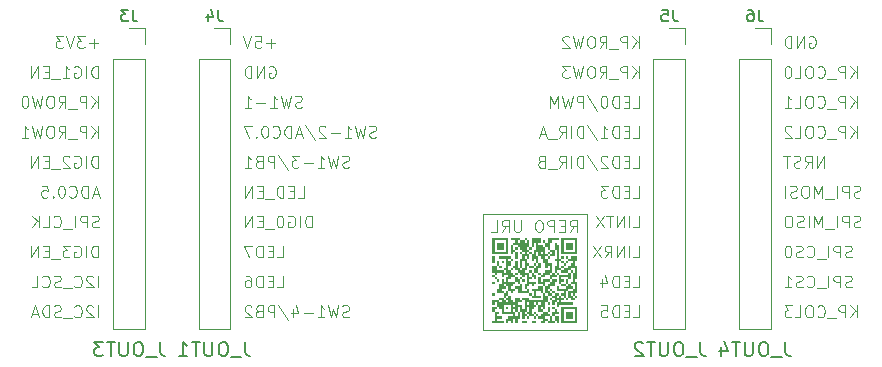
<source format=gbo>
%TF.GenerationSoftware,KiCad,Pcbnew,9.0.0*%
%TF.CreationDate,2025-09-23T12:44:31-04:00*%
%TF.ProjectId,CSC202_LP_MSPM0G3507_3TERM_BREAKOUT,43534332-3032-45f4-9c50-5f4d53504d30,rev?*%
%TF.SameCoordinates,Original*%
%TF.FileFunction,Legend,Bot*%
%TF.FilePolarity,Positive*%
%FSLAX46Y46*%
G04 Gerber Fmt 4.6, Leading zero omitted, Abs format (unit mm)*
G04 Created by KiCad (PCBNEW 9.0.0) date 2025-09-23 12:44:31*
%MOMM*%
%LPD*%
G01*
G04 APERTURE LIST*
%ADD10C,0.100000*%
%ADD11C,0.150000*%
%ADD12C,0.000000*%
%ADD13C,0.120000*%
G04 APERTURE END LIST*
D10*
X139595142Y-101610000D02*
X130844859Y-101610000D01*
X130844859Y-111450283D01*
X139595142Y-111450283D01*
X139595142Y-101610000D01*
X138180402Y-103162419D02*
X138513735Y-102686228D01*
X138751830Y-103162419D02*
X138751830Y-102162419D01*
X138751830Y-102162419D02*
X138370878Y-102162419D01*
X138370878Y-102162419D02*
X138275640Y-102210038D01*
X138275640Y-102210038D02*
X138228021Y-102257657D01*
X138228021Y-102257657D02*
X138180402Y-102352895D01*
X138180402Y-102352895D02*
X138180402Y-102495752D01*
X138180402Y-102495752D02*
X138228021Y-102590990D01*
X138228021Y-102590990D02*
X138275640Y-102638609D01*
X138275640Y-102638609D02*
X138370878Y-102686228D01*
X138370878Y-102686228D02*
X138751830Y-102686228D01*
X137751830Y-102638609D02*
X137418497Y-102638609D01*
X137275640Y-103162419D02*
X137751830Y-103162419D01*
X137751830Y-103162419D02*
X137751830Y-102162419D01*
X137751830Y-102162419D02*
X137275640Y-102162419D01*
X136847068Y-103162419D02*
X136847068Y-102162419D01*
X136847068Y-102162419D02*
X136466116Y-102162419D01*
X136466116Y-102162419D02*
X136370878Y-102210038D01*
X136370878Y-102210038D02*
X136323259Y-102257657D01*
X136323259Y-102257657D02*
X136275640Y-102352895D01*
X136275640Y-102352895D02*
X136275640Y-102495752D01*
X136275640Y-102495752D02*
X136323259Y-102590990D01*
X136323259Y-102590990D02*
X136370878Y-102638609D01*
X136370878Y-102638609D02*
X136466116Y-102686228D01*
X136466116Y-102686228D02*
X136847068Y-102686228D01*
X135656592Y-102162419D02*
X135466116Y-102162419D01*
X135466116Y-102162419D02*
X135370878Y-102210038D01*
X135370878Y-102210038D02*
X135275640Y-102305276D01*
X135275640Y-102305276D02*
X135228021Y-102495752D01*
X135228021Y-102495752D02*
X135228021Y-102829085D01*
X135228021Y-102829085D02*
X135275640Y-103019561D01*
X135275640Y-103019561D02*
X135370878Y-103114800D01*
X135370878Y-103114800D02*
X135466116Y-103162419D01*
X135466116Y-103162419D02*
X135656592Y-103162419D01*
X135656592Y-103162419D02*
X135751830Y-103114800D01*
X135751830Y-103114800D02*
X135847068Y-103019561D01*
X135847068Y-103019561D02*
X135894687Y-102829085D01*
X135894687Y-102829085D02*
X135894687Y-102495752D01*
X135894687Y-102495752D02*
X135847068Y-102305276D01*
X135847068Y-102305276D02*
X135751830Y-102210038D01*
X135751830Y-102210038D02*
X135656592Y-102162419D01*
X134037544Y-102162419D02*
X134037544Y-102971942D01*
X134037544Y-102971942D02*
X133989925Y-103067180D01*
X133989925Y-103067180D02*
X133942306Y-103114800D01*
X133942306Y-103114800D02*
X133847068Y-103162419D01*
X133847068Y-103162419D02*
X133656592Y-103162419D01*
X133656592Y-103162419D02*
X133561354Y-103114800D01*
X133561354Y-103114800D02*
X133513735Y-103067180D01*
X133513735Y-103067180D02*
X133466116Y-102971942D01*
X133466116Y-102971942D02*
X133466116Y-102162419D01*
X132418497Y-103162419D02*
X132751830Y-102686228D01*
X132989925Y-103162419D02*
X132989925Y-102162419D01*
X132989925Y-102162419D02*
X132608973Y-102162419D01*
X132608973Y-102162419D02*
X132513735Y-102210038D01*
X132513735Y-102210038D02*
X132466116Y-102257657D01*
X132466116Y-102257657D02*
X132418497Y-102352895D01*
X132418497Y-102352895D02*
X132418497Y-102495752D01*
X132418497Y-102495752D02*
X132466116Y-102590990D01*
X132466116Y-102590990D02*
X132513735Y-102638609D01*
X132513735Y-102638609D02*
X132608973Y-102686228D01*
X132608973Y-102686228D02*
X132989925Y-102686228D01*
X131513735Y-103162419D02*
X131989925Y-103162419D01*
X131989925Y-103162419D02*
X131989925Y-102162419D01*
X143551694Y-105326197D02*
X144027884Y-105326197D01*
X144027884Y-105326197D02*
X144027884Y-104326197D01*
X143218360Y-105326197D02*
X143218360Y-104326197D01*
X142742170Y-105326197D02*
X142742170Y-104326197D01*
X142742170Y-104326197D02*
X142170742Y-105326197D01*
X142170742Y-105326197D02*
X142170742Y-104326197D01*
X141123123Y-105326197D02*
X141456456Y-104850006D01*
X141694551Y-105326197D02*
X141694551Y-104326197D01*
X141694551Y-104326197D02*
X141313599Y-104326197D01*
X141313599Y-104326197D02*
X141218361Y-104373816D01*
X141218361Y-104373816D02*
X141170742Y-104421435D01*
X141170742Y-104421435D02*
X141123123Y-104516673D01*
X141123123Y-104516673D02*
X141123123Y-104659530D01*
X141123123Y-104659530D02*
X141170742Y-104754768D01*
X141170742Y-104754768D02*
X141218361Y-104802387D01*
X141218361Y-104802387D02*
X141313599Y-104850006D01*
X141313599Y-104850006D02*
X141694551Y-104850006D01*
X140789789Y-104326197D02*
X140123123Y-105326197D01*
X140123123Y-104326197D02*
X140789789Y-105326197D01*
X158443472Y-86633327D02*
X158538710Y-86585708D01*
X158538710Y-86585708D02*
X158681567Y-86585708D01*
X158681567Y-86585708D02*
X158824424Y-86633327D01*
X158824424Y-86633327D02*
X158919662Y-86728565D01*
X158919662Y-86728565D02*
X158967281Y-86823803D01*
X158967281Y-86823803D02*
X159014900Y-87014279D01*
X159014900Y-87014279D02*
X159014900Y-87157136D01*
X159014900Y-87157136D02*
X158967281Y-87347612D01*
X158967281Y-87347612D02*
X158919662Y-87442850D01*
X158919662Y-87442850D02*
X158824424Y-87538089D01*
X158824424Y-87538089D02*
X158681567Y-87585708D01*
X158681567Y-87585708D02*
X158586329Y-87585708D01*
X158586329Y-87585708D02*
X158443472Y-87538089D01*
X158443472Y-87538089D02*
X158395853Y-87490469D01*
X158395853Y-87490469D02*
X158395853Y-87157136D01*
X158395853Y-87157136D02*
X158586329Y-87157136D01*
X157967281Y-87585708D02*
X157967281Y-86585708D01*
X157967281Y-86585708D02*
X157395853Y-87585708D01*
X157395853Y-87585708D02*
X157395853Y-86585708D01*
X156919662Y-87585708D02*
X156919662Y-86585708D01*
X156919662Y-86585708D02*
X156681567Y-86585708D01*
X156681567Y-86585708D02*
X156538710Y-86633327D01*
X156538710Y-86633327D02*
X156443472Y-86728565D01*
X156443472Y-86728565D02*
X156395853Y-86823803D01*
X156395853Y-86823803D02*
X156348234Y-87014279D01*
X156348234Y-87014279D02*
X156348234Y-87157136D01*
X156348234Y-87157136D02*
X156395853Y-87347612D01*
X156395853Y-87347612D02*
X156443472Y-87442850D01*
X156443472Y-87442850D02*
X156538710Y-87538089D01*
X156538710Y-87538089D02*
X156681567Y-87585708D01*
X156681567Y-87585708D02*
X156919662Y-87585708D01*
X144027884Y-87585708D02*
X144027884Y-86585708D01*
X143456456Y-87585708D02*
X143885027Y-87014279D01*
X143456456Y-86585708D02*
X144027884Y-87157136D01*
X143027884Y-87585708D02*
X143027884Y-86585708D01*
X143027884Y-86585708D02*
X142646932Y-86585708D01*
X142646932Y-86585708D02*
X142551694Y-86633327D01*
X142551694Y-86633327D02*
X142504075Y-86680946D01*
X142504075Y-86680946D02*
X142456456Y-86776184D01*
X142456456Y-86776184D02*
X142456456Y-86919041D01*
X142456456Y-86919041D02*
X142504075Y-87014279D01*
X142504075Y-87014279D02*
X142551694Y-87061898D01*
X142551694Y-87061898D02*
X142646932Y-87109517D01*
X142646932Y-87109517D02*
X143027884Y-87109517D01*
X142265980Y-87680946D02*
X141504075Y-87680946D01*
X140694551Y-87585708D02*
X141027884Y-87109517D01*
X141265979Y-87585708D02*
X141265979Y-86585708D01*
X141265979Y-86585708D02*
X140885027Y-86585708D01*
X140885027Y-86585708D02*
X140789789Y-86633327D01*
X140789789Y-86633327D02*
X140742170Y-86680946D01*
X140742170Y-86680946D02*
X140694551Y-86776184D01*
X140694551Y-86776184D02*
X140694551Y-86919041D01*
X140694551Y-86919041D02*
X140742170Y-87014279D01*
X140742170Y-87014279D02*
X140789789Y-87061898D01*
X140789789Y-87061898D02*
X140885027Y-87109517D01*
X140885027Y-87109517D02*
X141265979Y-87109517D01*
X140075503Y-86585708D02*
X139885027Y-86585708D01*
X139885027Y-86585708D02*
X139789789Y-86633327D01*
X139789789Y-86633327D02*
X139694551Y-86728565D01*
X139694551Y-86728565D02*
X139646932Y-86919041D01*
X139646932Y-86919041D02*
X139646932Y-87252374D01*
X139646932Y-87252374D02*
X139694551Y-87442850D01*
X139694551Y-87442850D02*
X139789789Y-87538089D01*
X139789789Y-87538089D02*
X139885027Y-87585708D01*
X139885027Y-87585708D02*
X140075503Y-87585708D01*
X140075503Y-87585708D02*
X140170741Y-87538089D01*
X140170741Y-87538089D02*
X140265979Y-87442850D01*
X140265979Y-87442850D02*
X140313598Y-87252374D01*
X140313598Y-87252374D02*
X140313598Y-86919041D01*
X140313598Y-86919041D02*
X140265979Y-86728565D01*
X140265979Y-86728565D02*
X140170741Y-86633327D01*
X140170741Y-86633327D02*
X140075503Y-86585708D01*
X139313598Y-86585708D02*
X139075503Y-87585708D01*
X139075503Y-87585708D02*
X138885027Y-86871422D01*
X138885027Y-86871422D02*
X138694551Y-87585708D01*
X138694551Y-87585708D02*
X138456456Y-86585708D01*
X138123122Y-86680946D02*
X138075503Y-86633327D01*
X138075503Y-86633327D02*
X137980265Y-86585708D01*
X137980265Y-86585708D02*
X137742170Y-86585708D01*
X137742170Y-86585708D02*
X137646932Y-86633327D01*
X137646932Y-86633327D02*
X137599313Y-86680946D01*
X137599313Y-86680946D02*
X137551694Y-86776184D01*
X137551694Y-86776184D02*
X137551694Y-86871422D01*
X137551694Y-86871422D02*
X137599313Y-87014279D01*
X137599313Y-87014279D02*
X138170741Y-87585708D01*
X138170741Y-87585708D02*
X137551694Y-87585708D01*
X113390139Y-107860552D02*
X113866329Y-107860552D01*
X113866329Y-107860552D02*
X113866329Y-106860552D01*
X113056805Y-107336742D02*
X112723472Y-107336742D01*
X112580615Y-107860552D02*
X113056805Y-107860552D01*
X113056805Y-107860552D02*
X113056805Y-106860552D01*
X113056805Y-106860552D02*
X112580615Y-106860552D01*
X112152043Y-107860552D02*
X112152043Y-106860552D01*
X112152043Y-106860552D02*
X111913948Y-106860552D01*
X111913948Y-106860552D02*
X111771091Y-106908171D01*
X111771091Y-106908171D02*
X111675853Y-107003409D01*
X111675853Y-107003409D02*
X111628234Y-107098647D01*
X111628234Y-107098647D02*
X111580615Y-107289123D01*
X111580615Y-107289123D02*
X111580615Y-107431980D01*
X111580615Y-107431980D02*
X111628234Y-107622456D01*
X111628234Y-107622456D02*
X111675853Y-107717694D01*
X111675853Y-107717694D02*
X111771091Y-107812933D01*
X111771091Y-107812933D02*
X111913948Y-107860552D01*
X111913948Y-107860552D02*
X112152043Y-107860552D01*
X110723472Y-106860552D02*
X110913948Y-106860552D01*
X110913948Y-106860552D02*
X111009186Y-106908171D01*
X111009186Y-106908171D02*
X111056805Y-106955790D01*
X111056805Y-106955790D02*
X111152043Y-107098647D01*
X111152043Y-107098647D02*
X111199662Y-107289123D01*
X111199662Y-107289123D02*
X111199662Y-107670075D01*
X111199662Y-107670075D02*
X111152043Y-107765313D01*
X111152043Y-107765313D02*
X111104424Y-107812933D01*
X111104424Y-107812933D02*
X111009186Y-107860552D01*
X111009186Y-107860552D02*
X110818710Y-107860552D01*
X110818710Y-107860552D02*
X110723472Y-107812933D01*
X110723472Y-107812933D02*
X110675853Y-107765313D01*
X110675853Y-107765313D02*
X110628234Y-107670075D01*
X110628234Y-107670075D02*
X110628234Y-107431980D01*
X110628234Y-107431980D02*
X110675853Y-107336742D01*
X110675853Y-107336742D02*
X110723472Y-107289123D01*
X110723472Y-107289123D02*
X110818710Y-107241504D01*
X110818710Y-107241504D02*
X111009186Y-107241504D01*
X111009186Y-107241504D02*
X111104424Y-107289123D01*
X111104424Y-107289123D02*
X111152043Y-107336742D01*
X111152043Y-107336742D02*
X111199662Y-107431980D01*
X143551694Y-110394908D02*
X144027884Y-110394908D01*
X144027884Y-110394908D02*
X144027884Y-109394908D01*
X143218360Y-109871098D02*
X142885027Y-109871098D01*
X142742170Y-110394908D02*
X143218360Y-110394908D01*
X143218360Y-110394908D02*
X143218360Y-109394908D01*
X143218360Y-109394908D02*
X142742170Y-109394908D01*
X142313598Y-110394908D02*
X142313598Y-109394908D01*
X142313598Y-109394908D02*
X142075503Y-109394908D01*
X142075503Y-109394908D02*
X141932646Y-109442527D01*
X141932646Y-109442527D02*
X141837408Y-109537765D01*
X141837408Y-109537765D02*
X141789789Y-109633003D01*
X141789789Y-109633003D02*
X141742170Y-109823479D01*
X141742170Y-109823479D02*
X141742170Y-109966336D01*
X141742170Y-109966336D02*
X141789789Y-110156812D01*
X141789789Y-110156812D02*
X141837408Y-110252050D01*
X141837408Y-110252050D02*
X141932646Y-110347289D01*
X141932646Y-110347289D02*
X142075503Y-110394908D01*
X142075503Y-110394908D02*
X142313598Y-110394908D01*
X140837408Y-109394908D02*
X141313598Y-109394908D01*
X141313598Y-109394908D02*
X141361217Y-109871098D01*
X141361217Y-109871098D02*
X141313598Y-109823479D01*
X141313598Y-109823479D02*
X141218360Y-109775860D01*
X141218360Y-109775860D02*
X140980265Y-109775860D01*
X140980265Y-109775860D02*
X140885027Y-109823479D01*
X140885027Y-109823479D02*
X140837408Y-109871098D01*
X140837408Y-109871098D02*
X140789789Y-109966336D01*
X140789789Y-109966336D02*
X140789789Y-110204431D01*
X140789789Y-110204431D02*
X140837408Y-110299669D01*
X140837408Y-110299669D02*
X140885027Y-110347289D01*
X140885027Y-110347289D02*
X140980265Y-110394908D01*
X140980265Y-110394908D02*
X141218360Y-110394908D01*
X141218360Y-110394908D02*
X141313598Y-110347289D01*
X141313598Y-110347289D02*
X141361217Y-110299669D01*
X115152044Y-100257486D02*
X115628234Y-100257486D01*
X115628234Y-100257486D02*
X115628234Y-99257486D01*
X114818710Y-99733676D02*
X114485377Y-99733676D01*
X114342520Y-100257486D02*
X114818710Y-100257486D01*
X114818710Y-100257486D02*
X114818710Y-99257486D01*
X114818710Y-99257486D02*
X114342520Y-99257486D01*
X113913948Y-100257486D02*
X113913948Y-99257486D01*
X113913948Y-99257486D02*
X113675853Y-99257486D01*
X113675853Y-99257486D02*
X113532996Y-99305105D01*
X113532996Y-99305105D02*
X113437758Y-99400343D01*
X113437758Y-99400343D02*
X113390139Y-99495581D01*
X113390139Y-99495581D02*
X113342520Y-99686057D01*
X113342520Y-99686057D02*
X113342520Y-99828914D01*
X113342520Y-99828914D02*
X113390139Y-100019390D01*
X113390139Y-100019390D02*
X113437758Y-100114628D01*
X113437758Y-100114628D02*
X113532996Y-100209867D01*
X113532996Y-100209867D02*
X113675853Y-100257486D01*
X113675853Y-100257486D02*
X113913948Y-100257486D01*
X113152044Y-100352724D02*
X112390139Y-100352724D01*
X112152043Y-99733676D02*
X111818710Y-99733676D01*
X111675853Y-100257486D02*
X112152043Y-100257486D01*
X112152043Y-100257486D02*
X112152043Y-99257486D01*
X112152043Y-99257486D02*
X111675853Y-99257486D01*
X111247281Y-100257486D02*
X111247281Y-99257486D01*
X111247281Y-99257486D02*
X110675853Y-100257486D01*
X110675853Y-100257486D02*
X110675853Y-99257486D01*
X98231684Y-97723130D02*
X98231684Y-96723130D01*
X98231684Y-96723130D02*
X97993589Y-96723130D01*
X97993589Y-96723130D02*
X97850732Y-96770749D01*
X97850732Y-96770749D02*
X97755494Y-96865987D01*
X97755494Y-96865987D02*
X97707875Y-96961225D01*
X97707875Y-96961225D02*
X97660256Y-97151701D01*
X97660256Y-97151701D02*
X97660256Y-97294558D01*
X97660256Y-97294558D02*
X97707875Y-97485034D01*
X97707875Y-97485034D02*
X97755494Y-97580272D01*
X97755494Y-97580272D02*
X97850732Y-97675511D01*
X97850732Y-97675511D02*
X97993589Y-97723130D01*
X97993589Y-97723130D02*
X98231684Y-97723130D01*
X97231684Y-97723130D02*
X97231684Y-96723130D01*
X96231685Y-96770749D02*
X96326923Y-96723130D01*
X96326923Y-96723130D02*
X96469780Y-96723130D01*
X96469780Y-96723130D02*
X96612637Y-96770749D01*
X96612637Y-96770749D02*
X96707875Y-96865987D01*
X96707875Y-96865987D02*
X96755494Y-96961225D01*
X96755494Y-96961225D02*
X96803113Y-97151701D01*
X96803113Y-97151701D02*
X96803113Y-97294558D01*
X96803113Y-97294558D02*
X96755494Y-97485034D01*
X96755494Y-97485034D02*
X96707875Y-97580272D01*
X96707875Y-97580272D02*
X96612637Y-97675511D01*
X96612637Y-97675511D02*
X96469780Y-97723130D01*
X96469780Y-97723130D02*
X96374542Y-97723130D01*
X96374542Y-97723130D02*
X96231685Y-97675511D01*
X96231685Y-97675511D02*
X96184066Y-97627891D01*
X96184066Y-97627891D02*
X96184066Y-97294558D01*
X96184066Y-97294558D02*
X96374542Y-97294558D01*
X95803113Y-96818368D02*
X95755494Y-96770749D01*
X95755494Y-96770749D02*
X95660256Y-96723130D01*
X95660256Y-96723130D02*
X95422161Y-96723130D01*
X95422161Y-96723130D02*
X95326923Y-96770749D01*
X95326923Y-96770749D02*
X95279304Y-96818368D01*
X95279304Y-96818368D02*
X95231685Y-96913606D01*
X95231685Y-96913606D02*
X95231685Y-97008844D01*
X95231685Y-97008844D02*
X95279304Y-97151701D01*
X95279304Y-97151701D02*
X95850732Y-97723130D01*
X95850732Y-97723130D02*
X95231685Y-97723130D01*
X95041209Y-97818368D02*
X94279304Y-97818368D01*
X94041208Y-97199320D02*
X93707875Y-97199320D01*
X93565018Y-97723130D02*
X94041208Y-97723130D01*
X94041208Y-97723130D02*
X94041208Y-96723130D01*
X94041208Y-96723130D02*
X93565018Y-96723130D01*
X93136446Y-97723130D02*
X93136446Y-96723130D01*
X93136446Y-96723130D02*
X92565018Y-97723130D01*
X92565018Y-97723130D02*
X92565018Y-96723130D01*
X162776804Y-102744222D02*
X162633947Y-102791841D01*
X162633947Y-102791841D02*
X162395852Y-102791841D01*
X162395852Y-102791841D02*
X162300614Y-102744222D01*
X162300614Y-102744222D02*
X162252995Y-102696602D01*
X162252995Y-102696602D02*
X162205376Y-102601364D01*
X162205376Y-102601364D02*
X162205376Y-102506126D01*
X162205376Y-102506126D02*
X162252995Y-102410888D01*
X162252995Y-102410888D02*
X162300614Y-102363269D01*
X162300614Y-102363269D02*
X162395852Y-102315650D01*
X162395852Y-102315650D02*
X162586328Y-102268031D01*
X162586328Y-102268031D02*
X162681566Y-102220412D01*
X162681566Y-102220412D02*
X162729185Y-102172793D01*
X162729185Y-102172793D02*
X162776804Y-102077555D01*
X162776804Y-102077555D02*
X162776804Y-101982317D01*
X162776804Y-101982317D02*
X162729185Y-101887079D01*
X162729185Y-101887079D02*
X162681566Y-101839460D01*
X162681566Y-101839460D02*
X162586328Y-101791841D01*
X162586328Y-101791841D02*
X162348233Y-101791841D01*
X162348233Y-101791841D02*
X162205376Y-101839460D01*
X161776804Y-102791841D02*
X161776804Y-101791841D01*
X161776804Y-101791841D02*
X161395852Y-101791841D01*
X161395852Y-101791841D02*
X161300614Y-101839460D01*
X161300614Y-101839460D02*
X161252995Y-101887079D01*
X161252995Y-101887079D02*
X161205376Y-101982317D01*
X161205376Y-101982317D02*
X161205376Y-102125174D01*
X161205376Y-102125174D02*
X161252995Y-102220412D01*
X161252995Y-102220412D02*
X161300614Y-102268031D01*
X161300614Y-102268031D02*
X161395852Y-102315650D01*
X161395852Y-102315650D02*
X161776804Y-102315650D01*
X160776804Y-102791841D02*
X160776804Y-101791841D01*
X160538710Y-102887079D02*
X159776805Y-102887079D01*
X159538709Y-102791841D02*
X159538709Y-101791841D01*
X159538709Y-101791841D02*
X159205376Y-102506126D01*
X159205376Y-102506126D02*
X158872043Y-101791841D01*
X158872043Y-101791841D02*
X158872043Y-102791841D01*
X158395852Y-102791841D02*
X158395852Y-101791841D01*
X157967281Y-102744222D02*
X157824424Y-102791841D01*
X157824424Y-102791841D02*
X157586329Y-102791841D01*
X157586329Y-102791841D02*
X157491091Y-102744222D01*
X157491091Y-102744222D02*
X157443472Y-102696602D01*
X157443472Y-102696602D02*
X157395853Y-102601364D01*
X157395853Y-102601364D02*
X157395853Y-102506126D01*
X157395853Y-102506126D02*
X157443472Y-102410888D01*
X157443472Y-102410888D02*
X157491091Y-102363269D01*
X157491091Y-102363269D02*
X157586329Y-102315650D01*
X157586329Y-102315650D02*
X157776805Y-102268031D01*
X157776805Y-102268031D02*
X157872043Y-102220412D01*
X157872043Y-102220412D02*
X157919662Y-102172793D01*
X157919662Y-102172793D02*
X157967281Y-102077555D01*
X157967281Y-102077555D02*
X157967281Y-101982317D01*
X157967281Y-101982317D02*
X157919662Y-101887079D01*
X157919662Y-101887079D02*
X157872043Y-101839460D01*
X157872043Y-101839460D02*
X157776805Y-101791841D01*
X157776805Y-101791841D02*
X157538710Y-101791841D01*
X157538710Y-101791841D02*
X157395853Y-101839460D01*
X156776805Y-101791841D02*
X156586329Y-101791841D01*
X156586329Y-101791841D02*
X156491091Y-101839460D01*
X156491091Y-101839460D02*
X156395853Y-101934698D01*
X156395853Y-101934698D02*
X156348234Y-102125174D01*
X156348234Y-102125174D02*
X156348234Y-102458507D01*
X156348234Y-102458507D02*
X156395853Y-102648983D01*
X156395853Y-102648983D02*
X156491091Y-102744222D01*
X156491091Y-102744222D02*
X156586329Y-102791841D01*
X156586329Y-102791841D02*
X156776805Y-102791841D01*
X156776805Y-102791841D02*
X156872043Y-102744222D01*
X156872043Y-102744222D02*
X156967281Y-102648983D01*
X156967281Y-102648983D02*
X157014900Y-102458507D01*
X157014900Y-102458507D02*
X157014900Y-102125174D01*
X157014900Y-102125174D02*
X156967281Y-101934698D01*
X156967281Y-101934698D02*
X156872043Y-101839460D01*
X156872043Y-101839460D02*
X156776805Y-101791841D01*
D11*
X110657897Y-112474742D02*
X110657897Y-113331885D01*
X110657897Y-113331885D02*
X110715040Y-113503314D01*
X110715040Y-113503314D02*
X110829326Y-113617600D01*
X110829326Y-113617600D02*
X111000754Y-113674742D01*
X111000754Y-113674742D02*
X111115040Y-113674742D01*
X110372183Y-113789028D02*
X109457897Y-113789028D01*
X108943611Y-112474742D02*
X108715039Y-112474742D01*
X108715039Y-112474742D02*
X108600754Y-112531885D01*
X108600754Y-112531885D02*
X108486468Y-112646171D01*
X108486468Y-112646171D02*
X108429325Y-112874742D01*
X108429325Y-112874742D02*
X108429325Y-113274742D01*
X108429325Y-113274742D02*
X108486468Y-113503314D01*
X108486468Y-113503314D02*
X108600754Y-113617600D01*
X108600754Y-113617600D02*
X108715039Y-113674742D01*
X108715039Y-113674742D02*
X108943611Y-113674742D01*
X108943611Y-113674742D02*
X109057897Y-113617600D01*
X109057897Y-113617600D02*
X109172182Y-113503314D01*
X109172182Y-113503314D02*
X109229325Y-113274742D01*
X109229325Y-113274742D02*
X109229325Y-112874742D01*
X109229325Y-112874742D02*
X109172182Y-112646171D01*
X109172182Y-112646171D02*
X109057897Y-112531885D01*
X109057897Y-112531885D02*
X108943611Y-112474742D01*
X107915039Y-112474742D02*
X107915039Y-113446171D01*
X107915039Y-113446171D02*
X107857896Y-113560457D01*
X107857896Y-113560457D02*
X107800754Y-113617600D01*
X107800754Y-113617600D02*
X107686468Y-113674742D01*
X107686468Y-113674742D02*
X107457896Y-113674742D01*
X107457896Y-113674742D02*
X107343611Y-113617600D01*
X107343611Y-113617600D02*
X107286468Y-113560457D01*
X107286468Y-113560457D02*
X107229325Y-113446171D01*
X107229325Y-113446171D02*
X107229325Y-112474742D01*
X106829325Y-112474742D02*
X106143611Y-112474742D01*
X106486468Y-113674742D02*
X106486468Y-112474742D01*
X105115039Y-113674742D02*
X105800753Y-113674742D01*
X105457896Y-113674742D02*
X105457896Y-112474742D01*
X105457896Y-112474742D02*
X105572182Y-112646171D01*
X105572182Y-112646171D02*
X105686467Y-112760457D01*
X105686467Y-112760457D02*
X105800753Y-112817600D01*
D10*
X162491091Y-95188775D02*
X162491091Y-94188775D01*
X161919663Y-95188775D02*
X162348234Y-94617346D01*
X161919663Y-94188775D02*
X162491091Y-94760203D01*
X161491091Y-95188775D02*
X161491091Y-94188775D01*
X161491091Y-94188775D02*
X161110139Y-94188775D01*
X161110139Y-94188775D02*
X161014901Y-94236394D01*
X161014901Y-94236394D02*
X160967282Y-94284013D01*
X160967282Y-94284013D02*
X160919663Y-94379251D01*
X160919663Y-94379251D02*
X160919663Y-94522108D01*
X160919663Y-94522108D02*
X160967282Y-94617346D01*
X160967282Y-94617346D02*
X161014901Y-94664965D01*
X161014901Y-94664965D02*
X161110139Y-94712584D01*
X161110139Y-94712584D02*
X161491091Y-94712584D01*
X160729187Y-95284013D02*
X159967282Y-95284013D01*
X159157758Y-95093536D02*
X159205377Y-95141156D01*
X159205377Y-95141156D02*
X159348234Y-95188775D01*
X159348234Y-95188775D02*
X159443472Y-95188775D01*
X159443472Y-95188775D02*
X159586329Y-95141156D01*
X159586329Y-95141156D02*
X159681567Y-95045917D01*
X159681567Y-95045917D02*
X159729186Y-94950679D01*
X159729186Y-94950679D02*
X159776805Y-94760203D01*
X159776805Y-94760203D02*
X159776805Y-94617346D01*
X159776805Y-94617346D02*
X159729186Y-94426870D01*
X159729186Y-94426870D02*
X159681567Y-94331632D01*
X159681567Y-94331632D02*
X159586329Y-94236394D01*
X159586329Y-94236394D02*
X159443472Y-94188775D01*
X159443472Y-94188775D02*
X159348234Y-94188775D01*
X159348234Y-94188775D02*
X159205377Y-94236394D01*
X159205377Y-94236394D02*
X159157758Y-94284013D01*
X158538710Y-94188775D02*
X158348234Y-94188775D01*
X158348234Y-94188775D02*
X158252996Y-94236394D01*
X158252996Y-94236394D02*
X158157758Y-94331632D01*
X158157758Y-94331632D02*
X158110139Y-94522108D01*
X158110139Y-94522108D02*
X158110139Y-94855441D01*
X158110139Y-94855441D02*
X158157758Y-95045917D01*
X158157758Y-95045917D02*
X158252996Y-95141156D01*
X158252996Y-95141156D02*
X158348234Y-95188775D01*
X158348234Y-95188775D02*
X158538710Y-95188775D01*
X158538710Y-95188775D02*
X158633948Y-95141156D01*
X158633948Y-95141156D02*
X158729186Y-95045917D01*
X158729186Y-95045917D02*
X158776805Y-94855441D01*
X158776805Y-94855441D02*
X158776805Y-94522108D01*
X158776805Y-94522108D02*
X158729186Y-94331632D01*
X158729186Y-94331632D02*
X158633948Y-94236394D01*
X158633948Y-94236394D02*
X158538710Y-94188775D01*
X157205377Y-95188775D02*
X157681567Y-95188775D01*
X157681567Y-95188775D02*
X157681567Y-94188775D01*
X156919662Y-94284013D02*
X156872043Y-94236394D01*
X156872043Y-94236394D02*
X156776805Y-94188775D01*
X156776805Y-94188775D02*
X156538710Y-94188775D01*
X156538710Y-94188775D02*
X156443472Y-94236394D01*
X156443472Y-94236394D02*
X156395853Y-94284013D01*
X156395853Y-94284013D02*
X156348234Y-94379251D01*
X156348234Y-94379251D02*
X156348234Y-94474489D01*
X156348234Y-94474489D02*
X156395853Y-94617346D01*
X156395853Y-94617346D02*
X156967281Y-95188775D01*
X156967281Y-95188775D02*
X156348234Y-95188775D01*
X159681567Y-97723130D02*
X159681567Y-96723130D01*
X159681567Y-96723130D02*
X159110139Y-97723130D01*
X159110139Y-97723130D02*
X159110139Y-96723130D01*
X158062520Y-97723130D02*
X158395853Y-97246939D01*
X158633948Y-97723130D02*
X158633948Y-96723130D01*
X158633948Y-96723130D02*
X158252996Y-96723130D01*
X158252996Y-96723130D02*
X158157758Y-96770749D01*
X158157758Y-96770749D02*
X158110139Y-96818368D01*
X158110139Y-96818368D02*
X158062520Y-96913606D01*
X158062520Y-96913606D02*
X158062520Y-97056463D01*
X158062520Y-97056463D02*
X158110139Y-97151701D01*
X158110139Y-97151701D02*
X158157758Y-97199320D01*
X158157758Y-97199320D02*
X158252996Y-97246939D01*
X158252996Y-97246939D02*
X158633948Y-97246939D01*
X157681567Y-97675511D02*
X157538710Y-97723130D01*
X157538710Y-97723130D02*
X157300615Y-97723130D01*
X157300615Y-97723130D02*
X157205377Y-97675511D01*
X157205377Y-97675511D02*
X157157758Y-97627891D01*
X157157758Y-97627891D02*
X157110139Y-97532653D01*
X157110139Y-97532653D02*
X157110139Y-97437415D01*
X157110139Y-97437415D02*
X157157758Y-97342177D01*
X157157758Y-97342177D02*
X157205377Y-97294558D01*
X157205377Y-97294558D02*
X157300615Y-97246939D01*
X157300615Y-97246939D02*
X157491091Y-97199320D01*
X157491091Y-97199320D02*
X157586329Y-97151701D01*
X157586329Y-97151701D02*
X157633948Y-97104082D01*
X157633948Y-97104082D02*
X157681567Y-97008844D01*
X157681567Y-97008844D02*
X157681567Y-96913606D01*
X157681567Y-96913606D02*
X157633948Y-96818368D01*
X157633948Y-96818368D02*
X157586329Y-96770749D01*
X157586329Y-96770749D02*
X157491091Y-96723130D01*
X157491091Y-96723130D02*
X157252996Y-96723130D01*
X157252996Y-96723130D02*
X157110139Y-96770749D01*
X156824424Y-96723130D02*
X156252996Y-96723130D01*
X156538710Y-97723130D02*
X156538710Y-96723130D01*
X98231684Y-110394908D02*
X98231684Y-109394908D01*
X97803113Y-109490146D02*
X97755494Y-109442527D01*
X97755494Y-109442527D02*
X97660256Y-109394908D01*
X97660256Y-109394908D02*
X97422161Y-109394908D01*
X97422161Y-109394908D02*
X97326923Y-109442527D01*
X97326923Y-109442527D02*
X97279304Y-109490146D01*
X97279304Y-109490146D02*
X97231685Y-109585384D01*
X97231685Y-109585384D02*
X97231685Y-109680622D01*
X97231685Y-109680622D02*
X97279304Y-109823479D01*
X97279304Y-109823479D02*
X97850732Y-110394908D01*
X97850732Y-110394908D02*
X97231685Y-110394908D01*
X96231685Y-110299669D02*
X96279304Y-110347289D01*
X96279304Y-110347289D02*
X96422161Y-110394908D01*
X96422161Y-110394908D02*
X96517399Y-110394908D01*
X96517399Y-110394908D02*
X96660256Y-110347289D01*
X96660256Y-110347289D02*
X96755494Y-110252050D01*
X96755494Y-110252050D02*
X96803113Y-110156812D01*
X96803113Y-110156812D02*
X96850732Y-109966336D01*
X96850732Y-109966336D02*
X96850732Y-109823479D01*
X96850732Y-109823479D02*
X96803113Y-109633003D01*
X96803113Y-109633003D02*
X96755494Y-109537765D01*
X96755494Y-109537765D02*
X96660256Y-109442527D01*
X96660256Y-109442527D02*
X96517399Y-109394908D01*
X96517399Y-109394908D02*
X96422161Y-109394908D01*
X96422161Y-109394908D02*
X96279304Y-109442527D01*
X96279304Y-109442527D02*
X96231685Y-109490146D01*
X96041209Y-110490146D02*
X95279304Y-110490146D01*
X95088827Y-110347289D02*
X94945970Y-110394908D01*
X94945970Y-110394908D02*
X94707875Y-110394908D01*
X94707875Y-110394908D02*
X94612637Y-110347289D01*
X94612637Y-110347289D02*
X94565018Y-110299669D01*
X94565018Y-110299669D02*
X94517399Y-110204431D01*
X94517399Y-110204431D02*
X94517399Y-110109193D01*
X94517399Y-110109193D02*
X94565018Y-110013955D01*
X94565018Y-110013955D02*
X94612637Y-109966336D01*
X94612637Y-109966336D02*
X94707875Y-109918717D01*
X94707875Y-109918717D02*
X94898351Y-109871098D01*
X94898351Y-109871098D02*
X94993589Y-109823479D01*
X94993589Y-109823479D02*
X95041208Y-109775860D01*
X95041208Y-109775860D02*
X95088827Y-109680622D01*
X95088827Y-109680622D02*
X95088827Y-109585384D01*
X95088827Y-109585384D02*
X95041208Y-109490146D01*
X95041208Y-109490146D02*
X94993589Y-109442527D01*
X94993589Y-109442527D02*
X94898351Y-109394908D01*
X94898351Y-109394908D02*
X94660256Y-109394908D01*
X94660256Y-109394908D02*
X94517399Y-109442527D01*
X94088827Y-110394908D02*
X94088827Y-109394908D01*
X94088827Y-109394908D02*
X93850732Y-109394908D01*
X93850732Y-109394908D02*
X93707875Y-109442527D01*
X93707875Y-109442527D02*
X93612637Y-109537765D01*
X93612637Y-109537765D02*
X93565018Y-109633003D01*
X93565018Y-109633003D02*
X93517399Y-109823479D01*
X93517399Y-109823479D02*
X93517399Y-109966336D01*
X93517399Y-109966336D02*
X93565018Y-110156812D01*
X93565018Y-110156812D02*
X93612637Y-110252050D01*
X93612637Y-110252050D02*
X93707875Y-110347289D01*
X93707875Y-110347289D02*
X93850732Y-110394908D01*
X93850732Y-110394908D02*
X94088827Y-110394908D01*
X93136446Y-110109193D02*
X92660256Y-110109193D01*
X93231684Y-110394908D02*
X92898351Y-109394908D01*
X92898351Y-109394908D02*
X92565018Y-110394908D01*
X98279303Y-99971771D02*
X97803113Y-99971771D01*
X98374541Y-100257486D02*
X98041208Y-99257486D01*
X98041208Y-99257486D02*
X97707875Y-100257486D01*
X97374541Y-100257486D02*
X97374541Y-99257486D01*
X97374541Y-99257486D02*
X97136446Y-99257486D01*
X97136446Y-99257486D02*
X96993589Y-99305105D01*
X96993589Y-99305105D02*
X96898351Y-99400343D01*
X96898351Y-99400343D02*
X96850732Y-99495581D01*
X96850732Y-99495581D02*
X96803113Y-99686057D01*
X96803113Y-99686057D02*
X96803113Y-99828914D01*
X96803113Y-99828914D02*
X96850732Y-100019390D01*
X96850732Y-100019390D02*
X96898351Y-100114628D01*
X96898351Y-100114628D02*
X96993589Y-100209867D01*
X96993589Y-100209867D02*
X97136446Y-100257486D01*
X97136446Y-100257486D02*
X97374541Y-100257486D01*
X95803113Y-100162247D02*
X95850732Y-100209867D01*
X95850732Y-100209867D02*
X95993589Y-100257486D01*
X95993589Y-100257486D02*
X96088827Y-100257486D01*
X96088827Y-100257486D02*
X96231684Y-100209867D01*
X96231684Y-100209867D02*
X96326922Y-100114628D01*
X96326922Y-100114628D02*
X96374541Y-100019390D01*
X96374541Y-100019390D02*
X96422160Y-99828914D01*
X96422160Y-99828914D02*
X96422160Y-99686057D01*
X96422160Y-99686057D02*
X96374541Y-99495581D01*
X96374541Y-99495581D02*
X96326922Y-99400343D01*
X96326922Y-99400343D02*
X96231684Y-99305105D01*
X96231684Y-99305105D02*
X96088827Y-99257486D01*
X96088827Y-99257486D02*
X95993589Y-99257486D01*
X95993589Y-99257486D02*
X95850732Y-99305105D01*
X95850732Y-99305105D02*
X95803113Y-99352724D01*
X95184065Y-99257486D02*
X95088827Y-99257486D01*
X95088827Y-99257486D02*
X94993589Y-99305105D01*
X94993589Y-99305105D02*
X94945970Y-99352724D01*
X94945970Y-99352724D02*
X94898351Y-99447962D01*
X94898351Y-99447962D02*
X94850732Y-99638438D01*
X94850732Y-99638438D02*
X94850732Y-99876533D01*
X94850732Y-99876533D02*
X94898351Y-100067009D01*
X94898351Y-100067009D02*
X94945970Y-100162247D01*
X94945970Y-100162247D02*
X94993589Y-100209867D01*
X94993589Y-100209867D02*
X95088827Y-100257486D01*
X95088827Y-100257486D02*
X95184065Y-100257486D01*
X95184065Y-100257486D02*
X95279303Y-100209867D01*
X95279303Y-100209867D02*
X95326922Y-100162247D01*
X95326922Y-100162247D02*
X95374541Y-100067009D01*
X95374541Y-100067009D02*
X95422160Y-99876533D01*
X95422160Y-99876533D02*
X95422160Y-99638438D01*
X95422160Y-99638438D02*
X95374541Y-99447962D01*
X95374541Y-99447962D02*
X95326922Y-99352724D01*
X95326922Y-99352724D02*
X95279303Y-99305105D01*
X95279303Y-99305105D02*
X95184065Y-99257486D01*
X94422160Y-100162247D02*
X94374541Y-100209867D01*
X94374541Y-100209867D02*
X94422160Y-100257486D01*
X94422160Y-100257486D02*
X94469779Y-100209867D01*
X94469779Y-100209867D02*
X94422160Y-100162247D01*
X94422160Y-100162247D02*
X94422160Y-100257486D01*
X93469780Y-99257486D02*
X93945970Y-99257486D01*
X93945970Y-99257486D02*
X93993589Y-99733676D01*
X93993589Y-99733676D02*
X93945970Y-99686057D01*
X93945970Y-99686057D02*
X93850732Y-99638438D01*
X93850732Y-99638438D02*
X93612637Y-99638438D01*
X93612637Y-99638438D02*
X93517399Y-99686057D01*
X93517399Y-99686057D02*
X93469780Y-99733676D01*
X93469780Y-99733676D02*
X93422161Y-99828914D01*
X93422161Y-99828914D02*
X93422161Y-100067009D01*
X93422161Y-100067009D02*
X93469780Y-100162247D01*
X93469780Y-100162247D02*
X93517399Y-100209867D01*
X93517399Y-100209867D02*
X93612637Y-100257486D01*
X93612637Y-100257486D02*
X93850732Y-100257486D01*
X93850732Y-100257486D02*
X93945970Y-100209867D01*
X93945970Y-100209867D02*
X93993589Y-100162247D01*
X121771090Y-95141156D02*
X121628233Y-95188775D01*
X121628233Y-95188775D02*
X121390138Y-95188775D01*
X121390138Y-95188775D02*
X121294900Y-95141156D01*
X121294900Y-95141156D02*
X121247281Y-95093536D01*
X121247281Y-95093536D02*
X121199662Y-94998298D01*
X121199662Y-94998298D02*
X121199662Y-94903060D01*
X121199662Y-94903060D02*
X121247281Y-94807822D01*
X121247281Y-94807822D02*
X121294900Y-94760203D01*
X121294900Y-94760203D02*
X121390138Y-94712584D01*
X121390138Y-94712584D02*
X121580614Y-94664965D01*
X121580614Y-94664965D02*
X121675852Y-94617346D01*
X121675852Y-94617346D02*
X121723471Y-94569727D01*
X121723471Y-94569727D02*
X121771090Y-94474489D01*
X121771090Y-94474489D02*
X121771090Y-94379251D01*
X121771090Y-94379251D02*
X121723471Y-94284013D01*
X121723471Y-94284013D02*
X121675852Y-94236394D01*
X121675852Y-94236394D02*
X121580614Y-94188775D01*
X121580614Y-94188775D02*
X121342519Y-94188775D01*
X121342519Y-94188775D02*
X121199662Y-94236394D01*
X120866328Y-94188775D02*
X120628233Y-95188775D01*
X120628233Y-95188775D02*
X120437757Y-94474489D01*
X120437757Y-94474489D02*
X120247281Y-95188775D01*
X120247281Y-95188775D02*
X120009186Y-94188775D01*
X119104424Y-95188775D02*
X119675852Y-95188775D01*
X119390138Y-95188775D02*
X119390138Y-94188775D01*
X119390138Y-94188775D02*
X119485376Y-94331632D01*
X119485376Y-94331632D02*
X119580614Y-94426870D01*
X119580614Y-94426870D02*
X119675852Y-94474489D01*
X118675852Y-94807822D02*
X117913948Y-94807822D01*
X117485376Y-94284013D02*
X117437757Y-94236394D01*
X117437757Y-94236394D02*
X117342519Y-94188775D01*
X117342519Y-94188775D02*
X117104424Y-94188775D01*
X117104424Y-94188775D02*
X117009186Y-94236394D01*
X117009186Y-94236394D02*
X116961567Y-94284013D01*
X116961567Y-94284013D02*
X116913948Y-94379251D01*
X116913948Y-94379251D02*
X116913948Y-94474489D01*
X116913948Y-94474489D02*
X116961567Y-94617346D01*
X116961567Y-94617346D02*
X117532995Y-95188775D01*
X117532995Y-95188775D02*
X116913948Y-95188775D01*
X115771091Y-94141156D02*
X116628233Y-95426870D01*
X115485376Y-94903060D02*
X115009186Y-94903060D01*
X115580614Y-95188775D02*
X115247281Y-94188775D01*
X115247281Y-94188775D02*
X114913948Y-95188775D01*
X114580614Y-95188775D02*
X114580614Y-94188775D01*
X114580614Y-94188775D02*
X114342519Y-94188775D01*
X114342519Y-94188775D02*
X114199662Y-94236394D01*
X114199662Y-94236394D02*
X114104424Y-94331632D01*
X114104424Y-94331632D02*
X114056805Y-94426870D01*
X114056805Y-94426870D02*
X114009186Y-94617346D01*
X114009186Y-94617346D02*
X114009186Y-94760203D01*
X114009186Y-94760203D02*
X114056805Y-94950679D01*
X114056805Y-94950679D02*
X114104424Y-95045917D01*
X114104424Y-95045917D02*
X114199662Y-95141156D01*
X114199662Y-95141156D02*
X114342519Y-95188775D01*
X114342519Y-95188775D02*
X114580614Y-95188775D01*
X113009186Y-95093536D02*
X113056805Y-95141156D01*
X113056805Y-95141156D02*
X113199662Y-95188775D01*
X113199662Y-95188775D02*
X113294900Y-95188775D01*
X113294900Y-95188775D02*
X113437757Y-95141156D01*
X113437757Y-95141156D02*
X113532995Y-95045917D01*
X113532995Y-95045917D02*
X113580614Y-94950679D01*
X113580614Y-94950679D02*
X113628233Y-94760203D01*
X113628233Y-94760203D02*
X113628233Y-94617346D01*
X113628233Y-94617346D02*
X113580614Y-94426870D01*
X113580614Y-94426870D02*
X113532995Y-94331632D01*
X113532995Y-94331632D02*
X113437757Y-94236394D01*
X113437757Y-94236394D02*
X113294900Y-94188775D01*
X113294900Y-94188775D02*
X113199662Y-94188775D01*
X113199662Y-94188775D02*
X113056805Y-94236394D01*
X113056805Y-94236394D02*
X113009186Y-94284013D01*
X112390138Y-94188775D02*
X112294900Y-94188775D01*
X112294900Y-94188775D02*
X112199662Y-94236394D01*
X112199662Y-94236394D02*
X112152043Y-94284013D01*
X112152043Y-94284013D02*
X112104424Y-94379251D01*
X112104424Y-94379251D02*
X112056805Y-94569727D01*
X112056805Y-94569727D02*
X112056805Y-94807822D01*
X112056805Y-94807822D02*
X112104424Y-94998298D01*
X112104424Y-94998298D02*
X112152043Y-95093536D01*
X112152043Y-95093536D02*
X112199662Y-95141156D01*
X112199662Y-95141156D02*
X112294900Y-95188775D01*
X112294900Y-95188775D02*
X112390138Y-95188775D01*
X112390138Y-95188775D02*
X112485376Y-95141156D01*
X112485376Y-95141156D02*
X112532995Y-95093536D01*
X112532995Y-95093536D02*
X112580614Y-94998298D01*
X112580614Y-94998298D02*
X112628233Y-94807822D01*
X112628233Y-94807822D02*
X112628233Y-94569727D01*
X112628233Y-94569727D02*
X112580614Y-94379251D01*
X112580614Y-94379251D02*
X112532995Y-94284013D01*
X112532995Y-94284013D02*
X112485376Y-94236394D01*
X112485376Y-94236394D02*
X112390138Y-94188775D01*
X111628233Y-95093536D02*
X111580614Y-95141156D01*
X111580614Y-95141156D02*
X111628233Y-95188775D01*
X111628233Y-95188775D02*
X111675852Y-95141156D01*
X111675852Y-95141156D02*
X111628233Y-95093536D01*
X111628233Y-95093536D02*
X111628233Y-95188775D01*
X111247281Y-94188775D02*
X110580615Y-94188775D01*
X110580615Y-94188775D02*
X111009186Y-95188775D01*
X162776804Y-100209867D02*
X162633947Y-100257486D01*
X162633947Y-100257486D02*
X162395852Y-100257486D01*
X162395852Y-100257486D02*
X162300614Y-100209867D01*
X162300614Y-100209867D02*
X162252995Y-100162247D01*
X162252995Y-100162247D02*
X162205376Y-100067009D01*
X162205376Y-100067009D02*
X162205376Y-99971771D01*
X162205376Y-99971771D02*
X162252995Y-99876533D01*
X162252995Y-99876533D02*
X162300614Y-99828914D01*
X162300614Y-99828914D02*
X162395852Y-99781295D01*
X162395852Y-99781295D02*
X162586328Y-99733676D01*
X162586328Y-99733676D02*
X162681566Y-99686057D01*
X162681566Y-99686057D02*
X162729185Y-99638438D01*
X162729185Y-99638438D02*
X162776804Y-99543200D01*
X162776804Y-99543200D02*
X162776804Y-99447962D01*
X162776804Y-99447962D02*
X162729185Y-99352724D01*
X162729185Y-99352724D02*
X162681566Y-99305105D01*
X162681566Y-99305105D02*
X162586328Y-99257486D01*
X162586328Y-99257486D02*
X162348233Y-99257486D01*
X162348233Y-99257486D02*
X162205376Y-99305105D01*
X161776804Y-100257486D02*
X161776804Y-99257486D01*
X161776804Y-99257486D02*
X161395852Y-99257486D01*
X161395852Y-99257486D02*
X161300614Y-99305105D01*
X161300614Y-99305105D02*
X161252995Y-99352724D01*
X161252995Y-99352724D02*
X161205376Y-99447962D01*
X161205376Y-99447962D02*
X161205376Y-99590819D01*
X161205376Y-99590819D02*
X161252995Y-99686057D01*
X161252995Y-99686057D02*
X161300614Y-99733676D01*
X161300614Y-99733676D02*
X161395852Y-99781295D01*
X161395852Y-99781295D02*
X161776804Y-99781295D01*
X160776804Y-100257486D02*
X160776804Y-99257486D01*
X160538710Y-100352724D02*
X159776805Y-100352724D01*
X159538709Y-100257486D02*
X159538709Y-99257486D01*
X159538709Y-99257486D02*
X159205376Y-99971771D01*
X159205376Y-99971771D02*
X158872043Y-99257486D01*
X158872043Y-99257486D02*
X158872043Y-100257486D01*
X158205376Y-99257486D02*
X158014900Y-99257486D01*
X158014900Y-99257486D02*
X157919662Y-99305105D01*
X157919662Y-99305105D02*
X157824424Y-99400343D01*
X157824424Y-99400343D02*
X157776805Y-99590819D01*
X157776805Y-99590819D02*
X157776805Y-99924152D01*
X157776805Y-99924152D02*
X157824424Y-100114628D01*
X157824424Y-100114628D02*
X157919662Y-100209867D01*
X157919662Y-100209867D02*
X158014900Y-100257486D01*
X158014900Y-100257486D02*
X158205376Y-100257486D01*
X158205376Y-100257486D02*
X158300614Y-100209867D01*
X158300614Y-100209867D02*
X158395852Y-100114628D01*
X158395852Y-100114628D02*
X158443471Y-99924152D01*
X158443471Y-99924152D02*
X158443471Y-99590819D01*
X158443471Y-99590819D02*
X158395852Y-99400343D01*
X158395852Y-99400343D02*
X158300614Y-99305105D01*
X158300614Y-99305105D02*
X158205376Y-99257486D01*
X157395852Y-100209867D02*
X157252995Y-100257486D01*
X157252995Y-100257486D02*
X157014900Y-100257486D01*
X157014900Y-100257486D02*
X156919662Y-100209867D01*
X156919662Y-100209867D02*
X156872043Y-100162247D01*
X156872043Y-100162247D02*
X156824424Y-100067009D01*
X156824424Y-100067009D02*
X156824424Y-99971771D01*
X156824424Y-99971771D02*
X156872043Y-99876533D01*
X156872043Y-99876533D02*
X156919662Y-99828914D01*
X156919662Y-99828914D02*
X157014900Y-99781295D01*
X157014900Y-99781295D02*
X157205376Y-99733676D01*
X157205376Y-99733676D02*
X157300614Y-99686057D01*
X157300614Y-99686057D02*
X157348233Y-99638438D01*
X157348233Y-99638438D02*
X157395852Y-99543200D01*
X157395852Y-99543200D02*
X157395852Y-99447962D01*
X157395852Y-99447962D02*
X157348233Y-99352724D01*
X157348233Y-99352724D02*
X157300614Y-99305105D01*
X157300614Y-99305105D02*
X157205376Y-99257486D01*
X157205376Y-99257486D02*
X156967281Y-99257486D01*
X156967281Y-99257486D02*
X156824424Y-99305105D01*
X156395852Y-100257486D02*
X156395852Y-99257486D01*
X119485376Y-110347289D02*
X119342519Y-110394908D01*
X119342519Y-110394908D02*
X119104424Y-110394908D01*
X119104424Y-110394908D02*
X119009186Y-110347289D01*
X119009186Y-110347289D02*
X118961567Y-110299669D01*
X118961567Y-110299669D02*
X118913948Y-110204431D01*
X118913948Y-110204431D02*
X118913948Y-110109193D01*
X118913948Y-110109193D02*
X118961567Y-110013955D01*
X118961567Y-110013955D02*
X119009186Y-109966336D01*
X119009186Y-109966336D02*
X119104424Y-109918717D01*
X119104424Y-109918717D02*
X119294900Y-109871098D01*
X119294900Y-109871098D02*
X119390138Y-109823479D01*
X119390138Y-109823479D02*
X119437757Y-109775860D01*
X119437757Y-109775860D02*
X119485376Y-109680622D01*
X119485376Y-109680622D02*
X119485376Y-109585384D01*
X119485376Y-109585384D02*
X119437757Y-109490146D01*
X119437757Y-109490146D02*
X119390138Y-109442527D01*
X119390138Y-109442527D02*
X119294900Y-109394908D01*
X119294900Y-109394908D02*
X119056805Y-109394908D01*
X119056805Y-109394908D02*
X118913948Y-109442527D01*
X118580614Y-109394908D02*
X118342519Y-110394908D01*
X118342519Y-110394908D02*
X118152043Y-109680622D01*
X118152043Y-109680622D02*
X117961567Y-110394908D01*
X117961567Y-110394908D02*
X117723472Y-109394908D01*
X116818710Y-110394908D02*
X117390138Y-110394908D01*
X117104424Y-110394908D02*
X117104424Y-109394908D01*
X117104424Y-109394908D02*
X117199662Y-109537765D01*
X117199662Y-109537765D02*
X117294900Y-109633003D01*
X117294900Y-109633003D02*
X117390138Y-109680622D01*
X116390138Y-110013955D02*
X115628234Y-110013955D01*
X114723472Y-109728241D02*
X114723472Y-110394908D01*
X114961567Y-109347289D02*
X115199662Y-110061574D01*
X115199662Y-110061574D02*
X114580615Y-110061574D01*
X113485377Y-109347289D02*
X114342519Y-110633003D01*
X113152043Y-110394908D02*
X113152043Y-109394908D01*
X113152043Y-109394908D02*
X112771091Y-109394908D01*
X112771091Y-109394908D02*
X112675853Y-109442527D01*
X112675853Y-109442527D02*
X112628234Y-109490146D01*
X112628234Y-109490146D02*
X112580615Y-109585384D01*
X112580615Y-109585384D02*
X112580615Y-109728241D01*
X112580615Y-109728241D02*
X112628234Y-109823479D01*
X112628234Y-109823479D02*
X112675853Y-109871098D01*
X112675853Y-109871098D02*
X112771091Y-109918717D01*
X112771091Y-109918717D02*
X113152043Y-109918717D01*
X111818710Y-109871098D02*
X111675853Y-109918717D01*
X111675853Y-109918717D02*
X111628234Y-109966336D01*
X111628234Y-109966336D02*
X111580615Y-110061574D01*
X111580615Y-110061574D02*
X111580615Y-110204431D01*
X111580615Y-110204431D02*
X111628234Y-110299669D01*
X111628234Y-110299669D02*
X111675853Y-110347289D01*
X111675853Y-110347289D02*
X111771091Y-110394908D01*
X111771091Y-110394908D02*
X112152043Y-110394908D01*
X112152043Y-110394908D02*
X112152043Y-109394908D01*
X112152043Y-109394908D02*
X111818710Y-109394908D01*
X111818710Y-109394908D02*
X111723472Y-109442527D01*
X111723472Y-109442527D02*
X111675853Y-109490146D01*
X111675853Y-109490146D02*
X111628234Y-109585384D01*
X111628234Y-109585384D02*
X111628234Y-109680622D01*
X111628234Y-109680622D02*
X111675853Y-109775860D01*
X111675853Y-109775860D02*
X111723472Y-109823479D01*
X111723472Y-109823479D02*
X111818710Y-109871098D01*
X111818710Y-109871098D02*
X112152043Y-109871098D01*
X111199662Y-109490146D02*
X111152043Y-109442527D01*
X111152043Y-109442527D02*
X111056805Y-109394908D01*
X111056805Y-109394908D02*
X110818710Y-109394908D01*
X110818710Y-109394908D02*
X110723472Y-109442527D01*
X110723472Y-109442527D02*
X110675853Y-109490146D01*
X110675853Y-109490146D02*
X110628234Y-109585384D01*
X110628234Y-109585384D02*
X110628234Y-109680622D01*
X110628234Y-109680622D02*
X110675853Y-109823479D01*
X110675853Y-109823479D02*
X111247281Y-110394908D01*
X111247281Y-110394908D02*
X110628234Y-110394908D01*
X162491091Y-110394908D02*
X162491091Y-109394908D01*
X161919663Y-110394908D02*
X162348234Y-109823479D01*
X161919663Y-109394908D02*
X162491091Y-109966336D01*
X161491091Y-110394908D02*
X161491091Y-109394908D01*
X161491091Y-109394908D02*
X161110139Y-109394908D01*
X161110139Y-109394908D02*
X161014901Y-109442527D01*
X161014901Y-109442527D02*
X160967282Y-109490146D01*
X160967282Y-109490146D02*
X160919663Y-109585384D01*
X160919663Y-109585384D02*
X160919663Y-109728241D01*
X160919663Y-109728241D02*
X160967282Y-109823479D01*
X160967282Y-109823479D02*
X161014901Y-109871098D01*
X161014901Y-109871098D02*
X161110139Y-109918717D01*
X161110139Y-109918717D02*
X161491091Y-109918717D01*
X160729187Y-110490146D02*
X159967282Y-110490146D01*
X159157758Y-110299669D02*
X159205377Y-110347289D01*
X159205377Y-110347289D02*
X159348234Y-110394908D01*
X159348234Y-110394908D02*
X159443472Y-110394908D01*
X159443472Y-110394908D02*
X159586329Y-110347289D01*
X159586329Y-110347289D02*
X159681567Y-110252050D01*
X159681567Y-110252050D02*
X159729186Y-110156812D01*
X159729186Y-110156812D02*
X159776805Y-109966336D01*
X159776805Y-109966336D02*
X159776805Y-109823479D01*
X159776805Y-109823479D02*
X159729186Y-109633003D01*
X159729186Y-109633003D02*
X159681567Y-109537765D01*
X159681567Y-109537765D02*
X159586329Y-109442527D01*
X159586329Y-109442527D02*
X159443472Y-109394908D01*
X159443472Y-109394908D02*
X159348234Y-109394908D01*
X159348234Y-109394908D02*
X159205377Y-109442527D01*
X159205377Y-109442527D02*
X159157758Y-109490146D01*
X158538710Y-109394908D02*
X158348234Y-109394908D01*
X158348234Y-109394908D02*
X158252996Y-109442527D01*
X158252996Y-109442527D02*
X158157758Y-109537765D01*
X158157758Y-109537765D02*
X158110139Y-109728241D01*
X158110139Y-109728241D02*
X158110139Y-110061574D01*
X158110139Y-110061574D02*
X158157758Y-110252050D01*
X158157758Y-110252050D02*
X158252996Y-110347289D01*
X158252996Y-110347289D02*
X158348234Y-110394908D01*
X158348234Y-110394908D02*
X158538710Y-110394908D01*
X158538710Y-110394908D02*
X158633948Y-110347289D01*
X158633948Y-110347289D02*
X158729186Y-110252050D01*
X158729186Y-110252050D02*
X158776805Y-110061574D01*
X158776805Y-110061574D02*
X158776805Y-109728241D01*
X158776805Y-109728241D02*
X158729186Y-109537765D01*
X158729186Y-109537765D02*
X158633948Y-109442527D01*
X158633948Y-109442527D02*
X158538710Y-109394908D01*
X157205377Y-110394908D02*
X157681567Y-110394908D01*
X157681567Y-110394908D02*
X157681567Y-109394908D01*
X156967281Y-109394908D02*
X156348234Y-109394908D01*
X156348234Y-109394908D02*
X156681567Y-109775860D01*
X156681567Y-109775860D02*
X156538710Y-109775860D01*
X156538710Y-109775860D02*
X156443472Y-109823479D01*
X156443472Y-109823479D02*
X156395853Y-109871098D01*
X156395853Y-109871098D02*
X156348234Y-109966336D01*
X156348234Y-109966336D02*
X156348234Y-110204431D01*
X156348234Y-110204431D02*
X156395853Y-110299669D01*
X156395853Y-110299669D02*
X156443472Y-110347289D01*
X156443472Y-110347289D02*
X156538710Y-110394908D01*
X156538710Y-110394908D02*
X156824424Y-110394908D01*
X156824424Y-110394908D02*
X156919662Y-110347289D01*
X156919662Y-110347289D02*
X156967281Y-110299669D01*
X98231684Y-92654419D02*
X98231684Y-91654419D01*
X97660256Y-92654419D02*
X98088827Y-92082990D01*
X97660256Y-91654419D02*
X98231684Y-92225847D01*
X97231684Y-92654419D02*
X97231684Y-91654419D01*
X97231684Y-91654419D02*
X96850732Y-91654419D01*
X96850732Y-91654419D02*
X96755494Y-91702038D01*
X96755494Y-91702038D02*
X96707875Y-91749657D01*
X96707875Y-91749657D02*
X96660256Y-91844895D01*
X96660256Y-91844895D02*
X96660256Y-91987752D01*
X96660256Y-91987752D02*
X96707875Y-92082990D01*
X96707875Y-92082990D02*
X96755494Y-92130609D01*
X96755494Y-92130609D02*
X96850732Y-92178228D01*
X96850732Y-92178228D02*
X97231684Y-92178228D01*
X96469780Y-92749657D02*
X95707875Y-92749657D01*
X94898351Y-92654419D02*
X95231684Y-92178228D01*
X95469779Y-92654419D02*
X95469779Y-91654419D01*
X95469779Y-91654419D02*
X95088827Y-91654419D01*
X95088827Y-91654419D02*
X94993589Y-91702038D01*
X94993589Y-91702038D02*
X94945970Y-91749657D01*
X94945970Y-91749657D02*
X94898351Y-91844895D01*
X94898351Y-91844895D02*
X94898351Y-91987752D01*
X94898351Y-91987752D02*
X94945970Y-92082990D01*
X94945970Y-92082990D02*
X94993589Y-92130609D01*
X94993589Y-92130609D02*
X95088827Y-92178228D01*
X95088827Y-92178228D02*
X95469779Y-92178228D01*
X94279303Y-91654419D02*
X94088827Y-91654419D01*
X94088827Y-91654419D02*
X93993589Y-91702038D01*
X93993589Y-91702038D02*
X93898351Y-91797276D01*
X93898351Y-91797276D02*
X93850732Y-91987752D01*
X93850732Y-91987752D02*
X93850732Y-92321085D01*
X93850732Y-92321085D02*
X93898351Y-92511561D01*
X93898351Y-92511561D02*
X93993589Y-92606800D01*
X93993589Y-92606800D02*
X94088827Y-92654419D01*
X94088827Y-92654419D02*
X94279303Y-92654419D01*
X94279303Y-92654419D02*
X94374541Y-92606800D01*
X94374541Y-92606800D02*
X94469779Y-92511561D01*
X94469779Y-92511561D02*
X94517398Y-92321085D01*
X94517398Y-92321085D02*
X94517398Y-91987752D01*
X94517398Y-91987752D02*
X94469779Y-91797276D01*
X94469779Y-91797276D02*
X94374541Y-91702038D01*
X94374541Y-91702038D02*
X94279303Y-91654419D01*
X93517398Y-91654419D02*
X93279303Y-92654419D01*
X93279303Y-92654419D02*
X93088827Y-91940133D01*
X93088827Y-91940133D02*
X92898351Y-92654419D01*
X92898351Y-92654419D02*
X92660256Y-91654419D01*
X92088827Y-91654419D02*
X91993589Y-91654419D01*
X91993589Y-91654419D02*
X91898351Y-91702038D01*
X91898351Y-91702038D02*
X91850732Y-91749657D01*
X91850732Y-91749657D02*
X91803113Y-91844895D01*
X91803113Y-91844895D02*
X91755494Y-92035371D01*
X91755494Y-92035371D02*
X91755494Y-92273466D01*
X91755494Y-92273466D02*
X91803113Y-92463942D01*
X91803113Y-92463942D02*
X91850732Y-92559180D01*
X91850732Y-92559180D02*
X91898351Y-92606800D01*
X91898351Y-92606800D02*
X91993589Y-92654419D01*
X91993589Y-92654419D02*
X92088827Y-92654419D01*
X92088827Y-92654419D02*
X92184065Y-92606800D01*
X92184065Y-92606800D02*
X92231684Y-92559180D01*
X92231684Y-92559180D02*
X92279303Y-92463942D01*
X92279303Y-92463942D02*
X92326922Y-92273466D01*
X92326922Y-92273466D02*
X92326922Y-92035371D01*
X92326922Y-92035371D02*
X92279303Y-91844895D01*
X92279303Y-91844895D02*
X92231684Y-91749657D01*
X92231684Y-91749657D02*
X92184065Y-91702038D01*
X92184065Y-91702038D02*
X92088827Y-91654419D01*
X143551694Y-102791841D02*
X144027884Y-102791841D01*
X144027884Y-102791841D02*
X144027884Y-101791841D01*
X143218360Y-102791841D02*
X143218360Y-101791841D01*
X142742170Y-102791841D02*
X142742170Y-101791841D01*
X142742170Y-101791841D02*
X142170742Y-102791841D01*
X142170742Y-102791841D02*
X142170742Y-101791841D01*
X141837408Y-101791841D02*
X141265980Y-101791841D01*
X141551694Y-102791841D02*
X141551694Y-101791841D01*
X141027884Y-101791841D02*
X140361218Y-102791841D01*
X140361218Y-101791841D02*
X141027884Y-102791841D01*
X162062519Y-107812933D02*
X161919662Y-107860552D01*
X161919662Y-107860552D02*
X161681567Y-107860552D01*
X161681567Y-107860552D02*
X161586329Y-107812933D01*
X161586329Y-107812933D02*
X161538710Y-107765313D01*
X161538710Y-107765313D02*
X161491091Y-107670075D01*
X161491091Y-107670075D02*
X161491091Y-107574837D01*
X161491091Y-107574837D02*
X161538710Y-107479599D01*
X161538710Y-107479599D02*
X161586329Y-107431980D01*
X161586329Y-107431980D02*
X161681567Y-107384361D01*
X161681567Y-107384361D02*
X161872043Y-107336742D01*
X161872043Y-107336742D02*
X161967281Y-107289123D01*
X161967281Y-107289123D02*
X162014900Y-107241504D01*
X162014900Y-107241504D02*
X162062519Y-107146266D01*
X162062519Y-107146266D02*
X162062519Y-107051028D01*
X162062519Y-107051028D02*
X162014900Y-106955790D01*
X162014900Y-106955790D02*
X161967281Y-106908171D01*
X161967281Y-106908171D02*
X161872043Y-106860552D01*
X161872043Y-106860552D02*
X161633948Y-106860552D01*
X161633948Y-106860552D02*
X161491091Y-106908171D01*
X161062519Y-107860552D02*
X161062519Y-106860552D01*
X161062519Y-106860552D02*
X160681567Y-106860552D01*
X160681567Y-106860552D02*
X160586329Y-106908171D01*
X160586329Y-106908171D02*
X160538710Y-106955790D01*
X160538710Y-106955790D02*
X160491091Y-107051028D01*
X160491091Y-107051028D02*
X160491091Y-107193885D01*
X160491091Y-107193885D02*
X160538710Y-107289123D01*
X160538710Y-107289123D02*
X160586329Y-107336742D01*
X160586329Y-107336742D02*
X160681567Y-107384361D01*
X160681567Y-107384361D02*
X161062519Y-107384361D01*
X160062519Y-107860552D02*
X160062519Y-106860552D01*
X159824425Y-107955790D02*
X159062520Y-107955790D01*
X158252996Y-107765313D02*
X158300615Y-107812933D01*
X158300615Y-107812933D02*
X158443472Y-107860552D01*
X158443472Y-107860552D02*
X158538710Y-107860552D01*
X158538710Y-107860552D02*
X158681567Y-107812933D01*
X158681567Y-107812933D02*
X158776805Y-107717694D01*
X158776805Y-107717694D02*
X158824424Y-107622456D01*
X158824424Y-107622456D02*
X158872043Y-107431980D01*
X158872043Y-107431980D02*
X158872043Y-107289123D01*
X158872043Y-107289123D02*
X158824424Y-107098647D01*
X158824424Y-107098647D02*
X158776805Y-107003409D01*
X158776805Y-107003409D02*
X158681567Y-106908171D01*
X158681567Y-106908171D02*
X158538710Y-106860552D01*
X158538710Y-106860552D02*
X158443472Y-106860552D01*
X158443472Y-106860552D02*
X158300615Y-106908171D01*
X158300615Y-106908171D02*
X158252996Y-106955790D01*
X157872043Y-107812933D02*
X157729186Y-107860552D01*
X157729186Y-107860552D02*
X157491091Y-107860552D01*
X157491091Y-107860552D02*
X157395853Y-107812933D01*
X157395853Y-107812933D02*
X157348234Y-107765313D01*
X157348234Y-107765313D02*
X157300615Y-107670075D01*
X157300615Y-107670075D02*
X157300615Y-107574837D01*
X157300615Y-107574837D02*
X157348234Y-107479599D01*
X157348234Y-107479599D02*
X157395853Y-107431980D01*
X157395853Y-107431980D02*
X157491091Y-107384361D01*
X157491091Y-107384361D02*
X157681567Y-107336742D01*
X157681567Y-107336742D02*
X157776805Y-107289123D01*
X157776805Y-107289123D02*
X157824424Y-107241504D01*
X157824424Y-107241504D02*
X157872043Y-107146266D01*
X157872043Y-107146266D02*
X157872043Y-107051028D01*
X157872043Y-107051028D02*
X157824424Y-106955790D01*
X157824424Y-106955790D02*
X157776805Y-106908171D01*
X157776805Y-106908171D02*
X157681567Y-106860552D01*
X157681567Y-106860552D02*
X157443472Y-106860552D01*
X157443472Y-106860552D02*
X157300615Y-106908171D01*
X156348234Y-107860552D02*
X156919662Y-107860552D01*
X156633948Y-107860552D02*
X156633948Y-106860552D01*
X156633948Y-106860552D02*
X156729186Y-107003409D01*
X156729186Y-107003409D02*
X156824424Y-107098647D01*
X156824424Y-107098647D02*
X156919662Y-107146266D01*
X119485376Y-97675511D02*
X119342519Y-97723130D01*
X119342519Y-97723130D02*
X119104424Y-97723130D01*
X119104424Y-97723130D02*
X119009186Y-97675511D01*
X119009186Y-97675511D02*
X118961567Y-97627891D01*
X118961567Y-97627891D02*
X118913948Y-97532653D01*
X118913948Y-97532653D02*
X118913948Y-97437415D01*
X118913948Y-97437415D02*
X118961567Y-97342177D01*
X118961567Y-97342177D02*
X119009186Y-97294558D01*
X119009186Y-97294558D02*
X119104424Y-97246939D01*
X119104424Y-97246939D02*
X119294900Y-97199320D01*
X119294900Y-97199320D02*
X119390138Y-97151701D01*
X119390138Y-97151701D02*
X119437757Y-97104082D01*
X119437757Y-97104082D02*
X119485376Y-97008844D01*
X119485376Y-97008844D02*
X119485376Y-96913606D01*
X119485376Y-96913606D02*
X119437757Y-96818368D01*
X119437757Y-96818368D02*
X119390138Y-96770749D01*
X119390138Y-96770749D02*
X119294900Y-96723130D01*
X119294900Y-96723130D02*
X119056805Y-96723130D01*
X119056805Y-96723130D02*
X118913948Y-96770749D01*
X118580614Y-96723130D02*
X118342519Y-97723130D01*
X118342519Y-97723130D02*
X118152043Y-97008844D01*
X118152043Y-97008844D02*
X117961567Y-97723130D01*
X117961567Y-97723130D02*
X117723472Y-96723130D01*
X116818710Y-97723130D02*
X117390138Y-97723130D01*
X117104424Y-97723130D02*
X117104424Y-96723130D01*
X117104424Y-96723130D02*
X117199662Y-96865987D01*
X117199662Y-96865987D02*
X117294900Y-96961225D01*
X117294900Y-96961225D02*
X117390138Y-97008844D01*
X116390138Y-97342177D02*
X115628234Y-97342177D01*
X115247281Y-96723130D02*
X114628234Y-96723130D01*
X114628234Y-96723130D02*
X114961567Y-97104082D01*
X114961567Y-97104082D02*
X114818710Y-97104082D01*
X114818710Y-97104082D02*
X114723472Y-97151701D01*
X114723472Y-97151701D02*
X114675853Y-97199320D01*
X114675853Y-97199320D02*
X114628234Y-97294558D01*
X114628234Y-97294558D02*
X114628234Y-97532653D01*
X114628234Y-97532653D02*
X114675853Y-97627891D01*
X114675853Y-97627891D02*
X114723472Y-97675511D01*
X114723472Y-97675511D02*
X114818710Y-97723130D01*
X114818710Y-97723130D02*
X115104424Y-97723130D01*
X115104424Y-97723130D02*
X115199662Y-97675511D01*
X115199662Y-97675511D02*
X115247281Y-97627891D01*
X113485377Y-96675511D02*
X114342519Y-97961225D01*
X113152043Y-97723130D02*
X113152043Y-96723130D01*
X113152043Y-96723130D02*
X112771091Y-96723130D01*
X112771091Y-96723130D02*
X112675853Y-96770749D01*
X112675853Y-96770749D02*
X112628234Y-96818368D01*
X112628234Y-96818368D02*
X112580615Y-96913606D01*
X112580615Y-96913606D02*
X112580615Y-97056463D01*
X112580615Y-97056463D02*
X112628234Y-97151701D01*
X112628234Y-97151701D02*
X112675853Y-97199320D01*
X112675853Y-97199320D02*
X112771091Y-97246939D01*
X112771091Y-97246939D02*
X113152043Y-97246939D01*
X111818710Y-97199320D02*
X111675853Y-97246939D01*
X111675853Y-97246939D02*
X111628234Y-97294558D01*
X111628234Y-97294558D02*
X111580615Y-97389796D01*
X111580615Y-97389796D02*
X111580615Y-97532653D01*
X111580615Y-97532653D02*
X111628234Y-97627891D01*
X111628234Y-97627891D02*
X111675853Y-97675511D01*
X111675853Y-97675511D02*
X111771091Y-97723130D01*
X111771091Y-97723130D02*
X112152043Y-97723130D01*
X112152043Y-97723130D02*
X112152043Y-96723130D01*
X112152043Y-96723130D02*
X111818710Y-96723130D01*
X111818710Y-96723130D02*
X111723472Y-96770749D01*
X111723472Y-96770749D02*
X111675853Y-96818368D01*
X111675853Y-96818368D02*
X111628234Y-96913606D01*
X111628234Y-96913606D02*
X111628234Y-97008844D01*
X111628234Y-97008844D02*
X111675853Y-97104082D01*
X111675853Y-97104082D02*
X111723472Y-97151701D01*
X111723472Y-97151701D02*
X111818710Y-97199320D01*
X111818710Y-97199320D02*
X112152043Y-97199320D01*
X110628234Y-97723130D02*
X111199662Y-97723130D01*
X110913948Y-97723130D02*
X110913948Y-96723130D01*
X110913948Y-96723130D02*
X111009186Y-96865987D01*
X111009186Y-96865987D02*
X111104424Y-96961225D01*
X111104424Y-96961225D02*
X111199662Y-97008844D01*
X115485376Y-92606800D02*
X115342519Y-92654419D01*
X115342519Y-92654419D02*
X115104424Y-92654419D01*
X115104424Y-92654419D02*
X115009186Y-92606800D01*
X115009186Y-92606800D02*
X114961567Y-92559180D01*
X114961567Y-92559180D02*
X114913948Y-92463942D01*
X114913948Y-92463942D02*
X114913948Y-92368704D01*
X114913948Y-92368704D02*
X114961567Y-92273466D01*
X114961567Y-92273466D02*
X115009186Y-92225847D01*
X115009186Y-92225847D02*
X115104424Y-92178228D01*
X115104424Y-92178228D02*
X115294900Y-92130609D01*
X115294900Y-92130609D02*
X115390138Y-92082990D01*
X115390138Y-92082990D02*
X115437757Y-92035371D01*
X115437757Y-92035371D02*
X115485376Y-91940133D01*
X115485376Y-91940133D02*
X115485376Y-91844895D01*
X115485376Y-91844895D02*
X115437757Y-91749657D01*
X115437757Y-91749657D02*
X115390138Y-91702038D01*
X115390138Y-91702038D02*
X115294900Y-91654419D01*
X115294900Y-91654419D02*
X115056805Y-91654419D01*
X115056805Y-91654419D02*
X114913948Y-91702038D01*
X114580614Y-91654419D02*
X114342519Y-92654419D01*
X114342519Y-92654419D02*
X114152043Y-91940133D01*
X114152043Y-91940133D02*
X113961567Y-92654419D01*
X113961567Y-92654419D02*
X113723472Y-91654419D01*
X112818710Y-92654419D02*
X113390138Y-92654419D01*
X113104424Y-92654419D02*
X113104424Y-91654419D01*
X113104424Y-91654419D02*
X113199662Y-91797276D01*
X113199662Y-91797276D02*
X113294900Y-91892514D01*
X113294900Y-91892514D02*
X113390138Y-91940133D01*
X112390138Y-92273466D02*
X111628234Y-92273466D01*
X110628234Y-92654419D02*
X111199662Y-92654419D01*
X110913948Y-92654419D02*
X110913948Y-91654419D01*
X110913948Y-91654419D02*
X111009186Y-91797276D01*
X111009186Y-91797276D02*
X111104424Y-91892514D01*
X111104424Y-91892514D02*
X111199662Y-91940133D01*
D11*
X103469697Y-112474742D02*
X103469697Y-113331885D01*
X103469697Y-113331885D02*
X103526840Y-113503314D01*
X103526840Y-113503314D02*
X103641126Y-113617600D01*
X103641126Y-113617600D02*
X103812554Y-113674742D01*
X103812554Y-113674742D02*
X103926840Y-113674742D01*
X103183983Y-113789028D02*
X102269697Y-113789028D01*
X101755411Y-112474742D02*
X101526839Y-112474742D01*
X101526839Y-112474742D02*
X101412554Y-112531885D01*
X101412554Y-112531885D02*
X101298268Y-112646171D01*
X101298268Y-112646171D02*
X101241125Y-112874742D01*
X101241125Y-112874742D02*
X101241125Y-113274742D01*
X101241125Y-113274742D02*
X101298268Y-113503314D01*
X101298268Y-113503314D02*
X101412554Y-113617600D01*
X101412554Y-113617600D02*
X101526839Y-113674742D01*
X101526839Y-113674742D02*
X101755411Y-113674742D01*
X101755411Y-113674742D02*
X101869697Y-113617600D01*
X101869697Y-113617600D02*
X101983982Y-113503314D01*
X101983982Y-113503314D02*
X102041125Y-113274742D01*
X102041125Y-113274742D02*
X102041125Y-112874742D01*
X102041125Y-112874742D02*
X101983982Y-112646171D01*
X101983982Y-112646171D02*
X101869697Y-112531885D01*
X101869697Y-112531885D02*
X101755411Y-112474742D01*
X100726839Y-112474742D02*
X100726839Y-113446171D01*
X100726839Y-113446171D02*
X100669696Y-113560457D01*
X100669696Y-113560457D02*
X100612554Y-113617600D01*
X100612554Y-113617600D02*
X100498268Y-113674742D01*
X100498268Y-113674742D02*
X100269696Y-113674742D01*
X100269696Y-113674742D02*
X100155411Y-113617600D01*
X100155411Y-113617600D02*
X100098268Y-113560457D01*
X100098268Y-113560457D02*
X100041125Y-113446171D01*
X100041125Y-113446171D02*
X100041125Y-112474742D01*
X99641125Y-112474742D02*
X98955411Y-112474742D01*
X99298268Y-113674742D02*
X99298268Y-112474742D01*
X98669696Y-112474742D02*
X97926839Y-112474742D01*
X97926839Y-112474742D02*
X98326839Y-112931885D01*
X98326839Y-112931885D02*
X98155410Y-112931885D01*
X98155410Y-112931885D02*
X98041125Y-112989028D01*
X98041125Y-112989028D02*
X97983982Y-113046171D01*
X97983982Y-113046171D02*
X97926839Y-113160457D01*
X97926839Y-113160457D02*
X97926839Y-113446171D01*
X97926839Y-113446171D02*
X97983982Y-113560457D01*
X97983982Y-113560457D02*
X98041125Y-113617600D01*
X98041125Y-113617600D02*
X98155410Y-113674742D01*
X98155410Y-113674742D02*
X98498267Y-113674742D01*
X98498267Y-113674742D02*
X98612553Y-113617600D01*
X98612553Y-113617600D02*
X98669696Y-113560457D01*
D10*
X113247281Y-87204755D02*
X112485377Y-87204755D01*
X112866329Y-87585708D02*
X112866329Y-86823803D01*
X111532996Y-86585708D02*
X112009186Y-86585708D01*
X112009186Y-86585708D02*
X112056805Y-87061898D01*
X112056805Y-87061898D02*
X112009186Y-87014279D01*
X112009186Y-87014279D02*
X111913948Y-86966660D01*
X111913948Y-86966660D02*
X111675853Y-86966660D01*
X111675853Y-86966660D02*
X111580615Y-87014279D01*
X111580615Y-87014279D02*
X111532996Y-87061898D01*
X111532996Y-87061898D02*
X111485377Y-87157136D01*
X111485377Y-87157136D02*
X111485377Y-87395231D01*
X111485377Y-87395231D02*
X111532996Y-87490469D01*
X111532996Y-87490469D02*
X111580615Y-87538089D01*
X111580615Y-87538089D02*
X111675853Y-87585708D01*
X111675853Y-87585708D02*
X111913948Y-87585708D01*
X111913948Y-87585708D02*
X112009186Y-87538089D01*
X112009186Y-87538089D02*
X112056805Y-87490469D01*
X111199662Y-86585708D02*
X110866329Y-87585708D01*
X110866329Y-87585708D02*
X110532996Y-86585708D01*
X98231684Y-107860552D02*
X98231684Y-106860552D01*
X97803113Y-106955790D02*
X97755494Y-106908171D01*
X97755494Y-106908171D02*
X97660256Y-106860552D01*
X97660256Y-106860552D02*
X97422161Y-106860552D01*
X97422161Y-106860552D02*
X97326923Y-106908171D01*
X97326923Y-106908171D02*
X97279304Y-106955790D01*
X97279304Y-106955790D02*
X97231685Y-107051028D01*
X97231685Y-107051028D02*
X97231685Y-107146266D01*
X97231685Y-107146266D02*
X97279304Y-107289123D01*
X97279304Y-107289123D02*
X97850732Y-107860552D01*
X97850732Y-107860552D02*
X97231685Y-107860552D01*
X96231685Y-107765313D02*
X96279304Y-107812933D01*
X96279304Y-107812933D02*
X96422161Y-107860552D01*
X96422161Y-107860552D02*
X96517399Y-107860552D01*
X96517399Y-107860552D02*
X96660256Y-107812933D01*
X96660256Y-107812933D02*
X96755494Y-107717694D01*
X96755494Y-107717694D02*
X96803113Y-107622456D01*
X96803113Y-107622456D02*
X96850732Y-107431980D01*
X96850732Y-107431980D02*
X96850732Y-107289123D01*
X96850732Y-107289123D02*
X96803113Y-107098647D01*
X96803113Y-107098647D02*
X96755494Y-107003409D01*
X96755494Y-107003409D02*
X96660256Y-106908171D01*
X96660256Y-106908171D02*
X96517399Y-106860552D01*
X96517399Y-106860552D02*
X96422161Y-106860552D01*
X96422161Y-106860552D02*
X96279304Y-106908171D01*
X96279304Y-106908171D02*
X96231685Y-106955790D01*
X96041209Y-107955790D02*
X95279304Y-107955790D01*
X95088827Y-107812933D02*
X94945970Y-107860552D01*
X94945970Y-107860552D02*
X94707875Y-107860552D01*
X94707875Y-107860552D02*
X94612637Y-107812933D01*
X94612637Y-107812933D02*
X94565018Y-107765313D01*
X94565018Y-107765313D02*
X94517399Y-107670075D01*
X94517399Y-107670075D02*
X94517399Y-107574837D01*
X94517399Y-107574837D02*
X94565018Y-107479599D01*
X94565018Y-107479599D02*
X94612637Y-107431980D01*
X94612637Y-107431980D02*
X94707875Y-107384361D01*
X94707875Y-107384361D02*
X94898351Y-107336742D01*
X94898351Y-107336742D02*
X94993589Y-107289123D01*
X94993589Y-107289123D02*
X95041208Y-107241504D01*
X95041208Y-107241504D02*
X95088827Y-107146266D01*
X95088827Y-107146266D02*
X95088827Y-107051028D01*
X95088827Y-107051028D02*
X95041208Y-106955790D01*
X95041208Y-106955790D02*
X94993589Y-106908171D01*
X94993589Y-106908171D02*
X94898351Y-106860552D01*
X94898351Y-106860552D02*
X94660256Y-106860552D01*
X94660256Y-106860552D02*
X94517399Y-106908171D01*
X93517399Y-107765313D02*
X93565018Y-107812933D01*
X93565018Y-107812933D02*
X93707875Y-107860552D01*
X93707875Y-107860552D02*
X93803113Y-107860552D01*
X93803113Y-107860552D02*
X93945970Y-107812933D01*
X93945970Y-107812933D02*
X94041208Y-107717694D01*
X94041208Y-107717694D02*
X94088827Y-107622456D01*
X94088827Y-107622456D02*
X94136446Y-107431980D01*
X94136446Y-107431980D02*
X94136446Y-107289123D01*
X94136446Y-107289123D02*
X94088827Y-107098647D01*
X94088827Y-107098647D02*
X94041208Y-107003409D01*
X94041208Y-107003409D02*
X93945970Y-106908171D01*
X93945970Y-106908171D02*
X93803113Y-106860552D01*
X93803113Y-106860552D02*
X93707875Y-106860552D01*
X93707875Y-106860552D02*
X93565018Y-106908171D01*
X93565018Y-106908171D02*
X93517399Y-106955790D01*
X92612637Y-107860552D02*
X93088827Y-107860552D01*
X93088827Y-107860552D02*
X93088827Y-106860552D01*
D11*
X149214597Y-112474742D02*
X149214597Y-113331885D01*
X149214597Y-113331885D02*
X149271740Y-113503314D01*
X149271740Y-113503314D02*
X149386026Y-113617600D01*
X149386026Y-113617600D02*
X149557454Y-113674742D01*
X149557454Y-113674742D02*
X149671740Y-113674742D01*
X148928883Y-113789028D02*
X148014597Y-113789028D01*
X147500311Y-112474742D02*
X147271739Y-112474742D01*
X147271739Y-112474742D02*
X147157454Y-112531885D01*
X147157454Y-112531885D02*
X147043168Y-112646171D01*
X147043168Y-112646171D02*
X146986025Y-112874742D01*
X146986025Y-112874742D02*
X146986025Y-113274742D01*
X146986025Y-113274742D02*
X147043168Y-113503314D01*
X147043168Y-113503314D02*
X147157454Y-113617600D01*
X147157454Y-113617600D02*
X147271739Y-113674742D01*
X147271739Y-113674742D02*
X147500311Y-113674742D01*
X147500311Y-113674742D02*
X147614597Y-113617600D01*
X147614597Y-113617600D02*
X147728882Y-113503314D01*
X147728882Y-113503314D02*
X147786025Y-113274742D01*
X147786025Y-113274742D02*
X147786025Y-112874742D01*
X147786025Y-112874742D02*
X147728882Y-112646171D01*
X147728882Y-112646171D02*
X147614597Y-112531885D01*
X147614597Y-112531885D02*
X147500311Y-112474742D01*
X146471739Y-112474742D02*
X146471739Y-113446171D01*
X146471739Y-113446171D02*
X146414596Y-113560457D01*
X146414596Y-113560457D02*
X146357454Y-113617600D01*
X146357454Y-113617600D02*
X146243168Y-113674742D01*
X146243168Y-113674742D02*
X146014596Y-113674742D01*
X146014596Y-113674742D02*
X145900311Y-113617600D01*
X145900311Y-113617600D02*
X145843168Y-113560457D01*
X145843168Y-113560457D02*
X145786025Y-113446171D01*
X145786025Y-113446171D02*
X145786025Y-112474742D01*
X145386025Y-112474742D02*
X144700311Y-112474742D01*
X145043168Y-113674742D02*
X145043168Y-112474742D01*
X144357453Y-112589028D02*
X144300310Y-112531885D01*
X144300310Y-112531885D02*
X144186025Y-112474742D01*
X144186025Y-112474742D02*
X143900310Y-112474742D01*
X143900310Y-112474742D02*
X143786025Y-112531885D01*
X143786025Y-112531885D02*
X143728882Y-112589028D01*
X143728882Y-112589028D02*
X143671739Y-112703314D01*
X143671739Y-112703314D02*
X143671739Y-112817600D01*
X143671739Y-112817600D02*
X143728882Y-112989028D01*
X143728882Y-112989028D02*
X144414596Y-113674742D01*
X144414596Y-113674742D02*
X143671739Y-113674742D01*
D10*
X112723472Y-89167683D02*
X112818710Y-89120064D01*
X112818710Y-89120064D02*
X112961567Y-89120064D01*
X112961567Y-89120064D02*
X113104424Y-89167683D01*
X113104424Y-89167683D02*
X113199662Y-89262921D01*
X113199662Y-89262921D02*
X113247281Y-89358159D01*
X113247281Y-89358159D02*
X113294900Y-89548635D01*
X113294900Y-89548635D02*
X113294900Y-89691492D01*
X113294900Y-89691492D02*
X113247281Y-89881968D01*
X113247281Y-89881968D02*
X113199662Y-89977206D01*
X113199662Y-89977206D02*
X113104424Y-90072445D01*
X113104424Y-90072445D02*
X112961567Y-90120064D01*
X112961567Y-90120064D02*
X112866329Y-90120064D01*
X112866329Y-90120064D02*
X112723472Y-90072445D01*
X112723472Y-90072445D02*
X112675853Y-90024825D01*
X112675853Y-90024825D02*
X112675853Y-89691492D01*
X112675853Y-89691492D02*
X112866329Y-89691492D01*
X112247281Y-90120064D02*
X112247281Y-89120064D01*
X112247281Y-89120064D02*
X111675853Y-90120064D01*
X111675853Y-90120064D02*
X111675853Y-89120064D01*
X111199662Y-90120064D02*
X111199662Y-89120064D01*
X111199662Y-89120064D02*
X110961567Y-89120064D01*
X110961567Y-89120064D02*
X110818710Y-89167683D01*
X110818710Y-89167683D02*
X110723472Y-89262921D01*
X110723472Y-89262921D02*
X110675853Y-89358159D01*
X110675853Y-89358159D02*
X110628234Y-89548635D01*
X110628234Y-89548635D02*
X110628234Y-89691492D01*
X110628234Y-89691492D02*
X110675853Y-89881968D01*
X110675853Y-89881968D02*
X110723472Y-89977206D01*
X110723472Y-89977206D02*
X110818710Y-90072445D01*
X110818710Y-90072445D02*
X110961567Y-90120064D01*
X110961567Y-90120064D02*
X111199662Y-90120064D01*
X143551694Y-92654419D02*
X144027884Y-92654419D01*
X144027884Y-92654419D02*
X144027884Y-91654419D01*
X143218360Y-92130609D02*
X142885027Y-92130609D01*
X142742170Y-92654419D02*
X143218360Y-92654419D01*
X143218360Y-92654419D02*
X143218360Y-91654419D01*
X143218360Y-91654419D02*
X142742170Y-91654419D01*
X142313598Y-92654419D02*
X142313598Y-91654419D01*
X142313598Y-91654419D02*
X142075503Y-91654419D01*
X142075503Y-91654419D02*
X141932646Y-91702038D01*
X141932646Y-91702038D02*
X141837408Y-91797276D01*
X141837408Y-91797276D02*
X141789789Y-91892514D01*
X141789789Y-91892514D02*
X141742170Y-92082990D01*
X141742170Y-92082990D02*
X141742170Y-92225847D01*
X141742170Y-92225847D02*
X141789789Y-92416323D01*
X141789789Y-92416323D02*
X141837408Y-92511561D01*
X141837408Y-92511561D02*
X141932646Y-92606800D01*
X141932646Y-92606800D02*
X142075503Y-92654419D01*
X142075503Y-92654419D02*
X142313598Y-92654419D01*
X141123122Y-91654419D02*
X141027884Y-91654419D01*
X141027884Y-91654419D02*
X140932646Y-91702038D01*
X140932646Y-91702038D02*
X140885027Y-91749657D01*
X140885027Y-91749657D02*
X140837408Y-91844895D01*
X140837408Y-91844895D02*
X140789789Y-92035371D01*
X140789789Y-92035371D02*
X140789789Y-92273466D01*
X140789789Y-92273466D02*
X140837408Y-92463942D01*
X140837408Y-92463942D02*
X140885027Y-92559180D01*
X140885027Y-92559180D02*
X140932646Y-92606800D01*
X140932646Y-92606800D02*
X141027884Y-92654419D01*
X141027884Y-92654419D02*
X141123122Y-92654419D01*
X141123122Y-92654419D02*
X141218360Y-92606800D01*
X141218360Y-92606800D02*
X141265979Y-92559180D01*
X141265979Y-92559180D02*
X141313598Y-92463942D01*
X141313598Y-92463942D02*
X141361217Y-92273466D01*
X141361217Y-92273466D02*
X141361217Y-92035371D01*
X141361217Y-92035371D02*
X141313598Y-91844895D01*
X141313598Y-91844895D02*
X141265979Y-91749657D01*
X141265979Y-91749657D02*
X141218360Y-91702038D01*
X141218360Y-91702038D02*
X141123122Y-91654419D01*
X139646932Y-91606800D02*
X140504074Y-92892514D01*
X139313598Y-92654419D02*
X139313598Y-91654419D01*
X139313598Y-91654419D02*
X138932646Y-91654419D01*
X138932646Y-91654419D02*
X138837408Y-91702038D01*
X138837408Y-91702038D02*
X138789789Y-91749657D01*
X138789789Y-91749657D02*
X138742170Y-91844895D01*
X138742170Y-91844895D02*
X138742170Y-91987752D01*
X138742170Y-91987752D02*
X138789789Y-92082990D01*
X138789789Y-92082990D02*
X138837408Y-92130609D01*
X138837408Y-92130609D02*
X138932646Y-92178228D01*
X138932646Y-92178228D02*
X139313598Y-92178228D01*
X138408836Y-91654419D02*
X138170741Y-92654419D01*
X138170741Y-92654419D02*
X137980265Y-91940133D01*
X137980265Y-91940133D02*
X137789789Y-92654419D01*
X137789789Y-92654419D02*
X137551694Y-91654419D01*
X137170741Y-92654419D02*
X137170741Y-91654419D01*
X137170741Y-91654419D02*
X136837408Y-92368704D01*
X136837408Y-92368704D02*
X136504075Y-91654419D01*
X136504075Y-91654419D02*
X136504075Y-92654419D01*
X98231684Y-90120064D02*
X98231684Y-89120064D01*
X98231684Y-89120064D02*
X97993589Y-89120064D01*
X97993589Y-89120064D02*
X97850732Y-89167683D01*
X97850732Y-89167683D02*
X97755494Y-89262921D01*
X97755494Y-89262921D02*
X97707875Y-89358159D01*
X97707875Y-89358159D02*
X97660256Y-89548635D01*
X97660256Y-89548635D02*
X97660256Y-89691492D01*
X97660256Y-89691492D02*
X97707875Y-89881968D01*
X97707875Y-89881968D02*
X97755494Y-89977206D01*
X97755494Y-89977206D02*
X97850732Y-90072445D01*
X97850732Y-90072445D02*
X97993589Y-90120064D01*
X97993589Y-90120064D02*
X98231684Y-90120064D01*
X97231684Y-90120064D02*
X97231684Y-89120064D01*
X96231685Y-89167683D02*
X96326923Y-89120064D01*
X96326923Y-89120064D02*
X96469780Y-89120064D01*
X96469780Y-89120064D02*
X96612637Y-89167683D01*
X96612637Y-89167683D02*
X96707875Y-89262921D01*
X96707875Y-89262921D02*
X96755494Y-89358159D01*
X96755494Y-89358159D02*
X96803113Y-89548635D01*
X96803113Y-89548635D02*
X96803113Y-89691492D01*
X96803113Y-89691492D02*
X96755494Y-89881968D01*
X96755494Y-89881968D02*
X96707875Y-89977206D01*
X96707875Y-89977206D02*
X96612637Y-90072445D01*
X96612637Y-90072445D02*
X96469780Y-90120064D01*
X96469780Y-90120064D02*
X96374542Y-90120064D01*
X96374542Y-90120064D02*
X96231685Y-90072445D01*
X96231685Y-90072445D02*
X96184066Y-90024825D01*
X96184066Y-90024825D02*
X96184066Y-89691492D01*
X96184066Y-89691492D02*
X96374542Y-89691492D01*
X95231685Y-90120064D02*
X95803113Y-90120064D01*
X95517399Y-90120064D02*
X95517399Y-89120064D01*
X95517399Y-89120064D02*
X95612637Y-89262921D01*
X95612637Y-89262921D02*
X95707875Y-89358159D01*
X95707875Y-89358159D02*
X95803113Y-89405778D01*
X95041209Y-90215302D02*
X94279304Y-90215302D01*
X94041208Y-89596254D02*
X93707875Y-89596254D01*
X93565018Y-90120064D02*
X94041208Y-90120064D01*
X94041208Y-90120064D02*
X94041208Y-89120064D01*
X94041208Y-89120064D02*
X93565018Y-89120064D01*
X93136446Y-90120064D02*
X93136446Y-89120064D01*
X93136446Y-89120064D02*
X92565018Y-90120064D01*
X92565018Y-90120064D02*
X92565018Y-89120064D01*
X143551694Y-95188775D02*
X144027884Y-95188775D01*
X144027884Y-95188775D02*
X144027884Y-94188775D01*
X143218360Y-94664965D02*
X142885027Y-94664965D01*
X142742170Y-95188775D02*
X143218360Y-95188775D01*
X143218360Y-95188775D02*
X143218360Y-94188775D01*
X143218360Y-94188775D02*
X142742170Y-94188775D01*
X142313598Y-95188775D02*
X142313598Y-94188775D01*
X142313598Y-94188775D02*
X142075503Y-94188775D01*
X142075503Y-94188775D02*
X141932646Y-94236394D01*
X141932646Y-94236394D02*
X141837408Y-94331632D01*
X141837408Y-94331632D02*
X141789789Y-94426870D01*
X141789789Y-94426870D02*
X141742170Y-94617346D01*
X141742170Y-94617346D02*
X141742170Y-94760203D01*
X141742170Y-94760203D02*
X141789789Y-94950679D01*
X141789789Y-94950679D02*
X141837408Y-95045917D01*
X141837408Y-95045917D02*
X141932646Y-95141156D01*
X141932646Y-95141156D02*
X142075503Y-95188775D01*
X142075503Y-95188775D02*
X142313598Y-95188775D01*
X140789789Y-95188775D02*
X141361217Y-95188775D01*
X141075503Y-95188775D02*
X141075503Y-94188775D01*
X141075503Y-94188775D02*
X141170741Y-94331632D01*
X141170741Y-94331632D02*
X141265979Y-94426870D01*
X141265979Y-94426870D02*
X141361217Y-94474489D01*
X139646932Y-94141156D02*
X140504074Y-95426870D01*
X139313598Y-95188775D02*
X139313598Y-94188775D01*
X139313598Y-94188775D02*
X139075503Y-94188775D01*
X139075503Y-94188775D02*
X138932646Y-94236394D01*
X138932646Y-94236394D02*
X138837408Y-94331632D01*
X138837408Y-94331632D02*
X138789789Y-94426870D01*
X138789789Y-94426870D02*
X138742170Y-94617346D01*
X138742170Y-94617346D02*
X138742170Y-94760203D01*
X138742170Y-94760203D02*
X138789789Y-94950679D01*
X138789789Y-94950679D02*
X138837408Y-95045917D01*
X138837408Y-95045917D02*
X138932646Y-95141156D01*
X138932646Y-95141156D02*
X139075503Y-95188775D01*
X139075503Y-95188775D02*
X139313598Y-95188775D01*
X138313598Y-95188775D02*
X138313598Y-94188775D01*
X137265980Y-95188775D02*
X137599313Y-94712584D01*
X137837408Y-95188775D02*
X137837408Y-94188775D01*
X137837408Y-94188775D02*
X137456456Y-94188775D01*
X137456456Y-94188775D02*
X137361218Y-94236394D01*
X137361218Y-94236394D02*
X137313599Y-94284013D01*
X137313599Y-94284013D02*
X137265980Y-94379251D01*
X137265980Y-94379251D02*
X137265980Y-94522108D01*
X137265980Y-94522108D02*
X137313599Y-94617346D01*
X137313599Y-94617346D02*
X137361218Y-94664965D01*
X137361218Y-94664965D02*
X137456456Y-94712584D01*
X137456456Y-94712584D02*
X137837408Y-94712584D01*
X137075504Y-95284013D02*
X136313599Y-95284013D01*
X136123122Y-94903060D02*
X135646932Y-94903060D01*
X136218360Y-95188775D02*
X135885027Y-94188775D01*
X135885027Y-94188775D02*
X135551694Y-95188775D01*
X143551694Y-100257486D02*
X144027884Y-100257486D01*
X144027884Y-100257486D02*
X144027884Y-99257486D01*
X143218360Y-99733676D02*
X142885027Y-99733676D01*
X142742170Y-100257486D02*
X143218360Y-100257486D01*
X143218360Y-100257486D02*
X143218360Y-99257486D01*
X143218360Y-99257486D02*
X142742170Y-99257486D01*
X142313598Y-100257486D02*
X142313598Y-99257486D01*
X142313598Y-99257486D02*
X142075503Y-99257486D01*
X142075503Y-99257486D02*
X141932646Y-99305105D01*
X141932646Y-99305105D02*
X141837408Y-99400343D01*
X141837408Y-99400343D02*
X141789789Y-99495581D01*
X141789789Y-99495581D02*
X141742170Y-99686057D01*
X141742170Y-99686057D02*
X141742170Y-99828914D01*
X141742170Y-99828914D02*
X141789789Y-100019390D01*
X141789789Y-100019390D02*
X141837408Y-100114628D01*
X141837408Y-100114628D02*
X141932646Y-100209867D01*
X141932646Y-100209867D02*
X142075503Y-100257486D01*
X142075503Y-100257486D02*
X142313598Y-100257486D01*
X141408836Y-99257486D02*
X140789789Y-99257486D01*
X140789789Y-99257486D02*
X141123122Y-99638438D01*
X141123122Y-99638438D02*
X140980265Y-99638438D01*
X140980265Y-99638438D02*
X140885027Y-99686057D01*
X140885027Y-99686057D02*
X140837408Y-99733676D01*
X140837408Y-99733676D02*
X140789789Y-99828914D01*
X140789789Y-99828914D02*
X140789789Y-100067009D01*
X140789789Y-100067009D02*
X140837408Y-100162247D01*
X140837408Y-100162247D02*
X140885027Y-100209867D01*
X140885027Y-100209867D02*
X140980265Y-100257486D01*
X140980265Y-100257486D02*
X141265979Y-100257486D01*
X141265979Y-100257486D02*
X141361217Y-100209867D01*
X141361217Y-100209867D02*
X141408836Y-100162247D01*
X98231684Y-87204755D02*
X97469780Y-87204755D01*
X97850732Y-87585708D02*
X97850732Y-86823803D01*
X97088827Y-86585708D02*
X96469780Y-86585708D01*
X96469780Y-86585708D02*
X96803113Y-86966660D01*
X96803113Y-86966660D02*
X96660256Y-86966660D01*
X96660256Y-86966660D02*
X96565018Y-87014279D01*
X96565018Y-87014279D02*
X96517399Y-87061898D01*
X96517399Y-87061898D02*
X96469780Y-87157136D01*
X96469780Y-87157136D02*
X96469780Y-87395231D01*
X96469780Y-87395231D02*
X96517399Y-87490469D01*
X96517399Y-87490469D02*
X96565018Y-87538089D01*
X96565018Y-87538089D02*
X96660256Y-87585708D01*
X96660256Y-87585708D02*
X96945970Y-87585708D01*
X96945970Y-87585708D02*
X97041208Y-87538089D01*
X97041208Y-87538089D02*
X97088827Y-87490469D01*
X96184065Y-86585708D02*
X95850732Y-87585708D01*
X95850732Y-87585708D02*
X95517399Y-86585708D01*
X95279303Y-86585708D02*
X94660256Y-86585708D01*
X94660256Y-86585708D02*
X94993589Y-86966660D01*
X94993589Y-86966660D02*
X94850732Y-86966660D01*
X94850732Y-86966660D02*
X94755494Y-87014279D01*
X94755494Y-87014279D02*
X94707875Y-87061898D01*
X94707875Y-87061898D02*
X94660256Y-87157136D01*
X94660256Y-87157136D02*
X94660256Y-87395231D01*
X94660256Y-87395231D02*
X94707875Y-87490469D01*
X94707875Y-87490469D02*
X94755494Y-87538089D01*
X94755494Y-87538089D02*
X94850732Y-87585708D01*
X94850732Y-87585708D02*
X95136446Y-87585708D01*
X95136446Y-87585708D02*
X95231684Y-87538089D01*
X95231684Y-87538089D02*
X95279303Y-87490469D01*
X144027884Y-90120064D02*
X144027884Y-89120064D01*
X143456456Y-90120064D02*
X143885027Y-89548635D01*
X143456456Y-89120064D02*
X144027884Y-89691492D01*
X143027884Y-90120064D02*
X143027884Y-89120064D01*
X143027884Y-89120064D02*
X142646932Y-89120064D01*
X142646932Y-89120064D02*
X142551694Y-89167683D01*
X142551694Y-89167683D02*
X142504075Y-89215302D01*
X142504075Y-89215302D02*
X142456456Y-89310540D01*
X142456456Y-89310540D02*
X142456456Y-89453397D01*
X142456456Y-89453397D02*
X142504075Y-89548635D01*
X142504075Y-89548635D02*
X142551694Y-89596254D01*
X142551694Y-89596254D02*
X142646932Y-89643873D01*
X142646932Y-89643873D02*
X143027884Y-89643873D01*
X142265980Y-90215302D02*
X141504075Y-90215302D01*
X140694551Y-90120064D02*
X141027884Y-89643873D01*
X141265979Y-90120064D02*
X141265979Y-89120064D01*
X141265979Y-89120064D02*
X140885027Y-89120064D01*
X140885027Y-89120064D02*
X140789789Y-89167683D01*
X140789789Y-89167683D02*
X140742170Y-89215302D01*
X140742170Y-89215302D02*
X140694551Y-89310540D01*
X140694551Y-89310540D02*
X140694551Y-89453397D01*
X140694551Y-89453397D02*
X140742170Y-89548635D01*
X140742170Y-89548635D02*
X140789789Y-89596254D01*
X140789789Y-89596254D02*
X140885027Y-89643873D01*
X140885027Y-89643873D02*
X141265979Y-89643873D01*
X140075503Y-89120064D02*
X139885027Y-89120064D01*
X139885027Y-89120064D02*
X139789789Y-89167683D01*
X139789789Y-89167683D02*
X139694551Y-89262921D01*
X139694551Y-89262921D02*
X139646932Y-89453397D01*
X139646932Y-89453397D02*
X139646932Y-89786730D01*
X139646932Y-89786730D02*
X139694551Y-89977206D01*
X139694551Y-89977206D02*
X139789789Y-90072445D01*
X139789789Y-90072445D02*
X139885027Y-90120064D01*
X139885027Y-90120064D02*
X140075503Y-90120064D01*
X140075503Y-90120064D02*
X140170741Y-90072445D01*
X140170741Y-90072445D02*
X140265979Y-89977206D01*
X140265979Y-89977206D02*
X140313598Y-89786730D01*
X140313598Y-89786730D02*
X140313598Y-89453397D01*
X140313598Y-89453397D02*
X140265979Y-89262921D01*
X140265979Y-89262921D02*
X140170741Y-89167683D01*
X140170741Y-89167683D02*
X140075503Y-89120064D01*
X139313598Y-89120064D02*
X139075503Y-90120064D01*
X139075503Y-90120064D02*
X138885027Y-89405778D01*
X138885027Y-89405778D02*
X138694551Y-90120064D01*
X138694551Y-90120064D02*
X138456456Y-89120064D01*
X138170741Y-89120064D02*
X137551694Y-89120064D01*
X137551694Y-89120064D02*
X137885027Y-89501016D01*
X137885027Y-89501016D02*
X137742170Y-89501016D01*
X137742170Y-89501016D02*
X137646932Y-89548635D01*
X137646932Y-89548635D02*
X137599313Y-89596254D01*
X137599313Y-89596254D02*
X137551694Y-89691492D01*
X137551694Y-89691492D02*
X137551694Y-89929587D01*
X137551694Y-89929587D02*
X137599313Y-90024825D01*
X137599313Y-90024825D02*
X137646932Y-90072445D01*
X137646932Y-90072445D02*
X137742170Y-90120064D01*
X137742170Y-90120064D02*
X138027884Y-90120064D01*
X138027884Y-90120064D02*
X138123122Y-90072445D01*
X138123122Y-90072445D02*
X138170741Y-90024825D01*
X98279303Y-102744222D02*
X98136446Y-102791841D01*
X98136446Y-102791841D02*
X97898351Y-102791841D01*
X97898351Y-102791841D02*
X97803113Y-102744222D01*
X97803113Y-102744222D02*
X97755494Y-102696602D01*
X97755494Y-102696602D02*
X97707875Y-102601364D01*
X97707875Y-102601364D02*
X97707875Y-102506126D01*
X97707875Y-102506126D02*
X97755494Y-102410888D01*
X97755494Y-102410888D02*
X97803113Y-102363269D01*
X97803113Y-102363269D02*
X97898351Y-102315650D01*
X97898351Y-102315650D02*
X98088827Y-102268031D01*
X98088827Y-102268031D02*
X98184065Y-102220412D01*
X98184065Y-102220412D02*
X98231684Y-102172793D01*
X98231684Y-102172793D02*
X98279303Y-102077555D01*
X98279303Y-102077555D02*
X98279303Y-101982317D01*
X98279303Y-101982317D02*
X98231684Y-101887079D01*
X98231684Y-101887079D02*
X98184065Y-101839460D01*
X98184065Y-101839460D02*
X98088827Y-101791841D01*
X98088827Y-101791841D02*
X97850732Y-101791841D01*
X97850732Y-101791841D02*
X97707875Y-101839460D01*
X97279303Y-102791841D02*
X97279303Y-101791841D01*
X97279303Y-101791841D02*
X96898351Y-101791841D01*
X96898351Y-101791841D02*
X96803113Y-101839460D01*
X96803113Y-101839460D02*
X96755494Y-101887079D01*
X96755494Y-101887079D02*
X96707875Y-101982317D01*
X96707875Y-101982317D02*
X96707875Y-102125174D01*
X96707875Y-102125174D02*
X96755494Y-102220412D01*
X96755494Y-102220412D02*
X96803113Y-102268031D01*
X96803113Y-102268031D02*
X96898351Y-102315650D01*
X96898351Y-102315650D02*
X97279303Y-102315650D01*
X96279303Y-102791841D02*
X96279303Y-101791841D01*
X96041209Y-102887079D02*
X95279304Y-102887079D01*
X94469780Y-102696602D02*
X94517399Y-102744222D01*
X94517399Y-102744222D02*
X94660256Y-102791841D01*
X94660256Y-102791841D02*
X94755494Y-102791841D01*
X94755494Y-102791841D02*
X94898351Y-102744222D01*
X94898351Y-102744222D02*
X94993589Y-102648983D01*
X94993589Y-102648983D02*
X95041208Y-102553745D01*
X95041208Y-102553745D02*
X95088827Y-102363269D01*
X95088827Y-102363269D02*
X95088827Y-102220412D01*
X95088827Y-102220412D02*
X95041208Y-102029936D01*
X95041208Y-102029936D02*
X94993589Y-101934698D01*
X94993589Y-101934698D02*
X94898351Y-101839460D01*
X94898351Y-101839460D02*
X94755494Y-101791841D01*
X94755494Y-101791841D02*
X94660256Y-101791841D01*
X94660256Y-101791841D02*
X94517399Y-101839460D01*
X94517399Y-101839460D02*
X94469780Y-101887079D01*
X93565018Y-102791841D02*
X94041208Y-102791841D01*
X94041208Y-102791841D02*
X94041208Y-101791841D01*
X93231684Y-102791841D02*
X93231684Y-101791841D01*
X92660256Y-102791841D02*
X93088827Y-102220412D01*
X92660256Y-101791841D02*
X93231684Y-102363269D01*
X113390139Y-105326197D02*
X113866329Y-105326197D01*
X113866329Y-105326197D02*
X113866329Y-104326197D01*
X113056805Y-104802387D02*
X112723472Y-104802387D01*
X112580615Y-105326197D02*
X113056805Y-105326197D01*
X113056805Y-105326197D02*
X113056805Y-104326197D01*
X113056805Y-104326197D02*
X112580615Y-104326197D01*
X112152043Y-105326197D02*
X112152043Y-104326197D01*
X112152043Y-104326197D02*
X111913948Y-104326197D01*
X111913948Y-104326197D02*
X111771091Y-104373816D01*
X111771091Y-104373816D02*
X111675853Y-104469054D01*
X111675853Y-104469054D02*
X111628234Y-104564292D01*
X111628234Y-104564292D02*
X111580615Y-104754768D01*
X111580615Y-104754768D02*
X111580615Y-104897625D01*
X111580615Y-104897625D02*
X111628234Y-105088101D01*
X111628234Y-105088101D02*
X111675853Y-105183339D01*
X111675853Y-105183339D02*
X111771091Y-105278578D01*
X111771091Y-105278578D02*
X111913948Y-105326197D01*
X111913948Y-105326197D02*
X112152043Y-105326197D01*
X111247281Y-104326197D02*
X110580615Y-104326197D01*
X110580615Y-104326197D02*
X111009186Y-105326197D01*
X162491091Y-90120064D02*
X162491091Y-89120064D01*
X161919663Y-90120064D02*
X162348234Y-89548635D01*
X161919663Y-89120064D02*
X162491091Y-89691492D01*
X161491091Y-90120064D02*
X161491091Y-89120064D01*
X161491091Y-89120064D02*
X161110139Y-89120064D01*
X161110139Y-89120064D02*
X161014901Y-89167683D01*
X161014901Y-89167683D02*
X160967282Y-89215302D01*
X160967282Y-89215302D02*
X160919663Y-89310540D01*
X160919663Y-89310540D02*
X160919663Y-89453397D01*
X160919663Y-89453397D02*
X160967282Y-89548635D01*
X160967282Y-89548635D02*
X161014901Y-89596254D01*
X161014901Y-89596254D02*
X161110139Y-89643873D01*
X161110139Y-89643873D02*
X161491091Y-89643873D01*
X160729187Y-90215302D02*
X159967282Y-90215302D01*
X159157758Y-90024825D02*
X159205377Y-90072445D01*
X159205377Y-90072445D02*
X159348234Y-90120064D01*
X159348234Y-90120064D02*
X159443472Y-90120064D01*
X159443472Y-90120064D02*
X159586329Y-90072445D01*
X159586329Y-90072445D02*
X159681567Y-89977206D01*
X159681567Y-89977206D02*
X159729186Y-89881968D01*
X159729186Y-89881968D02*
X159776805Y-89691492D01*
X159776805Y-89691492D02*
X159776805Y-89548635D01*
X159776805Y-89548635D02*
X159729186Y-89358159D01*
X159729186Y-89358159D02*
X159681567Y-89262921D01*
X159681567Y-89262921D02*
X159586329Y-89167683D01*
X159586329Y-89167683D02*
X159443472Y-89120064D01*
X159443472Y-89120064D02*
X159348234Y-89120064D01*
X159348234Y-89120064D02*
X159205377Y-89167683D01*
X159205377Y-89167683D02*
X159157758Y-89215302D01*
X158538710Y-89120064D02*
X158348234Y-89120064D01*
X158348234Y-89120064D02*
X158252996Y-89167683D01*
X158252996Y-89167683D02*
X158157758Y-89262921D01*
X158157758Y-89262921D02*
X158110139Y-89453397D01*
X158110139Y-89453397D02*
X158110139Y-89786730D01*
X158110139Y-89786730D02*
X158157758Y-89977206D01*
X158157758Y-89977206D02*
X158252996Y-90072445D01*
X158252996Y-90072445D02*
X158348234Y-90120064D01*
X158348234Y-90120064D02*
X158538710Y-90120064D01*
X158538710Y-90120064D02*
X158633948Y-90072445D01*
X158633948Y-90072445D02*
X158729186Y-89977206D01*
X158729186Y-89977206D02*
X158776805Y-89786730D01*
X158776805Y-89786730D02*
X158776805Y-89453397D01*
X158776805Y-89453397D02*
X158729186Y-89262921D01*
X158729186Y-89262921D02*
X158633948Y-89167683D01*
X158633948Y-89167683D02*
X158538710Y-89120064D01*
X157205377Y-90120064D02*
X157681567Y-90120064D01*
X157681567Y-90120064D02*
X157681567Y-89120064D01*
X156681567Y-89120064D02*
X156586329Y-89120064D01*
X156586329Y-89120064D02*
X156491091Y-89167683D01*
X156491091Y-89167683D02*
X156443472Y-89215302D01*
X156443472Y-89215302D02*
X156395853Y-89310540D01*
X156395853Y-89310540D02*
X156348234Y-89501016D01*
X156348234Y-89501016D02*
X156348234Y-89739111D01*
X156348234Y-89739111D02*
X156395853Y-89929587D01*
X156395853Y-89929587D02*
X156443472Y-90024825D01*
X156443472Y-90024825D02*
X156491091Y-90072445D01*
X156491091Y-90072445D02*
X156586329Y-90120064D01*
X156586329Y-90120064D02*
X156681567Y-90120064D01*
X156681567Y-90120064D02*
X156776805Y-90072445D01*
X156776805Y-90072445D02*
X156824424Y-90024825D01*
X156824424Y-90024825D02*
X156872043Y-89929587D01*
X156872043Y-89929587D02*
X156919662Y-89739111D01*
X156919662Y-89739111D02*
X156919662Y-89501016D01*
X156919662Y-89501016D02*
X156872043Y-89310540D01*
X156872043Y-89310540D02*
X156824424Y-89215302D01*
X156824424Y-89215302D02*
X156776805Y-89167683D01*
X156776805Y-89167683D02*
X156681567Y-89120064D01*
X162062519Y-105278578D02*
X161919662Y-105326197D01*
X161919662Y-105326197D02*
X161681567Y-105326197D01*
X161681567Y-105326197D02*
X161586329Y-105278578D01*
X161586329Y-105278578D02*
X161538710Y-105230958D01*
X161538710Y-105230958D02*
X161491091Y-105135720D01*
X161491091Y-105135720D02*
X161491091Y-105040482D01*
X161491091Y-105040482D02*
X161538710Y-104945244D01*
X161538710Y-104945244D02*
X161586329Y-104897625D01*
X161586329Y-104897625D02*
X161681567Y-104850006D01*
X161681567Y-104850006D02*
X161872043Y-104802387D01*
X161872043Y-104802387D02*
X161967281Y-104754768D01*
X161967281Y-104754768D02*
X162014900Y-104707149D01*
X162014900Y-104707149D02*
X162062519Y-104611911D01*
X162062519Y-104611911D02*
X162062519Y-104516673D01*
X162062519Y-104516673D02*
X162014900Y-104421435D01*
X162014900Y-104421435D02*
X161967281Y-104373816D01*
X161967281Y-104373816D02*
X161872043Y-104326197D01*
X161872043Y-104326197D02*
X161633948Y-104326197D01*
X161633948Y-104326197D02*
X161491091Y-104373816D01*
X161062519Y-105326197D02*
X161062519Y-104326197D01*
X161062519Y-104326197D02*
X160681567Y-104326197D01*
X160681567Y-104326197D02*
X160586329Y-104373816D01*
X160586329Y-104373816D02*
X160538710Y-104421435D01*
X160538710Y-104421435D02*
X160491091Y-104516673D01*
X160491091Y-104516673D02*
X160491091Y-104659530D01*
X160491091Y-104659530D02*
X160538710Y-104754768D01*
X160538710Y-104754768D02*
X160586329Y-104802387D01*
X160586329Y-104802387D02*
X160681567Y-104850006D01*
X160681567Y-104850006D02*
X161062519Y-104850006D01*
X160062519Y-105326197D02*
X160062519Y-104326197D01*
X159824425Y-105421435D02*
X159062520Y-105421435D01*
X158252996Y-105230958D02*
X158300615Y-105278578D01*
X158300615Y-105278578D02*
X158443472Y-105326197D01*
X158443472Y-105326197D02*
X158538710Y-105326197D01*
X158538710Y-105326197D02*
X158681567Y-105278578D01*
X158681567Y-105278578D02*
X158776805Y-105183339D01*
X158776805Y-105183339D02*
X158824424Y-105088101D01*
X158824424Y-105088101D02*
X158872043Y-104897625D01*
X158872043Y-104897625D02*
X158872043Y-104754768D01*
X158872043Y-104754768D02*
X158824424Y-104564292D01*
X158824424Y-104564292D02*
X158776805Y-104469054D01*
X158776805Y-104469054D02*
X158681567Y-104373816D01*
X158681567Y-104373816D02*
X158538710Y-104326197D01*
X158538710Y-104326197D02*
X158443472Y-104326197D01*
X158443472Y-104326197D02*
X158300615Y-104373816D01*
X158300615Y-104373816D02*
X158252996Y-104421435D01*
X157872043Y-105278578D02*
X157729186Y-105326197D01*
X157729186Y-105326197D02*
X157491091Y-105326197D01*
X157491091Y-105326197D02*
X157395853Y-105278578D01*
X157395853Y-105278578D02*
X157348234Y-105230958D01*
X157348234Y-105230958D02*
X157300615Y-105135720D01*
X157300615Y-105135720D02*
X157300615Y-105040482D01*
X157300615Y-105040482D02*
X157348234Y-104945244D01*
X157348234Y-104945244D02*
X157395853Y-104897625D01*
X157395853Y-104897625D02*
X157491091Y-104850006D01*
X157491091Y-104850006D02*
X157681567Y-104802387D01*
X157681567Y-104802387D02*
X157776805Y-104754768D01*
X157776805Y-104754768D02*
X157824424Y-104707149D01*
X157824424Y-104707149D02*
X157872043Y-104611911D01*
X157872043Y-104611911D02*
X157872043Y-104516673D01*
X157872043Y-104516673D02*
X157824424Y-104421435D01*
X157824424Y-104421435D02*
X157776805Y-104373816D01*
X157776805Y-104373816D02*
X157681567Y-104326197D01*
X157681567Y-104326197D02*
X157443472Y-104326197D01*
X157443472Y-104326197D02*
X157300615Y-104373816D01*
X156681567Y-104326197D02*
X156586329Y-104326197D01*
X156586329Y-104326197D02*
X156491091Y-104373816D01*
X156491091Y-104373816D02*
X156443472Y-104421435D01*
X156443472Y-104421435D02*
X156395853Y-104516673D01*
X156395853Y-104516673D02*
X156348234Y-104707149D01*
X156348234Y-104707149D02*
X156348234Y-104945244D01*
X156348234Y-104945244D02*
X156395853Y-105135720D01*
X156395853Y-105135720D02*
X156443472Y-105230958D01*
X156443472Y-105230958D02*
X156491091Y-105278578D01*
X156491091Y-105278578D02*
X156586329Y-105326197D01*
X156586329Y-105326197D02*
X156681567Y-105326197D01*
X156681567Y-105326197D02*
X156776805Y-105278578D01*
X156776805Y-105278578D02*
X156824424Y-105230958D01*
X156824424Y-105230958D02*
X156872043Y-105135720D01*
X156872043Y-105135720D02*
X156919662Y-104945244D01*
X156919662Y-104945244D02*
X156919662Y-104707149D01*
X156919662Y-104707149D02*
X156872043Y-104516673D01*
X156872043Y-104516673D02*
X156824424Y-104421435D01*
X156824424Y-104421435D02*
X156776805Y-104373816D01*
X156776805Y-104373816D02*
X156681567Y-104326197D01*
X143551694Y-97723130D02*
X144027884Y-97723130D01*
X144027884Y-97723130D02*
X144027884Y-96723130D01*
X143218360Y-97199320D02*
X142885027Y-97199320D01*
X142742170Y-97723130D02*
X143218360Y-97723130D01*
X143218360Y-97723130D02*
X143218360Y-96723130D01*
X143218360Y-96723130D02*
X142742170Y-96723130D01*
X142313598Y-97723130D02*
X142313598Y-96723130D01*
X142313598Y-96723130D02*
X142075503Y-96723130D01*
X142075503Y-96723130D02*
X141932646Y-96770749D01*
X141932646Y-96770749D02*
X141837408Y-96865987D01*
X141837408Y-96865987D02*
X141789789Y-96961225D01*
X141789789Y-96961225D02*
X141742170Y-97151701D01*
X141742170Y-97151701D02*
X141742170Y-97294558D01*
X141742170Y-97294558D02*
X141789789Y-97485034D01*
X141789789Y-97485034D02*
X141837408Y-97580272D01*
X141837408Y-97580272D02*
X141932646Y-97675511D01*
X141932646Y-97675511D02*
X142075503Y-97723130D01*
X142075503Y-97723130D02*
X142313598Y-97723130D01*
X141361217Y-96818368D02*
X141313598Y-96770749D01*
X141313598Y-96770749D02*
X141218360Y-96723130D01*
X141218360Y-96723130D02*
X140980265Y-96723130D01*
X140980265Y-96723130D02*
X140885027Y-96770749D01*
X140885027Y-96770749D02*
X140837408Y-96818368D01*
X140837408Y-96818368D02*
X140789789Y-96913606D01*
X140789789Y-96913606D02*
X140789789Y-97008844D01*
X140789789Y-97008844D02*
X140837408Y-97151701D01*
X140837408Y-97151701D02*
X141408836Y-97723130D01*
X141408836Y-97723130D02*
X140789789Y-97723130D01*
X139646932Y-96675511D02*
X140504074Y-97961225D01*
X139313598Y-97723130D02*
X139313598Y-96723130D01*
X139313598Y-96723130D02*
X139075503Y-96723130D01*
X139075503Y-96723130D02*
X138932646Y-96770749D01*
X138932646Y-96770749D02*
X138837408Y-96865987D01*
X138837408Y-96865987D02*
X138789789Y-96961225D01*
X138789789Y-96961225D02*
X138742170Y-97151701D01*
X138742170Y-97151701D02*
X138742170Y-97294558D01*
X138742170Y-97294558D02*
X138789789Y-97485034D01*
X138789789Y-97485034D02*
X138837408Y-97580272D01*
X138837408Y-97580272D02*
X138932646Y-97675511D01*
X138932646Y-97675511D02*
X139075503Y-97723130D01*
X139075503Y-97723130D02*
X139313598Y-97723130D01*
X138313598Y-97723130D02*
X138313598Y-96723130D01*
X137265980Y-97723130D02*
X137599313Y-97246939D01*
X137837408Y-97723130D02*
X137837408Y-96723130D01*
X137837408Y-96723130D02*
X137456456Y-96723130D01*
X137456456Y-96723130D02*
X137361218Y-96770749D01*
X137361218Y-96770749D02*
X137313599Y-96818368D01*
X137313599Y-96818368D02*
X137265980Y-96913606D01*
X137265980Y-96913606D02*
X137265980Y-97056463D01*
X137265980Y-97056463D02*
X137313599Y-97151701D01*
X137313599Y-97151701D02*
X137361218Y-97199320D01*
X137361218Y-97199320D02*
X137456456Y-97246939D01*
X137456456Y-97246939D02*
X137837408Y-97246939D01*
X137075504Y-97818368D02*
X136313599Y-97818368D01*
X135742170Y-97199320D02*
X135599313Y-97246939D01*
X135599313Y-97246939D02*
X135551694Y-97294558D01*
X135551694Y-97294558D02*
X135504075Y-97389796D01*
X135504075Y-97389796D02*
X135504075Y-97532653D01*
X135504075Y-97532653D02*
X135551694Y-97627891D01*
X135551694Y-97627891D02*
X135599313Y-97675511D01*
X135599313Y-97675511D02*
X135694551Y-97723130D01*
X135694551Y-97723130D02*
X136075503Y-97723130D01*
X136075503Y-97723130D02*
X136075503Y-96723130D01*
X136075503Y-96723130D02*
X135742170Y-96723130D01*
X135742170Y-96723130D02*
X135646932Y-96770749D01*
X135646932Y-96770749D02*
X135599313Y-96818368D01*
X135599313Y-96818368D02*
X135551694Y-96913606D01*
X135551694Y-96913606D02*
X135551694Y-97008844D01*
X135551694Y-97008844D02*
X135599313Y-97104082D01*
X135599313Y-97104082D02*
X135646932Y-97151701D01*
X135646932Y-97151701D02*
X135742170Y-97199320D01*
X135742170Y-97199320D02*
X136075503Y-97199320D01*
X98231684Y-95188775D02*
X98231684Y-94188775D01*
X97660256Y-95188775D02*
X98088827Y-94617346D01*
X97660256Y-94188775D02*
X98231684Y-94760203D01*
X97231684Y-95188775D02*
X97231684Y-94188775D01*
X97231684Y-94188775D02*
X96850732Y-94188775D01*
X96850732Y-94188775D02*
X96755494Y-94236394D01*
X96755494Y-94236394D02*
X96707875Y-94284013D01*
X96707875Y-94284013D02*
X96660256Y-94379251D01*
X96660256Y-94379251D02*
X96660256Y-94522108D01*
X96660256Y-94522108D02*
X96707875Y-94617346D01*
X96707875Y-94617346D02*
X96755494Y-94664965D01*
X96755494Y-94664965D02*
X96850732Y-94712584D01*
X96850732Y-94712584D02*
X97231684Y-94712584D01*
X96469780Y-95284013D02*
X95707875Y-95284013D01*
X94898351Y-95188775D02*
X95231684Y-94712584D01*
X95469779Y-95188775D02*
X95469779Y-94188775D01*
X95469779Y-94188775D02*
X95088827Y-94188775D01*
X95088827Y-94188775D02*
X94993589Y-94236394D01*
X94993589Y-94236394D02*
X94945970Y-94284013D01*
X94945970Y-94284013D02*
X94898351Y-94379251D01*
X94898351Y-94379251D02*
X94898351Y-94522108D01*
X94898351Y-94522108D02*
X94945970Y-94617346D01*
X94945970Y-94617346D02*
X94993589Y-94664965D01*
X94993589Y-94664965D02*
X95088827Y-94712584D01*
X95088827Y-94712584D02*
X95469779Y-94712584D01*
X94279303Y-94188775D02*
X94088827Y-94188775D01*
X94088827Y-94188775D02*
X93993589Y-94236394D01*
X93993589Y-94236394D02*
X93898351Y-94331632D01*
X93898351Y-94331632D02*
X93850732Y-94522108D01*
X93850732Y-94522108D02*
X93850732Y-94855441D01*
X93850732Y-94855441D02*
X93898351Y-95045917D01*
X93898351Y-95045917D02*
X93993589Y-95141156D01*
X93993589Y-95141156D02*
X94088827Y-95188775D01*
X94088827Y-95188775D02*
X94279303Y-95188775D01*
X94279303Y-95188775D02*
X94374541Y-95141156D01*
X94374541Y-95141156D02*
X94469779Y-95045917D01*
X94469779Y-95045917D02*
X94517398Y-94855441D01*
X94517398Y-94855441D02*
X94517398Y-94522108D01*
X94517398Y-94522108D02*
X94469779Y-94331632D01*
X94469779Y-94331632D02*
X94374541Y-94236394D01*
X94374541Y-94236394D02*
X94279303Y-94188775D01*
X93517398Y-94188775D02*
X93279303Y-95188775D01*
X93279303Y-95188775D02*
X93088827Y-94474489D01*
X93088827Y-94474489D02*
X92898351Y-95188775D01*
X92898351Y-95188775D02*
X92660256Y-94188775D01*
X91755494Y-95188775D02*
X92326922Y-95188775D01*
X92041208Y-95188775D02*
X92041208Y-94188775D01*
X92041208Y-94188775D02*
X92136446Y-94331632D01*
X92136446Y-94331632D02*
X92231684Y-94426870D01*
X92231684Y-94426870D02*
X92326922Y-94474489D01*
X143551694Y-107860552D02*
X144027884Y-107860552D01*
X144027884Y-107860552D02*
X144027884Y-106860552D01*
X143218360Y-107336742D02*
X142885027Y-107336742D01*
X142742170Y-107860552D02*
X143218360Y-107860552D01*
X143218360Y-107860552D02*
X143218360Y-106860552D01*
X143218360Y-106860552D02*
X142742170Y-106860552D01*
X142313598Y-107860552D02*
X142313598Y-106860552D01*
X142313598Y-106860552D02*
X142075503Y-106860552D01*
X142075503Y-106860552D02*
X141932646Y-106908171D01*
X141932646Y-106908171D02*
X141837408Y-107003409D01*
X141837408Y-107003409D02*
X141789789Y-107098647D01*
X141789789Y-107098647D02*
X141742170Y-107289123D01*
X141742170Y-107289123D02*
X141742170Y-107431980D01*
X141742170Y-107431980D02*
X141789789Y-107622456D01*
X141789789Y-107622456D02*
X141837408Y-107717694D01*
X141837408Y-107717694D02*
X141932646Y-107812933D01*
X141932646Y-107812933D02*
X142075503Y-107860552D01*
X142075503Y-107860552D02*
X142313598Y-107860552D01*
X140885027Y-107193885D02*
X140885027Y-107860552D01*
X141123122Y-106812933D02*
X141361217Y-107527218D01*
X141361217Y-107527218D02*
X140742170Y-107527218D01*
D11*
X156402797Y-112474742D02*
X156402797Y-113331885D01*
X156402797Y-113331885D02*
X156459940Y-113503314D01*
X156459940Y-113503314D02*
X156574226Y-113617600D01*
X156574226Y-113617600D02*
X156745654Y-113674742D01*
X156745654Y-113674742D02*
X156859940Y-113674742D01*
X156117083Y-113789028D02*
X155202797Y-113789028D01*
X154688511Y-112474742D02*
X154459939Y-112474742D01*
X154459939Y-112474742D02*
X154345654Y-112531885D01*
X154345654Y-112531885D02*
X154231368Y-112646171D01*
X154231368Y-112646171D02*
X154174225Y-112874742D01*
X154174225Y-112874742D02*
X154174225Y-113274742D01*
X154174225Y-113274742D02*
X154231368Y-113503314D01*
X154231368Y-113503314D02*
X154345654Y-113617600D01*
X154345654Y-113617600D02*
X154459939Y-113674742D01*
X154459939Y-113674742D02*
X154688511Y-113674742D01*
X154688511Y-113674742D02*
X154802797Y-113617600D01*
X154802797Y-113617600D02*
X154917082Y-113503314D01*
X154917082Y-113503314D02*
X154974225Y-113274742D01*
X154974225Y-113274742D02*
X154974225Y-112874742D01*
X154974225Y-112874742D02*
X154917082Y-112646171D01*
X154917082Y-112646171D02*
X154802797Y-112531885D01*
X154802797Y-112531885D02*
X154688511Y-112474742D01*
X153659939Y-112474742D02*
X153659939Y-113446171D01*
X153659939Y-113446171D02*
X153602796Y-113560457D01*
X153602796Y-113560457D02*
X153545654Y-113617600D01*
X153545654Y-113617600D02*
X153431368Y-113674742D01*
X153431368Y-113674742D02*
X153202796Y-113674742D01*
X153202796Y-113674742D02*
X153088511Y-113617600D01*
X153088511Y-113617600D02*
X153031368Y-113560457D01*
X153031368Y-113560457D02*
X152974225Y-113446171D01*
X152974225Y-113446171D02*
X152974225Y-112474742D01*
X152574225Y-112474742D02*
X151888511Y-112474742D01*
X152231368Y-113674742D02*
X152231368Y-112474742D01*
X150974225Y-112874742D02*
X150974225Y-113674742D01*
X151259939Y-112417600D02*
X151545653Y-113274742D01*
X151545653Y-113274742D02*
X150802796Y-113274742D01*
D10*
X162491091Y-92654419D02*
X162491091Y-91654419D01*
X161919663Y-92654419D02*
X162348234Y-92082990D01*
X161919663Y-91654419D02*
X162491091Y-92225847D01*
X161491091Y-92654419D02*
X161491091Y-91654419D01*
X161491091Y-91654419D02*
X161110139Y-91654419D01*
X161110139Y-91654419D02*
X161014901Y-91702038D01*
X161014901Y-91702038D02*
X160967282Y-91749657D01*
X160967282Y-91749657D02*
X160919663Y-91844895D01*
X160919663Y-91844895D02*
X160919663Y-91987752D01*
X160919663Y-91987752D02*
X160967282Y-92082990D01*
X160967282Y-92082990D02*
X161014901Y-92130609D01*
X161014901Y-92130609D02*
X161110139Y-92178228D01*
X161110139Y-92178228D02*
X161491091Y-92178228D01*
X160729187Y-92749657D02*
X159967282Y-92749657D01*
X159157758Y-92559180D02*
X159205377Y-92606800D01*
X159205377Y-92606800D02*
X159348234Y-92654419D01*
X159348234Y-92654419D02*
X159443472Y-92654419D01*
X159443472Y-92654419D02*
X159586329Y-92606800D01*
X159586329Y-92606800D02*
X159681567Y-92511561D01*
X159681567Y-92511561D02*
X159729186Y-92416323D01*
X159729186Y-92416323D02*
X159776805Y-92225847D01*
X159776805Y-92225847D02*
X159776805Y-92082990D01*
X159776805Y-92082990D02*
X159729186Y-91892514D01*
X159729186Y-91892514D02*
X159681567Y-91797276D01*
X159681567Y-91797276D02*
X159586329Y-91702038D01*
X159586329Y-91702038D02*
X159443472Y-91654419D01*
X159443472Y-91654419D02*
X159348234Y-91654419D01*
X159348234Y-91654419D02*
X159205377Y-91702038D01*
X159205377Y-91702038D02*
X159157758Y-91749657D01*
X158538710Y-91654419D02*
X158348234Y-91654419D01*
X158348234Y-91654419D02*
X158252996Y-91702038D01*
X158252996Y-91702038D02*
X158157758Y-91797276D01*
X158157758Y-91797276D02*
X158110139Y-91987752D01*
X158110139Y-91987752D02*
X158110139Y-92321085D01*
X158110139Y-92321085D02*
X158157758Y-92511561D01*
X158157758Y-92511561D02*
X158252996Y-92606800D01*
X158252996Y-92606800D02*
X158348234Y-92654419D01*
X158348234Y-92654419D02*
X158538710Y-92654419D01*
X158538710Y-92654419D02*
X158633948Y-92606800D01*
X158633948Y-92606800D02*
X158729186Y-92511561D01*
X158729186Y-92511561D02*
X158776805Y-92321085D01*
X158776805Y-92321085D02*
X158776805Y-91987752D01*
X158776805Y-91987752D02*
X158729186Y-91797276D01*
X158729186Y-91797276D02*
X158633948Y-91702038D01*
X158633948Y-91702038D02*
X158538710Y-91654419D01*
X157205377Y-92654419D02*
X157681567Y-92654419D01*
X157681567Y-92654419D02*
X157681567Y-91654419D01*
X156348234Y-92654419D02*
X156919662Y-92654419D01*
X156633948Y-92654419D02*
X156633948Y-91654419D01*
X156633948Y-91654419D02*
X156729186Y-91797276D01*
X156729186Y-91797276D02*
X156824424Y-91892514D01*
X156824424Y-91892514D02*
X156919662Y-91940133D01*
X98231684Y-105326197D02*
X98231684Y-104326197D01*
X98231684Y-104326197D02*
X97993589Y-104326197D01*
X97993589Y-104326197D02*
X97850732Y-104373816D01*
X97850732Y-104373816D02*
X97755494Y-104469054D01*
X97755494Y-104469054D02*
X97707875Y-104564292D01*
X97707875Y-104564292D02*
X97660256Y-104754768D01*
X97660256Y-104754768D02*
X97660256Y-104897625D01*
X97660256Y-104897625D02*
X97707875Y-105088101D01*
X97707875Y-105088101D02*
X97755494Y-105183339D01*
X97755494Y-105183339D02*
X97850732Y-105278578D01*
X97850732Y-105278578D02*
X97993589Y-105326197D01*
X97993589Y-105326197D02*
X98231684Y-105326197D01*
X97231684Y-105326197D02*
X97231684Y-104326197D01*
X96231685Y-104373816D02*
X96326923Y-104326197D01*
X96326923Y-104326197D02*
X96469780Y-104326197D01*
X96469780Y-104326197D02*
X96612637Y-104373816D01*
X96612637Y-104373816D02*
X96707875Y-104469054D01*
X96707875Y-104469054D02*
X96755494Y-104564292D01*
X96755494Y-104564292D02*
X96803113Y-104754768D01*
X96803113Y-104754768D02*
X96803113Y-104897625D01*
X96803113Y-104897625D02*
X96755494Y-105088101D01*
X96755494Y-105088101D02*
X96707875Y-105183339D01*
X96707875Y-105183339D02*
X96612637Y-105278578D01*
X96612637Y-105278578D02*
X96469780Y-105326197D01*
X96469780Y-105326197D02*
X96374542Y-105326197D01*
X96374542Y-105326197D02*
X96231685Y-105278578D01*
X96231685Y-105278578D02*
X96184066Y-105230958D01*
X96184066Y-105230958D02*
X96184066Y-104897625D01*
X96184066Y-104897625D02*
X96374542Y-104897625D01*
X95850732Y-104326197D02*
X95231685Y-104326197D01*
X95231685Y-104326197D02*
X95565018Y-104707149D01*
X95565018Y-104707149D02*
X95422161Y-104707149D01*
X95422161Y-104707149D02*
X95326923Y-104754768D01*
X95326923Y-104754768D02*
X95279304Y-104802387D01*
X95279304Y-104802387D02*
X95231685Y-104897625D01*
X95231685Y-104897625D02*
X95231685Y-105135720D01*
X95231685Y-105135720D02*
X95279304Y-105230958D01*
X95279304Y-105230958D02*
X95326923Y-105278578D01*
X95326923Y-105278578D02*
X95422161Y-105326197D01*
X95422161Y-105326197D02*
X95707875Y-105326197D01*
X95707875Y-105326197D02*
X95803113Y-105278578D01*
X95803113Y-105278578D02*
X95850732Y-105230958D01*
X95041209Y-105421435D02*
X94279304Y-105421435D01*
X94041208Y-104802387D02*
X93707875Y-104802387D01*
X93565018Y-105326197D02*
X94041208Y-105326197D01*
X94041208Y-105326197D02*
X94041208Y-104326197D01*
X94041208Y-104326197D02*
X93565018Y-104326197D01*
X93136446Y-105326197D02*
X93136446Y-104326197D01*
X93136446Y-104326197D02*
X92565018Y-105326197D01*
X92565018Y-105326197D02*
X92565018Y-104326197D01*
X116342519Y-102791841D02*
X116342519Y-101791841D01*
X116342519Y-101791841D02*
X116104424Y-101791841D01*
X116104424Y-101791841D02*
X115961567Y-101839460D01*
X115961567Y-101839460D02*
X115866329Y-101934698D01*
X115866329Y-101934698D02*
X115818710Y-102029936D01*
X115818710Y-102029936D02*
X115771091Y-102220412D01*
X115771091Y-102220412D02*
X115771091Y-102363269D01*
X115771091Y-102363269D02*
X115818710Y-102553745D01*
X115818710Y-102553745D02*
X115866329Y-102648983D01*
X115866329Y-102648983D02*
X115961567Y-102744222D01*
X115961567Y-102744222D02*
X116104424Y-102791841D01*
X116104424Y-102791841D02*
X116342519Y-102791841D01*
X115342519Y-102791841D02*
X115342519Y-101791841D01*
X114342520Y-101839460D02*
X114437758Y-101791841D01*
X114437758Y-101791841D02*
X114580615Y-101791841D01*
X114580615Y-101791841D02*
X114723472Y-101839460D01*
X114723472Y-101839460D02*
X114818710Y-101934698D01*
X114818710Y-101934698D02*
X114866329Y-102029936D01*
X114866329Y-102029936D02*
X114913948Y-102220412D01*
X114913948Y-102220412D02*
X114913948Y-102363269D01*
X114913948Y-102363269D02*
X114866329Y-102553745D01*
X114866329Y-102553745D02*
X114818710Y-102648983D01*
X114818710Y-102648983D02*
X114723472Y-102744222D01*
X114723472Y-102744222D02*
X114580615Y-102791841D01*
X114580615Y-102791841D02*
X114485377Y-102791841D01*
X114485377Y-102791841D02*
X114342520Y-102744222D01*
X114342520Y-102744222D02*
X114294901Y-102696602D01*
X114294901Y-102696602D02*
X114294901Y-102363269D01*
X114294901Y-102363269D02*
X114485377Y-102363269D01*
X113675853Y-101791841D02*
X113580615Y-101791841D01*
X113580615Y-101791841D02*
X113485377Y-101839460D01*
X113485377Y-101839460D02*
X113437758Y-101887079D01*
X113437758Y-101887079D02*
X113390139Y-101982317D01*
X113390139Y-101982317D02*
X113342520Y-102172793D01*
X113342520Y-102172793D02*
X113342520Y-102410888D01*
X113342520Y-102410888D02*
X113390139Y-102601364D01*
X113390139Y-102601364D02*
X113437758Y-102696602D01*
X113437758Y-102696602D02*
X113485377Y-102744222D01*
X113485377Y-102744222D02*
X113580615Y-102791841D01*
X113580615Y-102791841D02*
X113675853Y-102791841D01*
X113675853Y-102791841D02*
X113771091Y-102744222D01*
X113771091Y-102744222D02*
X113818710Y-102696602D01*
X113818710Y-102696602D02*
X113866329Y-102601364D01*
X113866329Y-102601364D02*
X113913948Y-102410888D01*
X113913948Y-102410888D02*
X113913948Y-102172793D01*
X113913948Y-102172793D02*
X113866329Y-101982317D01*
X113866329Y-101982317D02*
X113818710Y-101887079D01*
X113818710Y-101887079D02*
X113771091Y-101839460D01*
X113771091Y-101839460D02*
X113675853Y-101791841D01*
X113152044Y-102887079D02*
X112390139Y-102887079D01*
X112152043Y-102268031D02*
X111818710Y-102268031D01*
X111675853Y-102791841D02*
X112152043Y-102791841D01*
X112152043Y-102791841D02*
X112152043Y-101791841D01*
X112152043Y-101791841D02*
X111675853Y-101791841D01*
X111247281Y-102791841D02*
X111247281Y-101791841D01*
X111247281Y-101791841D02*
X110675853Y-102791841D01*
X110675853Y-102791841D02*
X110675853Y-101791841D01*
D11*
X108419802Y-84344819D02*
X108419802Y-85059104D01*
X108419802Y-85059104D02*
X108467421Y-85201961D01*
X108467421Y-85201961D02*
X108562659Y-85297200D01*
X108562659Y-85297200D02*
X108705516Y-85344819D01*
X108705516Y-85344819D02*
X108800754Y-85344819D01*
X107515040Y-84678152D02*
X107515040Y-85344819D01*
X107753135Y-84297200D02*
X107991230Y-85011485D01*
X107991230Y-85011485D02*
X107372183Y-85011485D01*
X154169802Y-84344819D02*
X154169802Y-85059104D01*
X154169802Y-85059104D02*
X154217421Y-85201961D01*
X154217421Y-85201961D02*
X154312659Y-85297200D01*
X154312659Y-85297200D02*
X154455516Y-85344819D01*
X154455516Y-85344819D02*
X154550754Y-85344819D01*
X153265040Y-84344819D02*
X153455516Y-84344819D01*
X153455516Y-84344819D02*
X153550754Y-84392438D01*
X153550754Y-84392438D02*
X153598373Y-84440057D01*
X153598373Y-84440057D02*
X153693611Y-84582914D01*
X153693611Y-84582914D02*
X153741230Y-84773390D01*
X153741230Y-84773390D02*
X153741230Y-85154342D01*
X153741230Y-85154342D02*
X153693611Y-85249580D01*
X153693611Y-85249580D02*
X153645992Y-85297200D01*
X153645992Y-85297200D02*
X153550754Y-85344819D01*
X153550754Y-85344819D02*
X153360278Y-85344819D01*
X153360278Y-85344819D02*
X153265040Y-85297200D01*
X153265040Y-85297200D02*
X153217421Y-85249580D01*
X153217421Y-85249580D02*
X153169802Y-85154342D01*
X153169802Y-85154342D02*
X153169802Y-84916247D01*
X153169802Y-84916247D02*
X153217421Y-84821009D01*
X153217421Y-84821009D02*
X153265040Y-84773390D01*
X153265040Y-84773390D02*
X153360278Y-84725771D01*
X153360278Y-84725771D02*
X153550754Y-84725771D01*
X153550754Y-84725771D02*
X153645992Y-84773390D01*
X153645992Y-84773390D02*
X153693611Y-84821009D01*
X153693611Y-84821009D02*
X153741230Y-84916247D01*
X101169802Y-84344819D02*
X101169802Y-85059104D01*
X101169802Y-85059104D02*
X101217421Y-85201961D01*
X101217421Y-85201961D02*
X101312659Y-85297200D01*
X101312659Y-85297200D02*
X101455516Y-85344819D01*
X101455516Y-85344819D02*
X101550754Y-85344819D01*
X100788849Y-84344819D02*
X100169802Y-84344819D01*
X100169802Y-84344819D02*
X100503135Y-84725771D01*
X100503135Y-84725771D02*
X100360278Y-84725771D01*
X100360278Y-84725771D02*
X100265040Y-84773390D01*
X100265040Y-84773390D02*
X100217421Y-84821009D01*
X100217421Y-84821009D02*
X100169802Y-84916247D01*
X100169802Y-84916247D02*
X100169802Y-85154342D01*
X100169802Y-85154342D02*
X100217421Y-85249580D01*
X100217421Y-85249580D02*
X100265040Y-85297200D01*
X100265040Y-85297200D02*
X100360278Y-85344819D01*
X100360278Y-85344819D02*
X100645992Y-85344819D01*
X100645992Y-85344819D02*
X100741230Y-85297200D01*
X100741230Y-85297200D02*
X100788849Y-85249580D01*
X146919802Y-84344819D02*
X146919802Y-85059104D01*
X146919802Y-85059104D02*
X146967421Y-85201961D01*
X146967421Y-85201961D02*
X147062659Y-85297200D01*
X147062659Y-85297200D02*
X147205516Y-85344819D01*
X147205516Y-85344819D02*
X147300754Y-85344819D01*
X145967421Y-84344819D02*
X146443611Y-84344819D01*
X146443611Y-84344819D02*
X146491230Y-84821009D01*
X146491230Y-84821009D02*
X146443611Y-84773390D01*
X146443611Y-84773390D02*
X146348373Y-84725771D01*
X146348373Y-84725771D02*
X146110278Y-84725771D01*
X146110278Y-84725771D02*
X146015040Y-84773390D01*
X146015040Y-84773390D02*
X145967421Y-84821009D01*
X145967421Y-84821009D02*
X145919802Y-84916247D01*
X145919802Y-84916247D02*
X145919802Y-85154342D01*
X145919802Y-85154342D02*
X145967421Y-85249580D01*
X145967421Y-85249580D02*
X146015040Y-85297200D01*
X146015040Y-85297200D02*
X146110278Y-85344819D01*
X146110278Y-85344819D02*
X146348373Y-85344819D01*
X146348373Y-85344819D02*
X146443611Y-85297200D01*
X146443611Y-85297200D02*
X146491230Y-85249580D01*
D12*
%TO.C,G2*%
G36*
X138433254Y-106511439D02*
G01*
X138433254Y-106605946D01*
X138334246Y-106605946D01*
X138235238Y-106605946D01*
X138235238Y-106511439D01*
X138235238Y-106416931D01*
X138334246Y-106416931D01*
X138433254Y-106416931D01*
X138433254Y-106511439D01*
G37*
G36*
X138433254Y-104369270D02*
G01*
X138433254Y-104661793D01*
X138140731Y-104661793D01*
X137848208Y-104661793D01*
X137848208Y-104369270D01*
X137848208Y-104076747D01*
X138140731Y-104076747D01*
X138433254Y-104076747D01*
X138433254Y-104369270D01*
G37*
G36*
X138433254Y-110210730D02*
G01*
X138433254Y-110503253D01*
X138140731Y-110503253D01*
X137848208Y-110503253D01*
X137848208Y-110210730D01*
X137848208Y-109918207D01*
X138140731Y-109918207D01*
X138433254Y-109918207D01*
X138433254Y-110210730D01*
G37*
G36*
X137650192Y-106119908D02*
G01*
X137650192Y-106218916D01*
X137555685Y-106218916D01*
X137461177Y-106218916D01*
X137461177Y-106119908D01*
X137461177Y-106020900D01*
X137555685Y-106020900D01*
X137650192Y-106020900D01*
X137650192Y-106119908D01*
G37*
G36*
X136489101Y-104954316D02*
G01*
X136489101Y-105048824D01*
X136390093Y-105048824D01*
X136291085Y-105048824D01*
X136291085Y-104954316D01*
X136291085Y-104859809D01*
X136390093Y-104859809D01*
X136489101Y-104859809D01*
X136489101Y-104954316D01*
G37*
G36*
X136489101Y-105345847D02*
G01*
X136489101Y-105444855D01*
X136390093Y-105444855D01*
X136291085Y-105444855D01*
X136291085Y-105345847D01*
X136291085Y-105246839D01*
X136390093Y-105246839D01*
X136489101Y-105246839D01*
X136489101Y-105345847D01*
G37*
G36*
X135319009Y-110017215D02*
G01*
X135319009Y-110116223D01*
X135220001Y-110116223D01*
X135120993Y-110116223D01*
X135120993Y-110017215D01*
X135120993Y-109918207D01*
X135220001Y-109918207D01*
X135319009Y-109918207D01*
X135319009Y-110017215D01*
G37*
G36*
X135319009Y-110791276D02*
G01*
X135319009Y-110890283D01*
X135125494Y-110890283D01*
X134931978Y-110890283D01*
X134931978Y-110791276D01*
X134931978Y-110692268D01*
X135125494Y-110692268D01*
X135319009Y-110692268D01*
X135319009Y-110791276D01*
G37*
G36*
X134931978Y-104954316D02*
G01*
X134931978Y-105048824D01*
X134832971Y-105048824D01*
X134733963Y-105048824D01*
X134733963Y-104954316D01*
X134733963Y-104859809D01*
X134832971Y-104859809D01*
X134931978Y-104859809D01*
X134931978Y-104954316D01*
G37*
G36*
X134535947Y-110791276D02*
G01*
X134535947Y-110890283D01*
X134342432Y-110890283D01*
X134148917Y-110890283D01*
X134148917Y-110791276D01*
X134148917Y-110692268D01*
X134342432Y-110692268D01*
X134535947Y-110692268D01*
X134535947Y-110791276D01*
G37*
G36*
X133761886Y-106704954D02*
G01*
X133761886Y-106803962D01*
X133662878Y-106803962D01*
X133563871Y-106803962D01*
X133563871Y-106704954D01*
X133563871Y-106605946D01*
X133662878Y-106605946D01*
X133761886Y-106605946D01*
X133761886Y-106704954D01*
G37*
G36*
X132978825Y-109625684D02*
G01*
X132978825Y-109720191D01*
X132884317Y-109720191D01*
X132789810Y-109720191D01*
X132789810Y-109625684D01*
X132789810Y-109531176D01*
X132884317Y-109531176D01*
X132978825Y-109531176D01*
X132978825Y-109625684D01*
G37*
G36*
X132591794Y-105732877D02*
G01*
X132591794Y-105831885D01*
X132492786Y-105831885D01*
X132393778Y-105831885D01*
X132393778Y-105732877D01*
X132393778Y-105633870D01*
X132492786Y-105633870D01*
X132591794Y-105633870D01*
X132591794Y-105732877D01*
G37*
G36*
X132591794Y-104369270D02*
G01*
X132591794Y-104661793D01*
X132299271Y-104661793D01*
X132006748Y-104661793D01*
X132006748Y-104369270D01*
X132006748Y-104076747D01*
X132299271Y-104076747D01*
X132591794Y-104076747D01*
X132591794Y-104369270D01*
G37*
G36*
X131817733Y-105539362D02*
G01*
X131817733Y-105831885D01*
X131718725Y-105831885D01*
X131619718Y-105831885D01*
X131619718Y-105539362D01*
X131619718Y-105246839D01*
X131718725Y-105246839D01*
X131817733Y-105246839D01*
X131817733Y-105539362D01*
G37*
G36*
X131817733Y-107483515D02*
G01*
X131817733Y-107578023D01*
X131718725Y-107578023D01*
X131619718Y-107578023D01*
X131619718Y-107483515D01*
X131619718Y-107389008D01*
X131718725Y-107389008D01*
X131817733Y-107389008D01*
X131817733Y-107483515D01*
G37*
G36*
X131817733Y-108460092D02*
G01*
X131817733Y-108559100D01*
X131718725Y-108559100D01*
X131619718Y-108559100D01*
X131619718Y-108460092D01*
X131619718Y-108361084D01*
X131718725Y-108361084D01*
X131817733Y-108361084D01*
X131817733Y-108460092D01*
G37*
G36*
X136777124Y-108163069D02*
G01*
X136876131Y-108163069D01*
X136876131Y-108262077D01*
X136876131Y-108361084D01*
X136777124Y-108361084D01*
X136678116Y-108361084D01*
X136678116Y-108262077D01*
X136678116Y-108163069D01*
X136777124Y-108163069D01*
G37*
G36*
X136678116Y-108068561D02*
G01*
X136678116Y-108163069D01*
X136583608Y-108163069D01*
X136489101Y-108163069D01*
X136489101Y-108068561D01*
X136489101Y-107974054D01*
X136583608Y-107974054D01*
X136678116Y-107974054D01*
X136678116Y-108068561D01*
G37*
G36*
X132299271Y-106020900D02*
G01*
X132393778Y-106020900D01*
X132393778Y-106119908D01*
X132393778Y-106218916D01*
X132299271Y-106218916D01*
X132204764Y-106218916D01*
X132204764Y-106119908D01*
X132204764Y-106020900D01*
X132299271Y-106020900D01*
G37*
G36*
X132204764Y-105827385D02*
G01*
X132204764Y-106020900D01*
X132105756Y-106020900D01*
X132006748Y-106020900D01*
X132006748Y-105827385D01*
X132006748Y-105633870D01*
X132105756Y-105633870D01*
X132204764Y-105633870D01*
X132204764Y-105827385D01*
G37*
G36*
X138820284Y-105048824D02*
G01*
X138140731Y-105048824D01*
X137461177Y-105048824D01*
X137461177Y-104369270D01*
X137461177Y-103887732D01*
X137650192Y-103887732D01*
X137650192Y-104373770D01*
X137650192Y-104859809D01*
X138136231Y-104859809D01*
X138622269Y-104859809D01*
X138622269Y-104373770D01*
X138622269Y-103887732D01*
X138136231Y-103887732D01*
X137650192Y-103887732D01*
X137461177Y-103887732D01*
X137461177Y-103689717D01*
X138140731Y-103689717D01*
X138820284Y-103689717D01*
X138820284Y-104369270D01*
X138820284Y-104373770D01*
X138820284Y-105048824D01*
G37*
G36*
X138820284Y-110210730D02*
G01*
X138820284Y-110890283D01*
X138140731Y-110890283D01*
X137461177Y-110890283D01*
X137461177Y-110210730D01*
X137461177Y-109720191D01*
X137650192Y-109720191D01*
X137650192Y-110206230D01*
X137650192Y-110692268D01*
X138136231Y-110692268D01*
X138622269Y-110692268D01*
X138622269Y-110206230D01*
X138622269Y-109720191D01*
X138136231Y-109720191D01*
X137650192Y-109720191D01*
X137461177Y-109720191D01*
X137461177Y-109531176D01*
X138140731Y-109531176D01*
X138820284Y-109531176D01*
X138820284Y-110206230D01*
X138820284Y-110210730D01*
G37*
G36*
X132978825Y-105048824D02*
G01*
X132299271Y-105048824D01*
X131619718Y-105048824D01*
X131619718Y-104369270D01*
X131619718Y-103887732D01*
X131817733Y-103887732D01*
X131817733Y-104373770D01*
X131817733Y-104859809D01*
X132303771Y-104859809D01*
X132789810Y-104859809D01*
X132789810Y-104373770D01*
X132789810Y-103887732D01*
X132303771Y-103887732D01*
X131817733Y-103887732D01*
X131619718Y-103887732D01*
X131619718Y-103689717D01*
X132299271Y-103689717D01*
X132978825Y-103689717D01*
X132978825Y-104369270D01*
X132978825Y-104373770D01*
X132978825Y-105048824D01*
G37*
G36*
X135706039Y-107195493D02*
G01*
X135706039Y-107389008D01*
X135805047Y-107389008D01*
X135904055Y-107389008D01*
X135904055Y-107290000D01*
X135904055Y-107190992D01*
X136196578Y-107190992D01*
X136489101Y-107190992D01*
X136489101Y-107290000D01*
X136489101Y-107389008D01*
X136291085Y-107389008D01*
X136093070Y-107389008D01*
X136093070Y-107582523D01*
X136093070Y-107776038D01*
X135998562Y-107776038D01*
X135904055Y-107776038D01*
X135904055Y-107677030D01*
X135904055Y-107578023D01*
X135706039Y-107578023D01*
X135508024Y-107578023D01*
X135508024Y-107290000D01*
X135508024Y-107001977D01*
X135607031Y-107001977D01*
X135706039Y-107001977D01*
X135706039Y-107195493D01*
G37*
G36*
X132105756Y-107190992D02*
G01*
X132204764Y-107190992D01*
X132204764Y-107290000D01*
X132204764Y-107389008D01*
X132105756Y-107389008D01*
X132006748Y-107389008D01*
X132006748Y-107290000D01*
X132006748Y-107190992D01*
X132105756Y-107190992D01*
G37*
G36*
X131912241Y-107001977D02*
G01*
X132006748Y-107001977D01*
X132006748Y-107096485D01*
X132006748Y-107190992D01*
X131912241Y-107190992D01*
X131817733Y-107190992D01*
X131817733Y-107096485D01*
X131817733Y-107001977D01*
X131912241Y-107001977D01*
G37*
G36*
X131817733Y-106902970D02*
G01*
X131817733Y-107001977D01*
X131718725Y-107001977D01*
X131619718Y-107001977D01*
X131619718Y-106902970D01*
X131619718Y-106803962D01*
X131718725Y-106803962D01*
X131817733Y-106803962D01*
X131817733Y-106902970D01*
G37*
G36*
X133662878Y-104859809D02*
G01*
X133761886Y-104859809D01*
X133761886Y-105152332D01*
X133761886Y-105444855D01*
X133662878Y-105444855D01*
X133563871Y-105444855D01*
X133563871Y-105152332D01*
X133563871Y-104859809D01*
X133662878Y-104859809D01*
G37*
G36*
X133374856Y-104468278D02*
G01*
X133374856Y-104661793D01*
X133469363Y-104661793D01*
X133563871Y-104661793D01*
X133563871Y-104562785D01*
X133563871Y-104463777D01*
X133662878Y-104463777D01*
X133761886Y-104463777D01*
X133761886Y-104562785D01*
X133761886Y-104661793D01*
X133662878Y-104661793D01*
X133563871Y-104661793D01*
X133563871Y-104760801D01*
X133563871Y-104859809D01*
X133469363Y-104859809D01*
X133374856Y-104859809D01*
X133374856Y-104954316D01*
X133374856Y-105048824D01*
X133275848Y-105048824D01*
X133176840Y-105048824D01*
X133176840Y-104661793D01*
X133176840Y-104274763D01*
X133275848Y-104274763D01*
X133374856Y-104274763D01*
X133374856Y-104468278D01*
G37*
G36*
X132011248Y-109918207D02*
G01*
X132204764Y-109918207D01*
X132204764Y-110017215D01*
X132204764Y-110116223D01*
X132105756Y-110116223D01*
X132006748Y-110116223D01*
X132006748Y-110210730D01*
X132006748Y-110305237D01*
X132200263Y-110305237D01*
X132393778Y-110305237D01*
X132393778Y-110404245D01*
X132393778Y-110503253D01*
X132200263Y-110503253D01*
X132006748Y-110503253D01*
X132006748Y-110597760D01*
X132006748Y-110692268D01*
X132299271Y-110692268D01*
X132591794Y-110692268D01*
X132591794Y-110791276D01*
X132591794Y-110890283D01*
X132105756Y-110890283D01*
X131619718Y-110890283D01*
X131619718Y-110791276D01*
X131619718Y-110692268D01*
X131718725Y-110692268D01*
X131817733Y-110692268D01*
X131817733Y-110305237D01*
X131817733Y-109918207D01*
X132011248Y-109918207D01*
G37*
G36*
X132006748Y-109625684D02*
G01*
X132006748Y-109720191D01*
X131912241Y-109720191D01*
X131817733Y-109720191D01*
X131817733Y-109819199D01*
X131817733Y-109918207D01*
X131718725Y-109918207D01*
X131619718Y-109918207D01*
X131619718Y-109724692D01*
X131619718Y-109531176D01*
X131813233Y-109531176D01*
X132006748Y-109531176D01*
X132006748Y-109625684D01*
G37*
G36*
X135319009Y-105926393D02*
G01*
X135319009Y-106020900D01*
X135413516Y-106020900D01*
X135508024Y-106020900D01*
X135508024Y-105926393D01*
X135508024Y-105831885D01*
X135607031Y-105831885D01*
X135706039Y-105831885D01*
X135706039Y-106025400D01*
X135706039Y-106218916D01*
X135607031Y-106218916D01*
X135508024Y-106218916D01*
X135508024Y-106412431D01*
X135508024Y-106605946D01*
X135314508Y-106605946D01*
X135120993Y-106605946D01*
X135120993Y-106704954D01*
X135120993Y-106803962D01*
X135220001Y-106803962D01*
X135319009Y-106803962D01*
X135319009Y-106997477D01*
X135319009Y-107190992D01*
X135220001Y-107190992D01*
X135120993Y-107190992D01*
X135120993Y-107096485D01*
X135120993Y-107001977D01*
X135026486Y-107001977D01*
X134931978Y-107001977D01*
X134931978Y-106803962D01*
X134931978Y-106605946D01*
X134832971Y-106605946D01*
X134733963Y-106605946D01*
X134733963Y-106511439D01*
X134733963Y-106416931D01*
X134832971Y-106416931D01*
X134931978Y-106416931D01*
X134931978Y-106511439D01*
X134931978Y-106605946D01*
X135026486Y-106605946D01*
X135120993Y-106605946D01*
X135120993Y-106412431D01*
X135120993Y-106218916D01*
X134927478Y-106218916D01*
X134733963Y-106218916D01*
X134733963Y-106119908D01*
X134733963Y-106020900D01*
X134927478Y-106020900D01*
X135120993Y-106020900D01*
X135120993Y-106119908D01*
X135120993Y-106218916D01*
X135220001Y-106218916D01*
X135319009Y-106218916D01*
X135319009Y-106119908D01*
X135319009Y-106020900D01*
X135220001Y-106020900D01*
X135120993Y-106020900D01*
X135120993Y-105926393D01*
X135120993Y-105831885D01*
X135220001Y-105831885D01*
X135319009Y-105831885D01*
X135319009Y-105926393D01*
G37*
G36*
X135607031Y-106605946D02*
G01*
X135706039Y-106605946D01*
X135706039Y-106704954D01*
X135706039Y-106803962D01*
X135607031Y-106803962D01*
X135508024Y-106803962D01*
X135508024Y-106704954D01*
X135508024Y-106605946D01*
X135607031Y-106605946D01*
G37*
G36*
X136876131Y-106704954D02*
G01*
X136876131Y-106803962D01*
X136970639Y-106803962D01*
X137065146Y-106803962D01*
X137065146Y-106704954D01*
X137065146Y-106605946D01*
X137164154Y-106605946D01*
X137263162Y-106605946D01*
X137263162Y-106704954D01*
X137263162Y-106803962D01*
X137654693Y-106803962D01*
X138046224Y-106803962D01*
X138046224Y-106704954D01*
X138046224Y-106605946D01*
X138140731Y-106605946D01*
X138235238Y-106605946D01*
X138235238Y-106898469D01*
X138235238Y-107190992D01*
X138140731Y-107190992D01*
X138046224Y-107190992D01*
X138046224Y-107096485D01*
X138046224Y-107001977D01*
X137753701Y-107001977D01*
X137461177Y-107001977D01*
X137461177Y-107096485D01*
X137461177Y-107190992D01*
X137555685Y-107190992D01*
X137650192Y-107190992D01*
X137650192Y-107290000D01*
X137650192Y-107389008D01*
X137555685Y-107389008D01*
X137461177Y-107389008D01*
X137461177Y-107483515D01*
X137461177Y-107578023D01*
X137654693Y-107578023D01*
X137848208Y-107578023D01*
X137848208Y-107384507D01*
X137848208Y-107190992D01*
X137947216Y-107190992D01*
X138046224Y-107190992D01*
X138046224Y-107384507D01*
X138046224Y-107578023D01*
X137947216Y-107578023D01*
X137848208Y-107578023D01*
X137848208Y-107677030D01*
X137848208Y-107776038D01*
X137654693Y-107776038D01*
X137461177Y-107776038D01*
X137461177Y-107677030D01*
X137461177Y-107578023D01*
X137362170Y-107578023D01*
X137263162Y-107578023D01*
X137263162Y-107190992D01*
X137263162Y-106803962D01*
X137164154Y-106803962D01*
X137065146Y-106803962D01*
X137065146Y-106902970D01*
X137065146Y-107001977D01*
X136871631Y-107001977D01*
X136678116Y-107001977D01*
X136678116Y-107096485D01*
X136678116Y-107190992D01*
X136583608Y-107190992D01*
X136489101Y-107190992D01*
X136489101Y-106997477D01*
X136489101Y-106803962D01*
X136583608Y-106803962D01*
X136678116Y-106803962D01*
X136678116Y-106704954D01*
X136678116Y-106605946D01*
X136777124Y-106605946D01*
X136876131Y-106605946D01*
X136876131Y-106704954D01*
G37*
G36*
X135904055Y-108068561D02*
G01*
X135904055Y-108361084D01*
X135805047Y-108361084D01*
X135706039Y-108361084D01*
X135706039Y-108262077D01*
X135706039Y-108163069D01*
X135512524Y-108163069D01*
X135319009Y-108163069D01*
X135319009Y-108361084D01*
X135319009Y-108559100D01*
X135512524Y-108559100D01*
X135706039Y-108559100D01*
X135706039Y-108653607D01*
X135706039Y-108748115D01*
X135319009Y-108748115D01*
X134931978Y-108748115D01*
X134931978Y-108653607D01*
X134931978Y-108559100D01*
X134832971Y-108559100D01*
X134733963Y-108559100D01*
X134733963Y-108460092D01*
X134733963Y-108361084D01*
X134832971Y-108361084D01*
X134931978Y-108361084D01*
X134931978Y-108460092D01*
X134931978Y-108559100D01*
X135026486Y-108559100D01*
X135120993Y-108559100D01*
X135120993Y-108361084D01*
X135120993Y-108163069D01*
X135026486Y-108163069D01*
X134931978Y-108163069D01*
X134931978Y-108068561D01*
X134931978Y-107974054D01*
X135220001Y-107974054D01*
X135508024Y-107974054D01*
X135508024Y-107875046D01*
X135508024Y-107776038D01*
X135706039Y-107776038D01*
X135904055Y-107776038D01*
X135904055Y-108068561D01*
G37*
G36*
X134049909Y-107578023D02*
G01*
X134148917Y-107578023D01*
X134148917Y-107870546D01*
X134148917Y-108163069D01*
X134342432Y-108163069D01*
X134535947Y-108163069D01*
X134535947Y-108068561D01*
X134535947Y-107974054D01*
X134634955Y-107974054D01*
X134733963Y-107974054D01*
X134733963Y-108167569D01*
X134733963Y-108361084D01*
X134247924Y-108361084D01*
X133761886Y-108361084D01*
X133761886Y-108167569D01*
X133761886Y-107974054D01*
X133662878Y-107974054D01*
X133563871Y-107974054D01*
X133563871Y-107875046D01*
X133563871Y-107776038D01*
X133757386Y-107776038D01*
X133950901Y-107776038D01*
X133950901Y-107677030D01*
X133950901Y-107578023D01*
X134049909Y-107578023D01*
G37*
G36*
X133761886Y-107096485D02*
G01*
X133761886Y-107190992D01*
X133856394Y-107190992D01*
X133950901Y-107190992D01*
X133950901Y-107096485D01*
X133950901Y-107001977D01*
X134049909Y-107001977D01*
X134148917Y-107001977D01*
X134148917Y-107096485D01*
X134148917Y-107190992D01*
X134049909Y-107190992D01*
X133950901Y-107190992D01*
X133950901Y-107384507D01*
X133950901Y-107578023D01*
X133856394Y-107578023D01*
X133761886Y-107578023D01*
X133761886Y-107483515D01*
X133761886Y-107389008D01*
X133662878Y-107389008D01*
X133563871Y-107389008D01*
X133563871Y-107195493D01*
X133563871Y-107001977D01*
X133662878Y-107001977D01*
X133761886Y-107001977D01*
X133761886Y-107096485D01*
G37*
G36*
X134247924Y-107190992D02*
G01*
X134346932Y-107190992D01*
X134346932Y-107290000D01*
X134346932Y-107389008D01*
X134247924Y-107389008D01*
X134148917Y-107389008D01*
X134148917Y-107290000D01*
X134148917Y-107190992D01*
X134247924Y-107190992D01*
G37*
G36*
X134346932Y-104076747D02*
G01*
X134441440Y-104076747D01*
X134535947Y-104076747D01*
X134535947Y-103982240D01*
X134535947Y-103887732D01*
X134634955Y-103887732D01*
X134733963Y-103887732D01*
X134733963Y-103982240D01*
X134733963Y-104175755D01*
X134733963Y-104463777D01*
X134832971Y-104463777D01*
X134931978Y-104463777D01*
X134931978Y-104076747D01*
X134931978Y-103689717D01*
X135319009Y-103689717D01*
X135706039Y-103689717D01*
X135706039Y-103883232D01*
X135706039Y-104076747D01*
X135607031Y-104076747D01*
X135508024Y-104076747D01*
X135508024Y-104175755D01*
X135508024Y-104274763D01*
X135706039Y-104274763D01*
X135904055Y-104274763D01*
X135904055Y-104369270D01*
X135904055Y-104463777D01*
X135998562Y-104463777D01*
X136093070Y-104463777D01*
X136093070Y-104270262D01*
X136093070Y-104076747D01*
X135998562Y-104076747D01*
X135904055Y-104076747D01*
X135904055Y-103982240D01*
X135904055Y-103887732D01*
X135998562Y-103887732D01*
X136093070Y-103887732D01*
X136093070Y-103982240D01*
X136093070Y-104076747D01*
X136192078Y-104076747D01*
X136291085Y-104076747D01*
X136291085Y-103883232D01*
X136291085Y-103689717D01*
X136777124Y-103689717D01*
X137263162Y-103689717D01*
X137263162Y-103788724D01*
X137263162Y-103887732D01*
X136970639Y-103887732D01*
X136678116Y-103887732D01*
X136678116Y-103982240D01*
X136678116Y-104076747D01*
X136583608Y-104076747D01*
X136489101Y-104076747D01*
X136489101Y-104369270D01*
X136489101Y-104661793D01*
X136682616Y-104661793D01*
X136876131Y-104661793D01*
X136876131Y-104369270D01*
X136876131Y-104076747D01*
X136970639Y-104076747D01*
X137065146Y-104076747D01*
X137065146Y-104175755D01*
X137065146Y-104274763D01*
X137164154Y-104274763D01*
X137263162Y-104274763D01*
X137263162Y-104859809D01*
X137263162Y-105444855D01*
X137362170Y-105444855D01*
X137461177Y-105444855D01*
X137461177Y-105345847D01*
X137461177Y-105246839D01*
X137555685Y-105246839D01*
X137650192Y-105246839D01*
X137650192Y-105345847D01*
X137650192Y-105444855D01*
X137555685Y-105444855D01*
X137461177Y-105444855D01*
X137461177Y-105539362D01*
X137461177Y-105633870D01*
X137362170Y-105633870D01*
X137263162Y-105633870D01*
X137263162Y-105926393D01*
X137263162Y-106218916D01*
X137362170Y-106218916D01*
X137461177Y-106218916D01*
X137461177Y-106317923D01*
X137461177Y-106416931D01*
X137555685Y-106416931D01*
X137650192Y-106416931D01*
X137650192Y-106317923D01*
X137650192Y-106218916D01*
X137848208Y-106218916D01*
X138046224Y-106218916D01*
X138046224Y-106119908D01*
X138046224Y-106020900D01*
X138140731Y-106020900D01*
X138235238Y-106020900D01*
X138235238Y-105926393D01*
X138235238Y-105831885D01*
X138334246Y-105831885D01*
X138433254Y-105831885D01*
X138433254Y-105732877D01*
X138433254Y-105633870D01*
X138239739Y-105633870D01*
X138046224Y-105633870D01*
X138046224Y-105539362D01*
X138046224Y-105444855D01*
X137947216Y-105444855D01*
X137848208Y-105444855D01*
X137848208Y-105345847D01*
X137848208Y-105246839D01*
X137947216Y-105246839D01*
X138046224Y-105246839D01*
X138046224Y-105345847D01*
X138046224Y-105444855D01*
X138140731Y-105444855D01*
X138235238Y-105444855D01*
X138235238Y-105345847D01*
X138235238Y-105246839D01*
X138527761Y-105246839D01*
X138820284Y-105246839D01*
X138820284Y-105440354D01*
X138820284Y-105633870D01*
X138721277Y-105633870D01*
X138622269Y-105633870D01*
X138622269Y-105827385D01*
X138622269Y-106020900D01*
X138721277Y-106020900D01*
X138820284Y-106020900D01*
X138820284Y-106605946D01*
X138820284Y-107190992D01*
X138721277Y-107190992D01*
X138622269Y-107190992D01*
X138622269Y-107290000D01*
X138622269Y-107389008D01*
X138721277Y-107389008D01*
X138820284Y-107389008D01*
X138820284Y-107875046D01*
X138820284Y-108068561D01*
X138820284Y-108361084D01*
X138721277Y-108361084D01*
X138622269Y-108361084D01*
X138622269Y-108460092D01*
X138622269Y-108559100D01*
X138527761Y-108559100D01*
X138433254Y-108559100D01*
X138433254Y-108460092D01*
X138433254Y-108361084D01*
X138334246Y-108361084D01*
X138235238Y-108361084D01*
X138235238Y-108455592D01*
X138235238Y-108460092D01*
X138235238Y-108559100D01*
X138334246Y-108559100D01*
X138433254Y-108559100D01*
X138433254Y-108653607D01*
X138433254Y-108748115D01*
X138527761Y-108748115D01*
X138622269Y-108748115D01*
X138622269Y-108653607D01*
X138622269Y-108559100D01*
X138721277Y-108559100D01*
X138820284Y-108559100D01*
X138820284Y-108653607D01*
X138820284Y-108748115D01*
X138721277Y-108748115D01*
X138622269Y-108748115D01*
X138622269Y-108847123D01*
X138622269Y-108946130D01*
X138428754Y-108946130D01*
X138235238Y-108946130D01*
X138235238Y-108847123D01*
X138235238Y-108748115D01*
X138140731Y-108748115D01*
X138046224Y-108748115D01*
X138046224Y-108847123D01*
X138046224Y-108946130D01*
X137947216Y-108946130D01*
X137848208Y-108946130D01*
X137848208Y-108847123D01*
X137848208Y-108748115D01*
X137749200Y-108748115D01*
X137650192Y-108748115D01*
X137650192Y-108847123D01*
X137650192Y-108946130D01*
X137555685Y-108946130D01*
X137461177Y-108946130D01*
X137461177Y-109040638D01*
X137461177Y-109135145D01*
X137947216Y-109135145D01*
X138433254Y-109135145D01*
X138433254Y-109234153D01*
X138433254Y-109333161D01*
X137848208Y-109333161D01*
X137263162Y-109333161D01*
X137263162Y-109432169D01*
X137263162Y-109531176D01*
X137164154Y-109531176D01*
X137065146Y-109531176D01*
X137065146Y-109333161D01*
X137065146Y-109135145D01*
X136970639Y-109135145D01*
X136876131Y-109135145D01*
X136876131Y-109234153D01*
X136876131Y-109333161D01*
X136777124Y-109333161D01*
X136678116Y-109333161D01*
X136678116Y-109139646D01*
X136678116Y-108946130D01*
X136583608Y-108946130D01*
X136489101Y-108946130D01*
X136489101Y-108847123D01*
X136489101Y-108748115D01*
X136583608Y-108748115D01*
X136678116Y-108748115D01*
X136678116Y-108847123D01*
X136678116Y-108946130D01*
X136777124Y-108946130D01*
X136876131Y-108946130D01*
X137065146Y-108946130D01*
X137065146Y-109040638D01*
X137065146Y-109135145D01*
X137164154Y-109135145D01*
X137263162Y-109135145D01*
X137263162Y-109040638D01*
X137263162Y-108946130D01*
X137164154Y-108946130D01*
X137065146Y-108946130D01*
X136876131Y-108946130D01*
X136876131Y-108847123D01*
X136876131Y-108748115D01*
X136777124Y-108748115D01*
X136678116Y-108748115D01*
X136678116Y-108653607D01*
X136678116Y-108559100D01*
X136484601Y-108559100D01*
X136291085Y-108559100D01*
X136291085Y-108847123D01*
X136291085Y-109135145D01*
X136192078Y-109135145D01*
X136093070Y-109135145D01*
X136093070Y-109427668D01*
X136093070Y-109625684D01*
X136093070Y-109720191D01*
X135998562Y-109720191D01*
X135904055Y-109720191D01*
X135904055Y-109819199D01*
X135904055Y-109918207D01*
X135706039Y-109918207D01*
X135508024Y-109918207D01*
X135508024Y-109625684D01*
X135508024Y-109531176D01*
X135706039Y-109531176D01*
X135706039Y-109625684D01*
X135706039Y-109720191D01*
X135805047Y-109720191D01*
X135904055Y-109720191D01*
X135904055Y-109625684D01*
X135904055Y-109531176D01*
X135805047Y-109531176D01*
X135706039Y-109531176D01*
X135508024Y-109531176D01*
X135508024Y-109333161D01*
X135607031Y-109333161D01*
X135706039Y-109333161D01*
X135706039Y-109234153D01*
X135706039Y-109135145D01*
X135607031Y-109135145D01*
X135508024Y-109135145D01*
X135508024Y-109234153D01*
X135508024Y-109333161D01*
X135413516Y-109333161D01*
X135319009Y-109333161D01*
X135319009Y-109234153D01*
X135319009Y-109135145D01*
X135220001Y-109135145D01*
X135120993Y-109135145D01*
X135120993Y-109234153D01*
X135120993Y-109333161D01*
X135220001Y-109333161D01*
X135319009Y-109333161D01*
X135319009Y-109432169D01*
X135319009Y-109531176D01*
X135220001Y-109531176D01*
X135120993Y-109531176D01*
X135120993Y-109625684D01*
X135120993Y-109720191D01*
X135026486Y-109720191D01*
X134931978Y-109720191D01*
X134931978Y-109724692D01*
X134931978Y-109918207D01*
X134931978Y-110116223D01*
X135026486Y-110116223D01*
X135120993Y-110116223D01*
X135120993Y-110210730D01*
X135120993Y-110305237D01*
X135220001Y-110305237D01*
X135319009Y-110305237D01*
X135319009Y-110210730D01*
X135319009Y-110116223D01*
X135413516Y-110116223D01*
X135508024Y-110116223D01*
X135508024Y-110210730D01*
X135508024Y-110305237D01*
X135607031Y-110305237D01*
X135706039Y-110305237D01*
X136093070Y-110305237D01*
X136093070Y-110404245D01*
X136093070Y-110503253D01*
X136192078Y-110503253D01*
X136291085Y-110503253D01*
X136291085Y-110597760D01*
X136291085Y-110692268D01*
X136390093Y-110692268D01*
X136489101Y-110692268D01*
X136489101Y-110498753D01*
X136489101Y-110305237D01*
X136291085Y-110305237D01*
X136093070Y-110305237D01*
X135706039Y-110305237D01*
X135706039Y-110210730D01*
X135706039Y-110116223D01*
X135805047Y-110116223D01*
X135904055Y-110116223D01*
X135904055Y-110017215D01*
X135904055Y-109918207D01*
X136097570Y-109918207D01*
X136291085Y-109918207D01*
X136291085Y-109724692D01*
X136291085Y-109531176D01*
X136390093Y-109531176D01*
X136489101Y-109531176D01*
X136489101Y-109724692D01*
X136489101Y-109918207D01*
X136390093Y-109918207D01*
X136291085Y-109918207D01*
X136291085Y-110017215D01*
X136291085Y-110116223D01*
X136390093Y-110116223D01*
X136489101Y-110116223D01*
X136489101Y-110210730D01*
X136489101Y-110305237D01*
X136583608Y-110305237D01*
X136678116Y-110305237D01*
X136678116Y-110111722D01*
X136678116Y-109918207D01*
X136777124Y-109918207D01*
X136876131Y-109918207D01*
X136876131Y-109819199D01*
X136876131Y-109720191D01*
X136970639Y-109720191D01*
X137065146Y-109720191D01*
X137065146Y-109819199D01*
X137065146Y-109918207D01*
X137164154Y-109918207D01*
X137263162Y-109918207D01*
X137263162Y-110017215D01*
X137263162Y-110116223D01*
X137069647Y-110116223D01*
X136876131Y-110116223D01*
X136876131Y-110210730D01*
X136876131Y-110305237D01*
X136777124Y-110305237D01*
X136678116Y-110305237D01*
X136678116Y-110498753D01*
X136678116Y-110692268D01*
X136777124Y-110692268D01*
X136876131Y-110692268D01*
X136876131Y-110498753D01*
X136876131Y-110305237D01*
X137069647Y-110305237D01*
X137263162Y-110305237D01*
X137263162Y-110498753D01*
X137263162Y-110597760D01*
X137263162Y-110890283D01*
X137164154Y-110890283D01*
X137065146Y-110890283D01*
X137065146Y-110791276D01*
X137065146Y-110692268D01*
X136970639Y-110692268D01*
X136876131Y-110692268D01*
X136876131Y-110791276D01*
X136876131Y-110890283D01*
X136583608Y-110890283D01*
X136291085Y-110890283D01*
X136291085Y-110791276D01*
X136291085Y-110692268D01*
X136192078Y-110692268D01*
X136093070Y-110692268D01*
X136093070Y-110791276D01*
X136093070Y-110890283D01*
X135899555Y-110890283D01*
X135706039Y-110890283D01*
X135706039Y-110791276D01*
X135706039Y-110692268D01*
X135805047Y-110692268D01*
X135904055Y-110692268D01*
X135904055Y-110597760D01*
X135904055Y-110503253D01*
X135706039Y-110503253D01*
X135508024Y-110503253D01*
X135508024Y-110404245D01*
X135508024Y-110305237D01*
X135413516Y-110305237D01*
X135319009Y-110305237D01*
X135319009Y-110404245D01*
X135319009Y-110503253D01*
X135220001Y-110503253D01*
X135120993Y-110503253D01*
X135120993Y-110404245D01*
X135120993Y-110305237D01*
X134927478Y-110305237D01*
X134733963Y-110305237D01*
X134733963Y-110404245D01*
X134733963Y-110503253D01*
X134634955Y-110503253D01*
X134535947Y-110503253D01*
X134535947Y-110404245D01*
X134535947Y-110305237D01*
X134441440Y-110305237D01*
X134346932Y-110305237D01*
X134346932Y-110404245D01*
X134346932Y-110503253D01*
X134247924Y-110503253D01*
X134148917Y-110503253D01*
X134148917Y-110210730D01*
X134148917Y-109918207D01*
X134346932Y-109918207D01*
X134346932Y-110017215D01*
X134346932Y-110116223D01*
X134441440Y-110116223D01*
X134535947Y-110116223D01*
X134535947Y-110210730D01*
X134535947Y-110305237D01*
X134634955Y-110305237D01*
X134733963Y-110305237D01*
X134733963Y-110210730D01*
X134733963Y-110116223D01*
X134634955Y-110116223D01*
X134535947Y-110116223D01*
X134535947Y-110017215D01*
X134535947Y-109918207D01*
X134441440Y-109918207D01*
X134346932Y-109918207D01*
X134148917Y-109918207D01*
X134049909Y-109918207D01*
X133950901Y-109918207D01*
X133950901Y-109724692D01*
X133950901Y-109531176D01*
X133856394Y-109531176D01*
X133761886Y-109531176D01*
X133761886Y-109625684D01*
X133761886Y-109724692D01*
X133761886Y-109918207D01*
X133662878Y-109918207D01*
X133563871Y-109918207D01*
X133563871Y-109819199D01*
X133563871Y-109720191D01*
X133469363Y-109720191D01*
X133374856Y-109720191D01*
X133374856Y-109819199D01*
X133374856Y-109918207D01*
X133469363Y-109918207D01*
X133563871Y-109918207D01*
X133563871Y-110111722D01*
X133563871Y-110305237D01*
X133662878Y-110305237D01*
X133761886Y-110305237D01*
X133761886Y-110111722D01*
X133761886Y-109918207D01*
X133856394Y-109918207D01*
X133950901Y-109918207D01*
X133950901Y-110210730D01*
X133950901Y-110503253D01*
X133856394Y-110503253D01*
X133761886Y-110503253D01*
X133761886Y-110696768D01*
X133761886Y-110890283D01*
X133662878Y-110890283D01*
X133563871Y-110890283D01*
X133563871Y-110696768D01*
X133563871Y-110503253D01*
X133469363Y-110503253D01*
X133374856Y-110503253D01*
X133374856Y-110696768D01*
X133374856Y-110890283D01*
X133275848Y-110890283D01*
X133176840Y-110890283D01*
X133176840Y-110791276D01*
X133176840Y-110692268D01*
X133077832Y-110692268D01*
X132978825Y-110692268D01*
X132978825Y-110791276D01*
X132978825Y-110890283D01*
X132884317Y-110890283D01*
X132789810Y-110890283D01*
X132789810Y-110696768D01*
X132789810Y-110503253D01*
X132884317Y-110503253D01*
X132978825Y-110503253D01*
X132978825Y-110404245D01*
X132978825Y-110305237D01*
X133176840Y-110305237D01*
X133374856Y-110305237D01*
X133374856Y-110210730D01*
X133374856Y-110116223D01*
X132884317Y-110116223D01*
X132393778Y-110116223D01*
X132393778Y-109918207D01*
X132393778Y-109720191D01*
X132299271Y-109720191D01*
X132204764Y-109720191D01*
X132204764Y-109625684D01*
X132204764Y-109531176D01*
X132105756Y-109531176D01*
X132006748Y-109531176D01*
X132006748Y-109333161D01*
X132591794Y-109333161D01*
X132591794Y-109625684D01*
X132591794Y-109918207D01*
X132884317Y-109918207D01*
X133176840Y-109918207D01*
X133176840Y-109625684D01*
X133176840Y-109333161D01*
X133374856Y-109333161D01*
X133374856Y-109432169D01*
X133374856Y-109531176D01*
X133469363Y-109531176D01*
X133563871Y-109531176D01*
X133563871Y-109432169D01*
X133563871Y-109333161D01*
X133469363Y-109333161D01*
X133374856Y-109333161D01*
X133176840Y-109333161D01*
X132884317Y-109333161D01*
X132591794Y-109333161D01*
X132006748Y-109333161D01*
X132006748Y-109135145D01*
X131912241Y-109135145D01*
X131817733Y-109135145D01*
X131817733Y-109234153D01*
X131817733Y-109333161D01*
X131718725Y-109333161D01*
X131619718Y-109333161D01*
X131619718Y-109139646D01*
X131619718Y-108946130D01*
X131912241Y-108946130D01*
X132204764Y-108946130D01*
X132204764Y-109040638D01*
X132204764Y-109135145D01*
X132299271Y-109135145D01*
X132393778Y-109135145D01*
X132393778Y-109040638D01*
X132789810Y-109040638D01*
X132789810Y-109135145D01*
X132884317Y-109135145D01*
X132978825Y-109135145D01*
X132978825Y-109040638D01*
X132978825Y-108946130D01*
X132884317Y-108946130D01*
X132789810Y-108946130D01*
X132789810Y-109040638D01*
X132393778Y-109040638D01*
X132393778Y-108946130D01*
X132299271Y-108946130D01*
X132204764Y-108946130D01*
X132204764Y-108847123D01*
X132204764Y-108748115D01*
X132398279Y-108748115D01*
X132591794Y-108748115D01*
X132591794Y-108847123D01*
X132591794Y-108946130D01*
X132690802Y-108946130D01*
X132789810Y-108946130D01*
X132789810Y-108847123D01*
X132789810Y-108748115D01*
X132690802Y-108748115D01*
X132591794Y-108748115D01*
X132591794Y-108554600D01*
X132591794Y-108361084D01*
X132299271Y-108361084D01*
X132006748Y-108361084D01*
X132006748Y-108167569D01*
X132006748Y-107974054D01*
X132105756Y-107974054D01*
X132204764Y-107974054D01*
X132204764Y-107776038D01*
X132204764Y-107677030D01*
X132591794Y-107677030D01*
X132591794Y-107776038D01*
X132690802Y-107776038D01*
X132789810Y-107776038D01*
X132789810Y-107677030D01*
X132789810Y-107578023D01*
X132690802Y-107578023D01*
X132591794Y-107578023D01*
X132591794Y-107677030D01*
X132204764Y-107677030D01*
X132204764Y-107578023D01*
X132299271Y-107578023D01*
X132393778Y-107578023D01*
X132393778Y-107384507D01*
X132393778Y-107190992D01*
X132492786Y-107190992D01*
X132591794Y-107190992D01*
X132591794Y-107290000D01*
X132591794Y-107389008D01*
X132690802Y-107389008D01*
X132789810Y-107389008D01*
X132789810Y-107195493D01*
X132789810Y-107001977D01*
X132884317Y-107001977D01*
X132978825Y-107001977D01*
X132978825Y-106902970D01*
X132978825Y-106803962D01*
X132785309Y-106803962D01*
X132591794Y-106803962D01*
X132591794Y-106902970D01*
X132591794Y-107001977D01*
X132492786Y-107001977D01*
X132393778Y-107001977D01*
X132393778Y-106803962D01*
X132393778Y-106605946D01*
X132200263Y-106605946D01*
X132006748Y-106605946D01*
X132006748Y-106704954D01*
X132006748Y-106803962D01*
X131912241Y-106803962D01*
X131817733Y-106803962D01*
X131817733Y-106704954D01*
X131817733Y-106605946D01*
X131718725Y-106605946D01*
X131619718Y-106605946D01*
X131619718Y-106313423D01*
X131619718Y-106020900D01*
X131813233Y-106020900D01*
X132006748Y-106020900D01*
X132006748Y-106218916D01*
X132006748Y-106416931D01*
X132299271Y-106416931D01*
X132591794Y-106416931D01*
X132591794Y-106511439D01*
X132591794Y-106605946D01*
X132690802Y-106605946D01*
X132789810Y-106605946D01*
X132789810Y-106511439D01*
X132789810Y-106416931D01*
X132690802Y-106416931D01*
X132591794Y-106416931D01*
X132591794Y-106317923D01*
X132591794Y-106218916D01*
X132690802Y-106218916D01*
X132789810Y-106218916D01*
X132789810Y-105831885D01*
X132789810Y-105444855D01*
X132497287Y-105444855D01*
X132204764Y-105444855D01*
X132204764Y-105345847D01*
X132204764Y-105246839D01*
X132690802Y-105246839D01*
X133176840Y-105246839D01*
X133176840Y-105345847D01*
X133176840Y-105444855D01*
X133077832Y-105444855D01*
X132978825Y-105444855D01*
X132978825Y-105539362D01*
X132978825Y-105633870D01*
X133077832Y-105633870D01*
X133176840Y-105633870D01*
X133176840Y-105539362D01*
X133176840Y-105444855D01*
X133275848Y-105444855D01*
X133374856Y-105444855D01*
X133374856Y-105539362D01*
X133374856Y-105633870D01*
X133275848Y-105633870D01*
X133176840Y-105633870D01*
X133176840Y-105827385D01*
X133176840Y-106020900D01*
X133077832Y-106020900D01*
X132978825Y-106020900D01*
X132978825Y-106218916D01*
X132978825Y-106416931D01*
X133077832Y-106416931D01*
X133176840Y-106416931D01*
X133176840Y-106317923D01*
X133176840Y-106218916D01*
X133275848Y-106218916D01*
X133374856Y-106218916D01*
X133374856Y-106317923D01*
X133374856Y-106416931D01*
X133275848Y-106416931D01*
X133176840Y-106416931D01*
X133176840Y-106511439D01*
X133176840Y-106605946D01*
X133275848Y-106605946D01*
X133374856Y-106605946D01*
X133374856Y-106704954D01*
X133374856Y-106803962D01*
X133469363Y-106803962D01*
X133563871Y-106803962D01*
X133563871Y-106902970D01*
X133563871Y-107001977D01*
X133370355Y-107001977D01*
X133176840Y-107001977D01*
X133176840Y-107096485D01*
X133176840Y-107190992D01*
X133077832Y-107190992D01*
X132978825Y-107190992D01*
X132978825Y-107290000D01*
X132978825Y-107389008D01*
X133271348Y-107389008D01*
X133563871Y-107389008D01*
X133563871Y-107483515D01*
X133563871Y-107578023D01*
X133469363Y-107578023D01*
X133374856Y-107578023D01*
X133374856Y-107677030D01*
X133374856Y-107776038D01*
X133275848Y-107776038D01*
X133176840Y-107776038D01*
X133176840Y-107875046D01*
X133176840Y-107974054D01*
X133370355Y-107974054D01*
X133563871Y-107974054D01*
X133563871Y-108068561D01*
X133563871Y-108163069D01*
X133469363Y-108163069D01*
X133374856Y-108163069D01*
X133374856Y-108262077D01*
X133374856Y-108361084D01*
X133275848Y-108361084D01*
X133176840Y-108361084D01*
X133176840Y-108262077D01*
X133176840Y-108163069D01*
X133077832Y-108163069D01*
X132978825Y-108163069D01*
X132978825Y-107969553D01*
X132978825Y-107776038D01*
X132884317Y-107776038D01*
X132789810Y-107776038D01*
X132789810Y-107875046D01*
X132789810Y-107974054D01*
X132591794Y-107974054D01*
X132393778Y-107974054D01*
X132393778Y-108068561D01*
X132393778Y-108163069D01*
X132492786Y-108163069D01*
X132591794Y-108163069D01*
X132591794Y-108262077D01*
X132591794Y-108361084D01*
X132690802Y-108361084D01*
X132789810Y-108361084D01*
X132789810Y-108262077D01*
X132789810Y-108163069D01*
X132884317Y-108163069D01*
X132978825Y-108163069D01*
X132978825Y-108361084D01*
X132978825Y-108559100D01*
X132884317Y-108559100D01*
X132789810Y-108559100D01*
X132789810Y-108653607D01*
X132789810Y-108748115D01*
X132884317Y-108748115D01*
X132978825Y-108748115D01*
X132978825Y-108653607D01*
X132978825Y-108559100D01*
X133077832Y-108559100D01*
X133176840Y-108559100D01*
X133176840Y-108653607D01*
X133176840Y-108752615D01*
X133176840Y-108946130D01*
X133275848Y-108946130D01*
X133374856Y-108946130D01*
X133374856Y-109040638D01*
X133374856Y-109135145D01*
X133469363Y-109135145D01*
X133563871Y-109135145D01*
X133761886Y-109135145D01*
X133761886Y-109234153D01*
X133761886Y-109333161D01*
X133955401Y-109333161D01*
X134148917Y-109333161D01*
X134148917Y-109432169D01*
X134148917Y-109526676D01*
X134148917Y-109720191D01*
X134247924Y-109720191D01*
X134346932Y-109720191D01*
X134346932Y-109531176D01*
X134535947Y-109531176D01*
X134535947Y-109724692D01*
X134535947Y-109918207D01*
X134634955Y-109918207D01*
X134733963Y-109918207D01*
X134733963Y-109724692D01*
X134733963Y-109531176D01*
X134634955Y-109531176D01*
X134535947Y-109531176D01*
X134346932Y-109531176D01*
X134346932Y-109333161D01*
X134346932Y-109135145D01*
X134535947Y-109135145D01*
X134535947Y-109234153D01*
X134535947Y-109333161D01*
X134634955Y-109333161D01*
X134733963Y-109333161D01*
X134733963Y-109234153D01*
X134733963Y-109135145D01*
X134634955Y-109135145D01*
X134535947Y-109135145D01*
X134346932Y-109135145D01*
X134346932Y-108946130D01*
X134247924Y-108946130D01*
X134148917Y-108946130D01*
X134148917Y-109040638D01*
X134148917Y-109135145D01*
X133955401Y-109135145D01*
X133761886Y-109135145D01*
X133563871Y-109135145D01*
X133563871Y-108941630D01*
X133563871Y-108748115D01*
X133757386Y-108748115D01*
X133950901Y-108748115D01*
X133950901Y-108847123D01*
X133950901Y-108946130D01*
X134049909Y-108946130D01*
X134148917Y-108946130D01*
X134148917Y-108847123D01*
X134148917Y-108748115D01*
X134441440Y-108748115D01*
X134733963Y-108748115D01*
X134733963Y-108847123D01*
X134733963Y-108946130D01*
X135319009Y-108946130D01*
X135904055Y-108946130D01*
X135904055Y-108653607D01*
X135904055Y-108361084D01*
X135998562Y-108361084D01*
X136093070Y-108361084D01*
X136093070Y-108460092D01*
X136093070Y-108559100D01*
X136192078Y-108559100D01*
X136291085Y-108559100D01*
X136291085Y-108460092D01*
X136291085Y-108361084D01*
X136192078Y-108361084D01*
X136093070Y-108361084D01*
X136093070Y-108068561D01*
X136093070Y-107776038D01*
X136192078Y-107776038D01*
X136291085Y-107776038D01*
X136291085Y-107677030D01*
X136291085Y-107578023D01*
X136390093Y-107578023D01*
X136489101Y-107578023D01*
X136489101Y-107483515D01*
X136489101Y-107389008D01*
X136583608Y-107389008D01*
X136678116Y-107389008D01*
X136678116Y-107290000D01*
X136678116Y-107190992D01*
X136871631Y-107190992D01*
X137065146Y-107190992D01*
X137065146Y-107290000D01*
X137065146Y-107389008D01*
X136970639Y-107389008D01*
X136876131Y-107389008D01*
X136876131Y-107582523D01*
X136876131Y-107776038D01*
X136682616Y-107776038D01*
X136489101Y-107776038D01*
X136489101Y-107875046D01*
X136489101Y-107974054D01*
X136390093Y-107974054D01*
X136291085Y-107974054D01*
X136291085Y-108068561D01*
X136291085Y-108163069D01*
X136390093Y-108163069D01*
X136489101Y-108163069D01*
X136489101Y-108262077D01*
X136489101Y-108361084D01*
X136583608Y-108361084D01*
X136678116Y-108361084D01*
X136678116Y-108460092D01*
X136678116Y-108559100D01*
X136777124Y-108559100D01*
X136876131Y-108559100D01*
X136876131Y-108460092D01*
X136876131Y-108361084D01*
X137069647Y-108361084D01*
X137263162Y-108361084D01*
X137263162Y-108460092D01*
X137263162Y-108559100D01*
X137164154Y-108559100D01*
X137065146Y-108559100D01*
X137065146Y-108653607D01*
X137065146Y-108748115D01*
X137164154Y-108748115D01*
X137263162Y-108748115D01*
X137461177Y-108748115D01*
X137555685Y-108748115D01*
X137650192Y-108748115D01*
X137650192Y-108653607D01*
X137650192Y-108559100D01*
X137555685Y-108559100D01*
X137461177Y-108559100D01*
X137461177Y-108653607D01*
X137461177Y-108748115D01*
X137263162Y-108748115D01*
X137263162Y-108653607D01*
X137263162Y-108559100D01*
X137362170Y-108559100D01*
X137461177Y-108559100D01*
X137461177Y-108460092D01*
X137461177Y-108361084D01*
X137555685Y-108361084D01*
X137650192Y-108361084D01*
X137650192Y-108262077D01*
X137650192Y-108163069D01*
X137848208Y-108163069D01*
X137848208Y-108455592D01*
X137848208Y-108748115D01*
X137947216Y-108748115D01*
X138046224Y-108748115D01*
X138046224Y-108455592D01*
X138046224Y-108163069D01*
X137947216Y-108163069D01*
X137848208Y-108163069D01*
X137650192Y-108163069D01*
X137357669Y-108163069D01*
X137065146Y-108163069D01*
X137065146Y-107969553D01*
X137065146Y-107776038D01*
X137164154Y-107776038D01*
X137263162Y-107776038D01*
X137263162Y-107875046D01*
X137263162Y-107974054D01*
X137555685Y-107974054D01*
X137848208Y-107974054D01*
X138046224Y-107974054D01*
X138046224Y-108068561D01*
X138046224Y-108163069D01*
X138239739Y-108163069D01*
X138433254Y-108163069D01*
X138433254Y-108068561D01*
X138433254Y-107974054D01*
X138239739Y-107974054D01*
X138046224Y-107974054D01*
X137848208Y-107974054D01*
X137848208Y-107875046D01*
X137848208Y-107776038D01*
X137947216Y-107776038D01*
X138046224Y-107776038D01*
X138046224Y-107677030D01*
X138046224Y-107578023D01*
X138140731Y-107578023D01*
X138235238Y-107578023D01*
X138235238Y-107677030D01*
X138235238Y-107776038D01*
X138334246Y-107776038D01*
X138433254Y-107776038D01*
X138433254Y-107875046D01*
X138433254Y-107974054D01*
X138527761Y-107974054D01*
X138622269Y-107974054D01*
X138622269Y-107776038D01*
X138622269Y-107578023D01*
X138428754Y-107578023D01*
X138235238Y-107578023D01*
X138235238Y-107483515D01*
X138235238Y-107389008D01*
X138334246Y-107389008D01*
X138433254Y-107389008D01*
X138433254Y-106997477D01*
X138433254Y-106605946D01*
X138527761Y-106605946D01*
X138622269Y-106605946D01*
X138622269Y-106412431D01*
X138622269Y-106218916D01*
X138428754Y-106218916D01*
X138235238Y-106218916D01*
X138235238Y-106317923D01*
X138235238Y-106416931D01*
X138140731Y-106416931D01*
X138046224Y-106416931D01*
X138046224Y-106511439D01*
X138046224Y-106605946D01*
X137753701Y-106605946D01*
X137461177Y-106605946D01*
X137461177Y-106511439D01*
X137461177Y-106416931D01*
X137263162Y-106416931D01*
X137065146Y-106416931D01*
X137065146Y-106511439D01*
X137065146Y-106605946D01*
X136970639Y-106605946D01*
X136876131Y-106605946D01*
X136876131Y-106313423D01*
X136876131Y-106020900D01*
X136970639Y-106020900D01*
X137065146Y-106020900D01*
X137065146Y-105827385D01*
X137065146Y-105633870D01*
X136970639Y-105633870D01*
X136876131Y-105633870D01*
X136876131Y-105539362D01*
X136876131Y-105444855D01*
X136970639Y-105444855D01*
X137065146Y-105444855D01*
X137065146Y-105053324D01*
X137065146Y-104661793D01*
X136970639Y-104661793D01*
X136876131Y-104661793D01*
X136876131Y-104954316D01*
X136876131Y-105246839D01*
X136682616Y-105246839D01*
X136489101Y-105246839D01*
X136489101Y-105147831D01*
X136489101Y-105048824D01*
X136583608Y-105048824D01*
X136678116Y-105048824D01*
X136678116Y-104954316D01*
X136678116Y-104859809D01*
X136583608Y-104859809D01*
X136489101Y-104859809D01*
X136489101Y-104760801D01*
X136489101Y-104661793D01*
X136390093Y-104661793D01*
X136291085Y-104661793D01*
X136291085Y-104562785D01*
X136291085Y-104463777D01*
X136192078Y-104463777D01*
X136093070Y-104463777D01*
X136093070Y-104756300D01*
X136093070Y-104954316D01*
X136093070Y-105048824D01*
X136192078Y-105048824D01*
X136291085Y-105048824D01*
X136291085Y-105147831D01*
X136291085Y-105246839D01*
X136192078Y-105246839D01*
X136093070Y-105246839D01*
X136093070Y-105345847D01*
X136093070Y-105444855D01*
X136192078Y-105444855D01*
X136291085Y-105444855D01*
X136291085Y-105638370D01*
X136291085Y-105831885D01*
X136484601Y-105831885D01*
X136678116Y-105831885D01*
X136678116Y-106218916D01*
X136678116Y-106605946D01*
X136583608Y-106605946D01*
X136489101Y-106605946D01*
X136489101Y-106704954D01*
X136489101Y-106803962D01*
X136291085Y-106803962D01*
X136093070Y-106803962D01*
X136093070Y-106902970D01*
X136093070Y-107001977D01*
X135899555Y-107001977D01*
X135706039Y-107001977D01*
X135706039Y-106902970D01*
X135706039Y-106803962D01*
X135805047Y-106803962D01*
X135904055Y-106803962D01*
X135904055Y-106704954D01*
X135904055Y-106605946D01*
X135998562Y-106605946D01*
X136093070Y-106605946D01*
X136093070Y-106511439D01*
X136093070Y-106416931D01*
X136291085Y-106416931D01*
X136489101Y-106416931D01*
X136489101Y-106218916D01*
X136489101Y-106020900D01*
X136390093Y-106020900D01*
X136291085Y-106020900D01*
X136291085Y-106119908D01*
X136291085Y-106218916D01*
X136192078Y-106218916D01*
X136093070Y-106218916D01*
X136093070Y-106025400D01*
X136093070Y-105831885D01*
X135998562Y-105831885D01*
X135904055Y-105831885D01*
X135904055Y-105638370D01*
X135904055Y-105444855D01*
X135805047Y-105444855D01*
X135706039Y-105444855D01*
X135706039Y-105345847D01*
X135706039Y-105246839D01*
X135607031Y-105246839D01*
X135508024Y-105246839D01*
X135508024Y-105539362D01*
X135508024Y-105831885D01*
X135413516Y-105831885D01*
X135319009Y-105831885D01*
X135319009Y-105638370D01*
X135319009Y-105444855D01*
X135220001Y-105444855D01*
X135120993Y-105444855D01*
X135120993Y-105539362D01*
X135120993Y-105633870D01*
X135026486Y-105633870D01*
X134931978Y-105633870D01*
X134931978Y-105341347D01*
X134931978Y-105053324D01*
X135319009Y-105053324D01*
X135319009Y-105246839D01*
X135413516Y-105246839D01*
X135508024Y-105246839D01*
X135508024Y-105053324D01*
X135508024Y-104859809D01*
X135706039Y-104859809D01*
X135706039Y-104954316D01*
X135706039Y-105048824D01*
X135805047Y-105048824D01*
X135904055Y-105048824D01*
X135904055Y-104954316D01*
X135904055Y-104859809D01*
X135805047Y-104859809D01*
X135706039Y-104859809D01*
X135508024Y-104859809D01*
X135413516Y-104859809D01*
X135319009Y-104859809D01*
X135319009Y-105053324D01*
X134931978Y-105053324D01*
X134931978Y-105048824D01*
X135026486Y-105048824D01*
X135120993Y-105048824D01*
X135120993Y-104855308D01*
X135120993Y-104661793D01*
X135220001Y-104661793D01*
X135319009Y-104661793D01*
X135319009Y-104369270D01*
X135319009Y-104076747D01*
X135220001Y-104076747D01*
X135120993Y-104076747D01*
X135120993Y-104270262D01*
X135120993Y-104463777D01*
X135026486Y-104463777D01*
X134931978Y-104463777D01*
X134931978Y-104562785D01*
X134931978Y-104661793D01*
X134832971Y-104661793D01*
X134733963Y-104661793D01*
X134733963Y-104562785D01*
X134733963Y-104463777D01*
X134634955Y-104463777D01*
X134535947Y-104463777D01*
X134535947Y-104562785D01*
X134535947Y-104661793D01*
X134634955Y-104661793D01*
X134733963Y-104661793D01*
X134733963Y-104760801D01*
X134733963Y-104859809D01*
X134634955Y-104859809D01*
X134535947Y-104859809D01*
X134535947Y-104954316D01*
X134535947Y-105048824D01*
X134634955Y-105048824D01*
X134733963Y-105048824D01*
X134733963Y-105246839D01*
X134733963Y-105444855D01*
X134634955Y-105444855D01*
X134535947Y-105444855D01*
X134535947Y-105345847D01*
X134535947Y-105246839D01*
X134441440Y-105246839D01*
X134346932Y-105246839D01*
X134346932Y-105345847D01*
X134346932Y-105444855D01*
X134441440Y-105444855D01*
X134535947Y-105444855D01*
X134535947Y-105638370D01*
X134535947Y-105831885D01*
X134634955Y-105831885D01*
X134733963Y-105831885D01*
X134733963Y-105926393D01*
X134733963Y-106020900D01*
X134634955Y-106020900D01*
X134535947Y-106020900D01*
X134535947Y-106218916D01*
X134535947Y-106317923D01*
X134535947Y-106416931D01*
X134441440Y-106416931D01*
X134346932Y-106416931D01*
X134346932Y-106511439D01*
X134346932Y-106605946D01*
X134540448Y-106605946D01*
X134733963Y-106605946D01*
X134733963Y-106803962D01*
X134733963Y-107001977D01*
X134832971Y-107001977D01*
X134931978Y-107001977D01*
X134931978Y-107096485D01*
X134931978Y-107190992D01*
X134832971Y-107190992D01*
X134733963Y-107190992D01*
X134733963Y-107290000D01*
X134733963Y-107389008D01*
X135026486Y-107389008D01*
X135319009Y-107389008D01*
X135319009Y-107483515D01*
X135319009Y-107578023D01*
X135220001Y-107578023D01*
X135120993Y-107578023D01*
X135120993Y-107677030D01*
X135120993Y-107776038D01*
X135026486Y-107776038D01*
X134931978Y-107776038D01*
X134931978Y-107677030D01*
X134931978Y-107578023D01*
X134832971Y-107578023D01*
X134733963Y-107578023D01*
X134733963Y-107677030D01*
X134733963Y-107776038D01*
X134634955Y-107776038D01*
X134535947Y-107776038D01*
X134535947Y-107875046D01*
X134535947Y-107974054D01*
X134441440Y-107974054D01*
X134346932Y-107974054D01*
X134346932Y-107776038D01*
X134346932Y-107578023D01*
X134441440Y-107578023D01*
X134535947Y-107578023D01*
X134535947Y-107190992D01*
X134535947Y-106803962D01*
X134441440Y-106803962D01*
X134346932Y-106803962D01*
X134346932Y-106902970D01*
X134346932Y-107001977D01*
X134247924Y-107001977D01*
X134148917Y-107001977D01*
X134148917Y-106902970D01*
X134148917Y-106803962D01*
X134049909Y-106803962D01*
X133950901Y-106803962D01*
X133950901Y-106704954D01*
X133950901Y-106605946D01*
X133856394Y-106605946D01*
X133761886Y-106605946D01*
X133761886Y-106511439D01*
X133761886Y-106416931D01*
X133662878Y-106416931D01*
X133563871Y-106416931D01*
X133563871Y-106317923D01*
X133563871Y-106218916D01*
X133469363Y-106218916D01*
X133374856Y-106218916D01*
X133374856Y-106119908D01*
X133374856Y-106020900D01*
X133469363Y-106020900D01*
X133563871Y-106020900D01*
X133563871Y-105827385D01*
X133563871Y-105633870D01*
X133662878Y-105633870D01*
X133761886Y-105633870D01*
X133761886Y-105926393D01*
X133761886Y-106218916D01*
X133856394Y-106218916D01*
X133950901Y-106218916D01*
X133950901Y-106317923D01*
X133950901Y-106416931D01*
X134049909Y-106416931D01*
X134148917Y-106416931D01*
X134148917Y-106317923D01*
X134148917Y-106218916D01*
X134049909Y-106218916D01*
X133950901Y-106218916D01*
X133950901Y-105831885D01*
X133950901Y-105633870D01*
X134148917Y-105633870D01*
X134148917Y-105926393D01*
X134148917Y-106218916D01*
X134247924Y-106218916D01*
X134346932Y-106218916D01*
X134346932Y-105926393D01*
X134346932Y-105633870D01*
X134247924Y-105633870D01*
X134148917Y-105633870D01*
X133950901Y-105633870D01*
X133950901Y-105444855D01*
X134049909Y-105444855D01*
X134148917Y-105444855D01*
X134148917Y-105246839D01*
X134148917Y-105048824D01*
X134049909Y-105048824D01*
X133950901Y-105048824D01*
X133950901Y-104954316D01*
X133950901Y-104859809D01*
X134049909Y-104859809D01*
X134148917Y-104859809D01*
X134148917Y-104954316D01*
X134148917Y-105048824D01*
X134247924Y-105048824D01*
X134346932Y-105048824D01*
X134346932Y-104954316D01*
X134346932Y-104859809D01*
X134247924Y-104859809D01*
X134148917Y-104859809D01*
X134148917Y-104760801D01*
X134148917Y-104661793D01*
X134049909Y-104661793D01*
X133950901Y-104661793D01*
X133950901Y-104562785D01*
X133950901Y-104463777D01*
X133856394Y-104463777D01*
X133761886Y-104463777D01*
X133761886Y-104369270D01*
X133761886Y-104274763D01*
X133568371Y-104274763D01*
X133374856Y-104274763D01*
X133374856Y-104175755D01*
X133374856Y-104076747D01*
X133469363Y-104076747D01*
X133563871Y-104076747D01*
X133563871Y-103982240D01*
X133563871Y-103887732D01*
X133761886Y-103887732D01*
X133761886Y-103982240D01*
X133761886Y-104076747D01*
X133856394Y-104076747D01*
X133950901Y-104076747D01*
X133950901Y-103982240D01*
X133950901Y-103887732D01*
X133856394Y-103887732D01*
X133761886Y-103887732D01*
X133563871Y-103887732D01*
X133370355Y-103887732D01*
X133176840Y-103887732D01*
X133176840Y-103788724D01*
X133176840Y-103689717D01*
X133563871Y-103689717D01*
X133950901Y-103689717D01*
X133950901Y-103788724D01*
X133950901Y-103887732D01*
X134148917Y-103887732D01*
X134346932Y-103887732D01*
X134346932Y-103788724D01*
X134346932Y-103689717D01*
X134441440Y-103689717D01*
X134535947Y-103689717D01*
X134535947Y-103788724D01*
X134535947Y-103887732D01*
X134441440Y-103887732D01*
X134346932Y-103887732D01*
X134346932Y-103982240D01*
X134346932Y-104076747D01*
G37*
G36*
X136876131Y-109625684D02*
G01*
X136876131Y-109720191D01*
X136777124Y-109720191D01*
X136678116Y-109720191D01*
X136678116Y-109625684D01*
X136678116Y-109531176D01*
X136777124Y-109531176D01*
X136876131Y-109531176D01*
X136876131Y-109625684D01*
G37*
G36*
X136390093Y-109135145D02*
G01*
X136489101Y-109135145D01*
X136489101Y-109234153D01*
X136489101Y-109333161D01*
X136390093Y-109333161D01*
X136291085Y-109333161D01*
X136291085Y-109234153D01*
X136291085Y-109135145D01*
X136390093Y-109135145D01*
G37*
G36*
X137555685Y-105633870D02*
G01*
X137650192Y-105633870D01*
X137650192Y-105732877D01*
X137650192Y-105831885D01*
X137749200Y-105831885D01*
X137848208Y-105831885D01*
X137848208Y-105732877D01*
X137848208Y-105633870D01*
X137947216Y-105633870D01*
X138046224Y-105633870D01*
X138046224Y-105732877D01*
X138046224Y-105831885D01*
X137947216Y-105831885D01*
X137848208Y-105831885D01*
X137848208Y-105926393D01*
X137848208Y-106020900D01*
X137749200Y-106020900D01*
X137650192Y-106020900D01*
X137650192Y-105926393D01*
X137650192Y-105831885D01*
X137555685Y-105831885D01*
X137461177Y-105831885D01*
X137461177Y-105732877D01*
X137461177Y-105633870D01*
X137555685Y-105633870D01*
G37*
D13*
%TO.C,J4*%
X109416469Y-111410000D02*
X106756469Y-111410000D01*
X109416469Y-88490000D02*
X109416469Y-111410000D01*
X109416469Y-88490000D02*
X106756469Y-88490000D01*
X109416469Y-87220000D02*
X109416469Y-85890000D01*
X109416469Y-85890000D02*
X108086469Y-85890000D01*
X106756469Y-88490000D02*
X106756469Y-111410000D01*
%TO.C,J6*%
X155166469Y-111410000D02*
X152506469Y-111410000D01*
X155166469Y-88490000D02*
X155166469Y-111410000D01*
X155166469Y-88490000D02*
X152506469Y-88490000D01*
X155166469Y-87220000D02*
X155166469Y-85890000D01*
X155166469Y-85890000D02*
X153836469Y-85890000D01*
X152506469Y-88490000D02*
X152506469Y-111410000D01*
%TO.C,J3*%
X102166469Y-111410000D02*
X99506469Y-111410000D01*
X102166469Y-88490000D02*
X102166469Y-111410000D01*
X102166469Y-88490000D02*
X99506469Y-88490000D01*
X102166469Y-87220000D02*
X102166469Y-85890000D01*
X102166469Y-85890000D02*
X100836469Y-85890000D01*
X99506469Y-88490000D02*
X99506469Y-111410000D01*
%TO.C,J5*%
X147916469Y-111410000D02*
X145256469Y-111410000D01*
X147916469Y-88490000D02*
X147916469Y-111410000D01*
X147916469Y-88490000D02*
X145256469Y-88490000D01*
X147916469Y-87220000D02*
X147916469Y-85890000D01*
X147916469Y-85890000D02*
X146586469Y-85890000D01*
X145256469Y-88490000D02*
X145256469Y-111410000D01*
%TD*%
M02*

</source>
